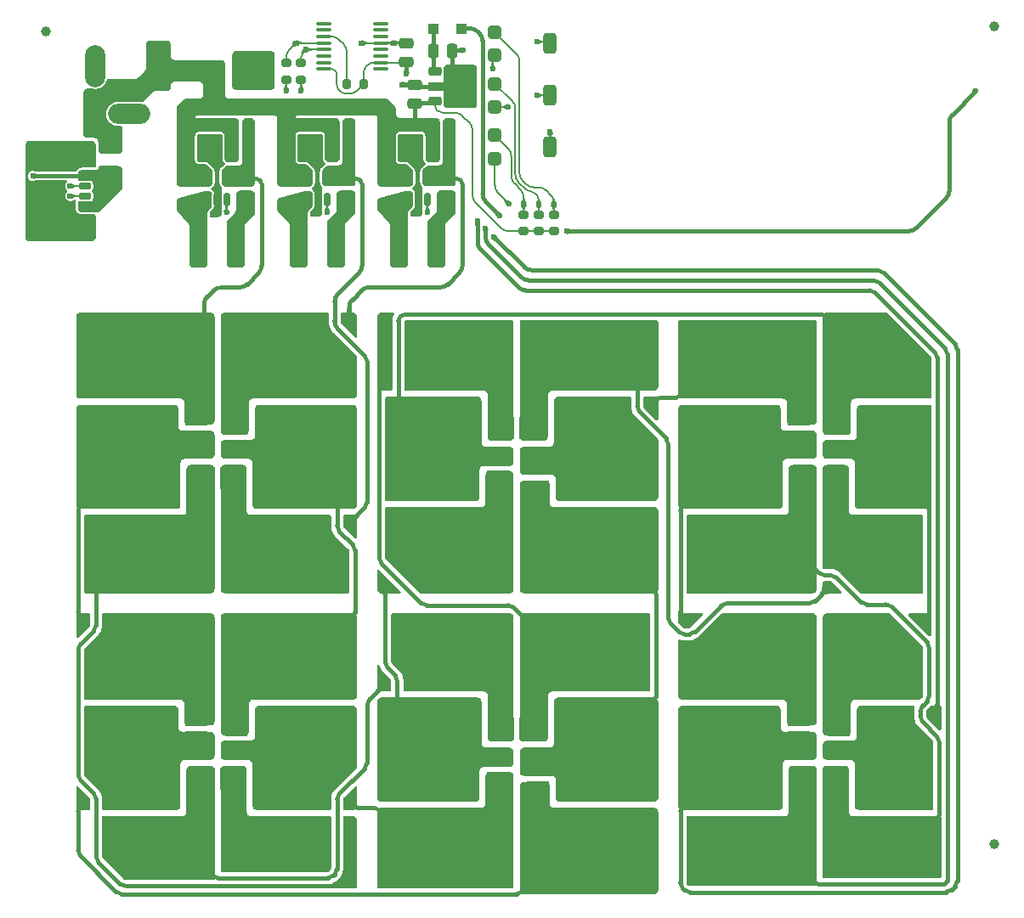
<source format=gtl>
G04 #@! TF.GenerationSoftware,KiCad,Pcbnew,9.0.1-rc2*
G04 #@! TF.CreationDate,2025-10-07T22:29:05-07:00*
G04 #@! TF.ProjectId,backlight,6261636b-6c69-4676-9874-2e6b69636164,rev?*
G04 #@! TF.SameCoordinates,Original*
G04 #@! TF.FileFunction,Copper,L1,Top*
G04 #@! TF.FilePolarity,Positive*
%FSLAX46Y46*%
G04 Gerber Fmt 4.6, Leading zero omitted, Abs format (unit mm)*
G04 Created by KiCad (PCBNEW 9.0.1-rc2) date 2025-10-07 22:29:05*
%MOMM*%
%LPD*%
G01*
G04 APERTURE LIST*
G04 Aperture macros list*
%AMRoundRect*
0 Rectangle with rounded corners*
0 $1 Rounding radius*
0 $2 $3 $4 $5 $6 $7 $8 $9 X,Y pos of 4 corners*
0 Add a 4 corners polygon primitive as box body*
4,1,4,$2,$3,$4,$5,$6,$7,$8,$9,$2,$3,0*
0 Add four circle primitives for the rounded corners*
1,1,$1+$1,$2,$3*
1,1,$1+$1,$4,$5*
1,1,$1+$1,$6,$7*
1,1,$1+$1,$8,$9*
0 Add four rect primitives between the rounded corners*
20,1,$1+$1,$2,$3,$4,$5,0*
20,1,$1+$1,$4,$5,$6,$7,0*
20,1,$1+$1,$6,$7,$8,$9,0*
20,1,$1+$1,$8,$9,$2,$3,0*%
%AMFreePoly0*
4,1,9,3.862500,-0.866500,0.737500,-0.866500,0.737500,-0.450000,-0.737500,-0.450000,-0.737500,0.450000,0.737500,0.450000,0.737500,0.866500,3.862500,0.866500,3.862500,-0.866500,3.862500,-0.866500,$1*%
G04 Aperture macros list end*
G04 #@! TA.AperFunction,SMDPad,CuDef*
%ADD10RoundRect,0.250000X0.300000X0.300000X-0.300000X0.300000X-0.300000X-0.300000X0.300000X-0.300000X0*%
G04 #@! TD*
G04 #@! TA.AperFunction,SMDPad,CuDef*
%ADD11RoundRect,0.250000X-1.500000X-0.550000X1.500000X-0.550000X1.500000X0.550000X-1.500000X0.550000X0*%
G04 #@! TD*
G04 #@! TA.AperFunction,SMDPad,CuDef*
%ADD12RoundRect,0.225000X-0.425000X-0.225000X0.425000X-0.225000X0.425000X0.225000X-0.425000X0.225000X0*%
G04 #@! TD*
G04 #@! TA.AperFunction,SMDPad,CuDef*
%ADD13FreePoly0,0.000000*%
G04 #@! TD*
G04 #@! TA.AperFunction,SMDPad,CuDef*
%ADD14RoundRect,0.250000X-0.300000X0.300000X-0.300000X-0.300000X0.300000X-0.300000X0.300000X0.300000X0*%
G04 #@! TD*
G04 #@! TA.AperFunction,SMDPad,CuDef*
%ADD15RoundRect,0.250000X-0.250000X-0.475000X0.250000X-0.475000X0.250000X0.475000X-0.250000X0.475000X0*%
G04 #@! TD*
G04 #@! TA.AperFunction,SMDPad,CuDef*
%ADD16RoundRect,0.250000X0.475000X-0.250000X0.475000X0.250000X-0.475000X0.250000X-0.475000X-0.250000X0*%
G04 #@! TD*
G04 #@! TA.AperFunction,SMDPad,CuDef*
%ADD17RoundRect,0.200000X-0.200000X-0.275000X0.200000X-0.275000X0.200000X0.275000X-0.200000X0.275000X0*%
G04 #@! TD*
G04 #@! TA.AperFunction,SMDPad,CuDef*
%ADD18RoundRect,0.150000X0.150000X-0.512500X0.150000X0.512500X-0.150000X0.512500X-0.150000X-0.512500X0*%
G04 #@! TD*
G04 #@! TA.AperFunction,SMDPad,CuDef*
%ADD19RoundRect,0.200000X0.275000X-0.200000X0.275000X0.200000X-0.275000X0.200000X-0.275000X-0.200000X0*%
G04 #@! TD*
G04 #@! TA.AperFunction,SMDPad,CuDef*
%ADD20RoundRect,0.250000X-0.325000X-0.650000X0.325000X-0.650000X0.325000X0.650000X-0.325000X0.650000X0*%
G04 #@! TD*
G04 #@! TA.AperFunction,SMDPad,CuDef*
%ADD21R,1.550000X2.200000*%
G04 #@! TD*
G04 #@! TA.AperFunction,SMDPad,CuDef*
%ADD22R,2.500000X2.200000*%
G04 #@! TD*
G04 #@! TA.AperFunction,SMDPad,CuDef*
%ADD23RoundRect,0.250000X-0.475000X0.250000X-0.475000X-0.250000X0.475000X-0.250000X0.475000X0.250000X0*%
G04 #@! TD*
G04 #@! TA.AperFunction,SMDPad,CuDef*
%ADD24C,1.000000*%
G04 #@! TD*
G04 #@! TA.AperFunction,SMDPad,CuDef*
%ADD25R,2.200000X1.550000*%
G04 #@! TD*
G04 #@! TA.AperFunction,SMDPad,CuDef*
%ADD26R,2.200000X2.500000*%
G04 #@! TD*
G04 #@! TA.AperFunction,SMDPad,CuDef*
%ADD27RoundRect,0.100000X0.637500X0.100000X-0.637500X0.100000X-0.637500X-0.100000X0.637500X-0.100000X0*%
G04 #@! TD*
G04 #@! TA.AperFunction,SMDPad,CuDef*
%ADD28RoundRect,0.200000X0.200000X0.275000X-0.200000X0.275000X-0.200000X-0.275000X0.200000X-0.275000X0*%
G04 #@! TD*
G04 #@! TA.AperFunction,SMDPad,CuDef*
%ADD29RoundRect,0.249999X0.450001X1.850001X-0.450001X1.850001X-0.450001X-1.850001X0.450001X-1.850001X0*%
G04 #@! TD*
G04 #@! TA.AperFunction,SMDPad,CuDef*
%ADD30RoundRect,0.250000X0.400000X-0.400000X0.400000X0.400000X-0.400000X0.400000X-0.400000X-0.400000X0*%
G04 #@! TD*
G04 #@! TA.AperFunction,SMDPad,CuDef*
%ADD31RoundRect,0.250000X0.400000X-0.750000X0.400000X0.750000X-0.400000X0.750000X-0.400000X-0.750000X0*%
G04 #@! TD*
G04 #@! TA.AperFunction,ComponentPad*
%ADD32O,4.200000X2.000000*%
G04 #@! TD*
G04 #@! TA.AperFunction,ComponentPad*
%ADD33O,2.000000X4.200000*%
G04 #@! TD*
G04 #@! TA.AperFunction,ComponentPad*
%ADD34R,2.000000X4.600000*%
G04 #@! TD*
G04 #@! TA.AperFunction,SMDPad,CuDef*
%ADD35RoundRect,0.200000X-0.275000X0.200000X-0.275000X-0.200000X0.275000X-0.200000X0.275000X0.200000X0*%
G04 #@! TD*
G04 #@! TA.AperFunction,ComponentPad*
%ADD36O,1.700000X1.000000*%
G04 #@! TD*
G04 #@! TA.AperFunction,SMDPad,CuDef*
%ADD37RoundRect,0.200000X-0.400000X0.200000X-0.400000X-0.200000X0.400000X-0.200000X0.400000X0.200000X0*%
G04 #@! TD*
G04 #@! TA.AperFunction,SMDPad,CuDef*
%ADD38RoundRect,0.190000X-0.410000X0.190000X-0.410000X-0.190000X0.410000X-0.190000X0.410000X0.190000X0*%
G04 #@! TD*
G04 #@! TA.AperFunction,SMDPad,CuDef*
%ADD39RoundRect,0.175000X0.425000X-0.175000X0.425000X0.175000X-0.425000X0.175000X-0.425000X-0.175000X0*%
G04 #@! TD*
G04 #@! TA.AperFunction,SMDPad,CuDef*
%ADD40RoundRect,0.200000X0.400000X-0.200000X0.400000X0.200000X-0.400000X0.200000X-0.400000X-0.200000X0*%
G04 #@! TD*
G04 #@! TA.AperFunction,SMDPad,CuDef*
%ADD41RoundRect,0.190000X0.410000X-0.190000X0.410000X0.190000X-0.410000X0.190000X-0.410000X-0.190000X0*%
G04 #@! TD*
G04 #@! TA.AperFunction,SMDPad,CuDef*
%ADD42RoundRect,0.175000X-0.425000X0.175000X-0.425000X-0.175000X0.425000X-0.175000X0.425000X0.175000X0*%
G04 #@! TD*
G04 #@! TA.AperFunction,ViaPad*
%ADD43C,0.600000*%
G04 #@! TD*
G04 #@! TA.AperFunction,ViaPad*
%ADD44C,1.200000*%
G04 #@! TD*
G04 #@! TA.AperFunction,ViaPad*
%ADD45C,0.800000*%
G04 #@! TD*
G04 #@! TA.AperFunction,Conductor*
%ADD46C,0.200000*%
G04 #@! TD*
G04 #@! TA.AperFunction,Conductor*
%ADD47C,0.400000*%
G04 #@! TD*
G04 APERTURE END LIST*
D10*
X123600000Y-59700000D03*
X126400000Y-59700000D03*
D11*
X105700000Y-63900000D03*
X100300000Y-63900000D03*
D12*
X123750000Y-66962500D03*
D13*
X123837501Y-65462500D03*
D12*
X123750000Y-63962500D03*
D14*
X91400000Y-74199998D03*
X91400000Y-71400000D03*
D15*
X125499999Y-61900000D03*
X123600001Y-61900000D03*
D16*
X121750000Y-65300001D03*
X121750000Y-67199999D03*
D17*
X115243750Y-72350002D03*
X113593750Y-72350002D03*
D18*
X121093750Y-74487500D03*
X122993750Y-74487500D03*
X122993750Y-76762500D03*
X122043750Y-76762500D03*
X121093750Y-76762500D03*
D19*
X134100000Y-78245577D03*
X134100000Y-79895577D03*
D20*
X121693750Y-71587500D03*
X118743750Y-71587500D03*
D21*
X130875002Y-129500000D03*
D22*
X133450002Y-129500000D03*
D17*
X125243750Y-70850000D03*
X123593750Y-70850000D03*
X115243749Y-70850002D03*
X113593749Y-70850002D03*
D23*
X120887499Y-63038298D03*
X120887499Y-61138300D03*
D14*
X98743750Y-77300000D03*
X98743750Y-74500000D03*
D24*
X179500000Y-141000000D03*
D23*
X124893750Y-76537500D03*
X124893750Y-74637500D03*
X104893750Y-76537500D03*
X104893750Y-74637500D03*
D21*
X163125000Y-134500000D03*
D22*
X160550000Y-134500000D03*
D17*
X105243750Y-70850000D03*
X103593750Y-70850000D03*
D20*
X101693750Y-71587500D03*
X98743750Y-71587500D03*
D25*
X100000000Y-98475000D03*
D26*
X100000000Y-101050000D03*
D14*
X118743750Y-77300000D03*
X118743750Y-74500000D03*
X108743750Y-77300000D03*
X108743750Y-74500000D03*
D21*
X163125000Y-104500000D03*
D22*
X160550000Y-104500000D03*
D17*
X105243750Y-69350000D03*
X103593750Y-69350000D03*
D27*
X112649999Y-63738300D03*
X112649999Y-63088300D03*
X112649999Y-62438300D03*
X112649999Y-61788300D03*
X112649999Y-61138300D03*
X112649999Y-60488300D03*
X112649999Y-59838300D03*
X112649999Y-59188300D03*
X118374999Y-59188300D03*
X118374999Y-59838300D03*
X118374999Y-60488300D03*
X118374999Y-61138300D03*
X118374999Y-61788300D03*
X118374999Y-62438300D03*
X118374999Y-63088300D03*
X118374999Y-63738300D03*
D21*
X130875001Y-99499999D03*
D22*
X133450001Y-99499999D03*
D17*
X115243750Y-69350000D03*
X113593750Y-69350000D03*
D19*
X135600000Y-78245577D03*
X135600000Y-79895577D03*
D25*
X133999999Y-105524999D03*
D26*
X133999999Y-102949999D03*
D25*
X164000000Y-101525000D03*
D26*
X164000000Y-98950000D03*
D25*
X160000000Y-98475000D03*
D26*
X160000000Y-101050000D03*
D25*
X160000000Y-128475000D03*
D26*
X160000000Y-131050000D03*
D25*
X104000000Y-131525000D03*
D26*
X104000000Y-128950000D03*
D25*
X104000000Y-101525000D03*
D26*
X104000000Y-98950000D03*
D23*
X114893750Y-76537500D03*
X114893750Y-74637500D03*
D17*
X105243750Y-72350000D03*
X103593750Y-72350000D03*
D21*
X103125000Y-104500000D03*
D22*
X100550000Y-104500000D03*
D28*
X114987500Y-65263298D03*
X116637500Y-65263298D03*
D21*
X103125000Y-134500000D03*
D22*
X100550000Y-134500000D03*
D29*
X100193750Y-81237500D03*
X103893750Y-81237500D03*
D18*
X101093750Y-74487500D03*
X102993750Y-74487500D03*
X102993750Y-76762500D03*
X102043750Y-76762500D03*
X101093750Y-76762500D03*
D20*
X111693750Y-71587500D03*
X108743750Y-71587500D03*
D29*
X120193750Y-81237500D03*
X123893750Y-81237500D03*
D25*
X130000002Y-132475000D03*
D26*
X130000002Y-135050000D03*
D30*
X129737500Y-70354923D03*
D31*
X135237500Y-71504923D03*
D30*
X129737500Y-72654923D03*
X129737500Y-67504923D03*
D31*
X135237500Y-66354923D03*
D30*
X129737500Y-65204923D03*
D25*
X164000000Y-131525000D03*
D26*
X164000000Y-128950000D03*
D32*
X93300000Y-68225001D03*
D33*
X89900000Y-63425001D03*
D34*
X96200000Y-63425001D03*
D24*
X85000000Y-60000000D03*
X179500000Y-59500000D03*
D18*
X111093750Y-74487500D03*
X112993750Y-74487500D03*
X112993750Y-76762500D03*
X112043750Y-76762500D03*
X111093750Y-76762500D03*
D35*
X110425000Y-64813300D03*
X110425000Y-63163300D03*
D17*
X125243750Y-72339998D03*
X123593750Y-72339998D03*
X125243750Y-69350000D03*
X123593750Y-69350000D03*
D19*
X132600000Y-78245577D03*
X132600000Y-79895577D03*
D30*
X129737500Y-62354923D03*
D31*
X135237500Y-61204923D03*
D30*
X129737500Y-60054923D03*
D25*
X100000000Y-128475000D03*
D26*
X100000000Y-131050000D03*
D36*
X84600000Y-80220000D03*
X88400000Y-80220000D03*
X84600000Y-71580000D03*
X88400000Y-71580000D03*
D37*
X88900000Y-73150000D03*
D38*
X88900000Y-74380000D03*
D39*
X88899999Y-76400000D03*
D40*
X88900000Y-78650000D03*
D41*
X88900000Y-77420000D03*
D42*
X88899999Y-75400000D03*
D25*
X134000000Y-135525000D03*
D26*
X134000000Y-132950000D03*
D35*
X108950000Y-64813300D03*
X108950000Y-63163300D03*
D25*
X130000001Y-102474999D03*
D26*
X130000001Y-105049999D03*
D29*
X110193750Y-81237500D03*
X113893750Y-81237500D03*
D43*
X131150000Y-77200000D03*
X131050000Y-67500000D03*
X129500000Y-63725000D03*
X136875000Y-79900000D03*
X130225000Y-78375000D03*
X135600000Y-77200000D03*
X134100000Y-77200000D03*
X132600000Y-77200000D03*
X177600000Y-65900000D03*
X128800000Y-79649000D03*
X128000000Y-78850000D03*
X129600000Y-80450000D03*
X133900000Y-61000000D03*
X133900000Y-66354923D03*
X135225000Y-70000000D03*
X127400000Y-63800000D03*
X127400000Y-67200000D03*
X126450000Y-63800000D03*
X126450000Y-67200000D03*
X120450000Y-65300000D03*
X126550000Y-61875000D03*
X125500000Y-63775000D03*
X125500000Y-67175000D03*
X83700000Y-74400000D03*
X120900000Y-64225800D03*
X119640000Y-61138300D03*
X100418750Y-70587500D03*
X110425000Y-72575000D03*
X112050000Y-73325000D03*
X110425000Y-71575000D03*
X104900000Y-62500000D03*
X112050000Y-78012500D03*
X116437500Y-61138299D03*
X112050000Y-75612500D03*
X122043750Y-78000000D03*
X110425000Y-70575000D03*
X104100000Y-62500000D03*
X104100001Y-65300000D03*
X102043750Y-73337500D03*
X122043750Y-75600000D03*
X102043750Y-75625000D03*
X100418750Y-72587500D03*
X102043750Y-78025000D03*
X87675000Y-73150000D03*
X104900000Y-65300000D03*
X86700000Y-78625000D03*
X108925000Y-65900000D03*
X122043750Y-73312500D03*
X110425000Y-65900000D03*
X86700000Y-73150000D03*
X120418750Y-70562500D03*
X100418750Y-71587500D03*
X87675000Y-78625000D03*
X120418750Y-71562500D03*
X120418750Y-72562500D03*
D44*
X101000000Y-96000000D03*
X93000000Y-96000000D03*
X97000000Y-92000000D03*
X99000000Y-90000000D03*
X101000000Y-92000000D03*
X101000000Y-94000000D03*
X97000000Y-96000000D03*
X99000000Y-96000000D03*
X93000000Y-92000000D03*
X95000000Y-94000000D03*
X99000000Y-94000000D03*
D45*
X105200000Y-78200000D03*
D44*
X157000000Y-130500000D03*
X157000000Y-136500000D03*
X157000000Y-132500000D03*
X155000000Y-136500000D03*
X155000000Y-128500000D03*
X157000000Y-134500000D03*
X153000000Y-130500000D03*
X155000000Y-132500000D03*
X153000000Y-134500000D03*
X157000000Y-128500000D03*
X111000000Y-109000000D03*
X109000000Y-111000000D03*
X107000000Y-113000000D03*
X103000000Y-113000000D03*
X105000000Y-111000000D03*
X103000000Y-109000000D03*
X105000000Y-109000000D03*
X103000000Y-111000000D03*
X115200000Y-109000000D03*
X103000000Y-107500000D03*
X107000000Y-109000000D03*
X161000000Y-141000000D03*
X161000000Y-143000000D03*
X161000000Y-139000000D03*
X153000000Y-139000000D03*
X157000000Y-139000000D03*
D45*
X115200000Y-78200000D03*
D44*
X159000000Y-141000000D03*
X157000000Y-143000000D03*
X159000000Y-139000000D03*
X161000000Y-137000000D03*
X155000000Y-141000000D03*
X105000000Y-94000000D03*
X103000000Y-96000000D03*
X105000000Y-90000000D03*
X103000000Y-92000000D03*
X105000000Y-96000000D03*
X109000000Y-94000000D03*
X103000000Y-94000000D03*
X111000000Y-92000000D03*
X107000000Y-92000000D03*
X111000000Y-96000000D03*
X115200000Y-88800000D03*
X107000000Y-96000000D03*
X93000000Y-104500000D03*
X88800000Y-118800000D03*
X101000000Y-122000000D03*
X99000000Y-124000000D03*
X97000000Y-106500000D03*
X99000000Y-120000000D03*
X97000000Y-126000000D03*
X93000000Y-100500000D03*
X99000000Y-126000000D03*
X97000000Y-122000000D03*
X97000000Y-100500000D03*
X97000000Y-104500000D03*
X101000000Y-124000000D03*
X95000000Y-124000000D03*
X95000000Y-106500000D03*
X93000000Y-126000000D03*
X93000000Y-122000000D03*
X97000000Y-102500000D03*
X95000000Y-98500000D03*
X101000000Y-126000000D03*
X95000000Y-102500000D03*
X97000000Y-98500000D03*
X133000001Y-140000001D03*
X137000001Y-142000001D03*
X97000000Y-134500000D03*
X135000001Y-140000001D03*
X95000000Y-136500000D03*
X133000001Y-142000001D03*
X97000000Y-136500000D03*
X93000000Y-134500000D03*
X88800000Y-136800000D03*
X95000000Y-132500000D03*
X95000000Y-128500000D03*
X133000001Y-138000001D03*
X97000000Y-128500000D03*
X141000001Y-142000001D03*
X93000000Y-130500000D03*
X97000000Y-132500000D03*
X97000000Y-130500000D03*
X139000001Y-140000001D03*
X135000001Y-144000001D03*
X141000001Y-138000000D03*
X137000001Y-138000001D03*
X135000002Y-138000000D03*
X135000001Y-107999999D03*
X139000001Y-131500001D03*
X133000000Y-112000000D03*
X137000000Y-108000000D03*
X141000000Y-112000000D03*
X137000002Y-135500001D03*
X135000000Y-110000000D03*
X137000001Y-133500001D03*
X139000000Y-110000000D03*
X141000001Y-133500001D03*
X133000000Y-108000000D03*
X133000000Y-110000000D03*
X137000002Y-131500001D03*
X137000001Y-129500001D03*
X137000000Y-112000000D03*
X139000001Y-127500001D03*
X139000001Y-135500001D03*
X137000001Y-127500002D03*
X135000000Y-114000000D03*
X141000000Y-107999999D03*
X141000001Y-129500002D03*
X161000000Y-94000000D03*
X137000001Y-101500000D03*
X161000000Y-92000000D03*
X137000000Y-103500000D03*
X141000000Y-103500000D03*
X139000000Y-105500000D03*
X157000000Y-96000000D03*
X139000000Y-101500000D03*
X137000000Y-99500000D03*
X159000000Y-96000000D03*
X137000000Y-97500001D03*
X153000000Y-96000000D03*
X159000000Y-90000000D03*
X153000000Y-92000000D03*
X141000000Y-99500001D03*
X159000000Y-94000000D03*
X145200000Y-97200000D03*
X139000000Y-97500000D03*
X157000000Y-92000000D03*
X161000000Y-96000000D03*
X137000001Y-105500000D03*
X155000000Y-94000000D03*
X157000000Y-106500000D03*
X153000000Y-104500000D03*
X155000000Y-102500000D03*
X161000000Y-124000000D03*
X153000000Y-126000000D03*
X153000000Y-100500000D03*
X157000000Y-102500000D03*
X155000000Y-106500000D03*
X159000000Y-120000000D03*
X157000000Y-104500000D03*
X153000000Y-122000000D03*
X155000000Y-124000000D03*
X155000000Y-98500000D03*
X157000000Y-126000000D03*
X161000000Y-126000000D03*
X159000000Y-124000000D03*
X157000000Y-122000000D03*
X159000000Y-126000000D03*
X157000000Y-98500000D03*
X148800000Y-118800000D03*
X157000000Y-100500000D03*
X161000000Y-122000000D03*
X101000000Y-109000000D03*
X105000000Y-141000000D03*
X101000000Y-111000000D03*
X107000000Y-139000000D03*
X99000000Y-111000000D03*
X101000000Y-107500000D03*
X103000000Y-141000000D03*
X107000000Y-143000000D03*
X99000000Y-109000000D03*
X111000000Y-139000000D03*
X105000000Y-139000000D03*
X115200000Y-144600000D03*
X93000000Y-109000000D03*
X103000000Y-139000000D03*
X97000000Y-113000000D03*
X95000000Y-111000000D03*
X103000000Y-137500000D03*
X101000000Y-113000000D03*
X109000000Y-141000000D03*
X103000000Y-143000000D03*
X97000000Y-109000000D03*
X129000000Y-125000000D03*
X101000000Y-137500000D03*
X131000000Y-127000000D03*
X118800000Y-125000000D03*
X101000000Y-143000000D03*
X97000000Y-143000000D03*
X99000000Y-141000000D03*
X99000000Y-139000000D03*
X97000000Y-139000000D03*
X131000002Y-125000000D03*
X131000000Y-123000000D03*
X101000000Y-139000000D03*
X101000000Y-141000000D03*
X131000001Y-121000001D03*
X93000000Y-139000000D03*
X129000001Y-123000000D03*
X127000001Y-121000001D03*
X95000000Y-141000000D03*
X123000001Y-125000000D03*
X125000001Y-123000000D03*
X127000001Y-125000000D03*
X131000001Y-94999999D03*
X130999999Y-92999999D03*
X125000000Y-92999999D03*
X118800000Y-95000000D03*
X133000000Y-125000000D03*
X131000000Y-91000000D03*
X127000000Y-94999999D03*
X133000002Y-123000000D03*
X135000001Y-123000000D03*
X133000001Y-121000000D03*
X129000000Y-92999999D03*
X135000002Y-125000000D03*
X123000000Y-94999999D03*
X137000001Y-121000000D03*
X141000001Y-125000000D03*
X127000000Y-91000000D03*
X133000002Y-127000000D03*
X137000001Y-125000000D03*
X128999999Y-94999999D03*
X139000001Y-123000000D03*
X130999999Y-96999999D03*
X135000001Y-94999999D03*
X163000000Y-111000000D03*
X163000000Y-107500000D03*
X163000000Y-115400000D03*
X133000001Y-92999999D03*
X133000001Y-96999999D03*
X163000000Y-113000000D03*
X133000000Y-90999999D03*
X167000000Y-109000000D03*
X165000000Y-111000000D03*
X163000000Y-109000000D03*
X169000000Y-111000000D03*
X137000000Y-94999999D03*
X165000000Y-109000000D03*
X132999999Y-94999999D03*
X135000000Y-92999999D03*
X139000000Y-92999999D03*
X167000000Y-113000000D03*
X171000000Y-109000000D03*
X141000000Y-94999999D03*
X137000000Y-90999999D03*
X157000000Y-113000000D03*
X171000000Y-139000000D03*
X155000000Y-111000000D03*
X167000000Y-139000000D03*
X159000000Y-109000000D03*
X161000000Y-109000000D03*
X163000000Y-143000000D03*
X161000000Y-107500000D03*
X165000000Y-141000000D03*
X157000000Y-109000000D03*
X161000000Y-113000000D03*
X169000000Y-141000000D03*
X163000000Y-139000000D03*
X165000000Y-139000000D03*
X163000000Y-137000000D03*
X161000000Y-111000000D03*
X153000000Y-109000000D03*
X163000000Y-141000000D03*
X159000000Y-111000000D03*
X167000000Y-143000000D03*
X107000000Y-102500000D03*
X111000000Y-100500000D03*
X107000000Y-100500000D03*
X109000000Y-98500000D03*
X107000000Y-106500000D03*
X103000000Y-122000000D03*
X111000000Y-126000000D03*
X105000000Y-124000000D03*
X109000000Y-124000000D03*
X103000000Y-126000000D03*
X109000000Y-102500000D03*
X107000000Y-104500000D03*
X109000000Y-106500000D03*
X103000000Y-124000000D03*
X107000000Y-122000000D03*
X111000000Y-122000000D03*
X105000000Y-126000000D03*
X107000000Y-126000000D03*
X105000000Y-120000000D03*
X107000000Y-98500000D03*
X111000000Y-104500000D03*
D43*
X102993750Y-78037500D03*
X112993750Y-78000000D03*
X122993750Y-77987500D03*
D44*
X165000000Y-126000000D03*
X167000000Y-122000000D03*
X167000000Y-126000000D03*
X163000000Y-126000000D03*
X163000000Y-124000000D03*
X169000000Y-98500000D03*
X167000000Y-100500000D03*
X163000000Y-122000000D03*
X172400000Y-106800000D03*
X172400000Y-118800000D03*
X171000000Y-126000000D03*
X167000000Y-104500000D03*
X167000000Y-106500000D03*
X167000000Y-102500000D03*
X165000000Y-120000000D03*
X171000000Y-122000000D03*
X171000000Y-100500000D03*
X169000000Y-106500000D03*
X165000000Y-124000000D03*
X167000000Y-98500000D03*
X169000000Y-102500000D03*
X171000000Y-104500000D03*
X169000000Y-124000000D03*
X126999999Y-101500000D03*
X127000000Y-99500001D03*
X171000000Y-92000000D03*
X163000000Y-94000000D03*
X163000000Y-96000000D03*
X163000000Y-92000000D03*
X127000000Y-97500001D03*
X127000000Y-103500000D03*
X165000000Y-94000000D03*
X123000000Y-103500000D03*
X125000000Y-101500000D03*
X171000000Y-96000000D03*
X125000000Y-105500000D03*
X169000000Y-94000000D03*
X165000000Y-96000000D03*
X125000000Y-97500000D03*
X123000000Y-99500000D03*
X167000000Y-92000000D03*
X167000000Y-96000000D03*
X165000000Y-90000000D03*
X126999999Y-105500000D03*
X127000001Y-129500002D03*
X125000001Y-135500001D03*
X127000000Y-108000000D03*
X129000000Y-110000000D03*
X127000001Y-133500001D03*
X129000000Y-114000000D03*
X125000001Y-127500001D03*
X123000001Y-133500001D03*
X131000000Y-108000000D03*
X123000000Y-112000000D03*
X131000000Y-110000000D03*
X125000001Y-131500001D03*
X128999999Y-107999999D03*
X123000001Y-129500001D03*
X125000000Y-110000000D03*
X131000000Y-112000000D03*
X127000000Y-135500001D03*
X123000000Y-108000000D03*
X127000000Y-131500001D03*
X127000000Y-112000000D03*
X127000001Y-127500002D03*
X118800000Y-115200000D03*
X107000000Y-130500000D03*
X127000001Y-138000001D03*
X129000000Y-138000000D03*
X107000000Y-128500000D03*
X131000001Y-138000001D03*
X129000001Y-144000001D03*
X123000001Y-142000001D03*
X127000001Y-142000001D03*
X115200000Y-136800000D03*
X123000001Y-138000001D03*
X131000001Y-142000001D03*
X109000000Y-132500000D03*
X111000000Y-134500000D03*
X129000001Y-140000001D03*
X111000000Y-130500000D03*
X125000001Y-140000001D03*
X109000000Y-136500000D03*
X107000000Y-136500000D03*
X107000000Y-132500000D03*
X131000001Y-140000001D03*
X107000000Y-134500000D03*
X109000000Y-128500000D03*
X167000000Y-136500000D03*
X169000000Y-136500000D03*
X171000000Y-130500000D03*
X169000000Y-128500000D03*
X169000000Y-132500000D03*
D45*
X125200000Y-78200000D03*
D44*
X167000000Y-134500000D03*
X167000000Y-132500000D03*
X173400000Y-128000000D03*
X167000000Y-130500000D03*
X167000000Y-128500000D03*
X171000000Y-134500000D03*
D43*
X110875000Y-61788300D03*
X87400000Y-75400000D03*
X87400000Y-76400000D03*
X109900001Y-61138300D03*
D46*
X123975000Y-67875000D02*
X123931503Y-67831503D01*
X135135038Y-61102461D02*
G75*
G03*
X134887674Y-61000011I-247338J-247339D01*
G01*
X135237500Y-66352461D02*
X135237500Y-66352461D01*
X135237500Y-66352461D02*
G75*
G03*
X135235801Y-66351783I-1000J-39D01*
G01*
X135235038Y-66352461D02*
G75*
G02*
X135229095Y-66354914I-5938J5961D01*
G01*
X135225000Y-71483584D02*
G75*
G03*
X135231250Y-71498673I21300J-16D01*
G01*
D47*
X128000000Y-80999208D02*
G75*
G03*
X128318764Y-81768752I1088300J8D01*
G01*
X132031241Y-85481241D02*
G75*
G03*
X132800791Y-85800008I769559J769541D01*
G01*
D46*
X135297000Y-76297000D02*
G75*
G02*
X135599997Y-77028507I-731500J-731500D01*
G01*
X132848341Y-75214141D02*
G75*
G03*
X133617891Y-75532908I769559J769541D01*
G01*
X134851658Y-75851658D02*
G75*
G03*
X134082108Y-75532892I-769558J-769542D01*
G01*
X131850796Y-62168219D02*
G75*
G02*
X132169562Y-62937769I-769596J-769581D01*
G01*
X132169555Y-74084563D02*
G75*
G03*
X132488287Y-74854139I1088345J-37D01*
G01*
X133722308Y-76122308D02*
G75*
G03*
X133267450Y-75933945I-454808J-454892D01*
G01*
X131768555Y-74250663D02*
G75*
G03*
X132087287Y-75020239I1088345J-37D01*
G01*
X131449796Y-66917219D02*
G75*
G02*
X131768562Y-67686769I-769596J-769581D01*
G01*
X132812591Y-75745491D02*
G75*
G03*
X133267450Y-75933926I454909J454891D01*
G01*
X133852512Y-76252512D02*
G75*
G02*
X134099993Y-76850000I-597512J-597488D01*
G01*
X131367555Y-74416763D02*
G75*
G03*
X131686287Y-75186339I1088345J-37D01*
G01*
X131048796Y-71666219D02*
G75*
G02*
X131367562Y-72435769I-769596J-769581D01*
G01*
X132281241Y-75781241D02*
G75*
G02*
X132600008Y-76550791I-769541J-769559D01*
G01*
D47*
X123600001Y-63706435D02*
G75*
G03*
X123675011Y-63887489I256099J35D01*
G01*
X88890000Y-74390000D02*
G75*
G02*
X88865857Y-74399983I-24100J24100D01*
G01*
X120887499Y-64204459D02*
G75*
G03*
X120893737Y-64219561I21301J-41D01*
G01*
D46*
X119312256Y-63088300D02*
X118375000Y-63088300D01*
X117996668Y-63088300D02*
X117816076Y-63088300D01*
D47*
X175318757Y-68281241D02*
G75*
G03*
X174999991Y-69050791I769543J-769559D01*
G01*
X171718757Y-79581241D02*
G75*
G02*
X170949208Y-79900007I-769557J769541D01*
G01*
X126542676Y-59675000D02*
G75*
G03*
X126512506Y-59687507I24J-42700D01*
G01*
X177600000Y-65950000D02*
G75*
G02*
X177564642Y-66035353I-120700J0D01*
G01*
X128500000Y-76199208D02*
G75*
G03*
X128818764Y-76968752I1088300J8D01*
G01*
X175000000Y-75849208D02*
G75*
G02*
X174681236Y-76618753I-1088300J8D01*
G01*
X126512499Y-59687500D02*
G75*
G02*
X126482321Y-59700009I-30199J30200D01*
G01*
X128181241Y-60181241D02*
G75*
G02*
X128500008Y-60950791I-769541J-769559D01*
G01*
X127993758Y-59993758D02*
G75*
G03*
X127224208Y-59674992I-769558J-769542D01*
G01*
X132331241Y-84481241D02*
G75*
G03*
X133100791Y-84800008I769559J769541D01*
G01*
X128800000Y-80499208D02*
G75*
G03*
X129118764Y-81268752I1088300J8D01*
G01*
X132631241Y-83481241D02*
G75*
G03*
X133400791Y-83800008I769559J769541D01*
G01*
X125500000Y-61900001D02*
X125499999Y-61899998D01*
X125500000Y-61900001D02*
X125500000Y-61900001D01*
X125499999Y-61899998D02*
X125500000Y-61900001D01*
X125525000Y-65200000D02*
G75*
G02*
X125525000Y-65250000I-25000J-25000D01*
G01*
X125500000Y-61900001D02*
X125499999Y-61899999D01*
X125500000Y-61900001D02*
X125500000Y-61900001D01*
X125499999Y-61899999D02*
X125500000Y-61900001D01*
X123846339Y-65462500D02*
G75*
G02*
X123831239Y-65456262I-39J21300D01*
G01*
X123846339Y-65462500D02*
X123846339Y-65462500D01*
X123831251Y-65456250D02*
G75*
G03*
X123846339Y-65462483I15049J15050D01*
G01*
X125542676Y-61875000D02*
G75*
G03*
X125512506Y-61887507I24J-42700D01*
G01*
X125443750Y-65518750D02*
G75*
G03*
X125307950Y-65462521I-135750J-135750D01*
G01*
D46*
X129737500Y-75336708D02*
G75*
G03*
X130056264Y-76106252I1088300J8D01*
G01*
D47*
X121824999Y-65375000D02*
G75*
G03*
X122006064Y-65450015I181101J181100D01*
G01*
D46*
X129618750Y-62473673D02*
G75*
G03*
X129499961Y-62760360I286650J-286727D01*
G01*
D47*
X121643934Y-65300000D02*
G75*
G02*
X121824990Y-65375009I-34J-256100D01*
G01*
D46*
X131047538Y-67502461D02*
G75*
G02*
X131041595Y-67504914I-5938J5961D01*
G01*
D47*
X125431250Y-65343750D02*
G75*
G02*
X125144562Y-65462455I-286650J286750D01*
G01*
X123831251Y-65456250D02*
G75*
G03*
X123816162Y-65450015I-15051J-15050D01*
G01*
X123681250Y-67031250D02*
G75*
G02*
X123749934Y-67059727I28450J-28450D01*
G01*
X123681250Y-67031250D02*
X123681250Y-67031250D01*
D46*
X123750000Y-67059727D02*
G75*
G03*
X123681204Y-67031204I-40300J27D01*
G01*
X123750000Y-67393317D02*
G75*
G03*
X123931509Y-67831497I619700J17D01*
G01*
D47*
X123681250Y-67031250D02*
G75*
G02*
X123515272Y-67099989I-165950J165950D01*
G01*
D46*
X127500000Y-76324208D02*
G75*
G03*
X127818764Y-77093752I1088300J8D01*
G01*
D47*
X121920708Y-67100000D02*
G75*
G03*
X121799997Y-67149997I-8J-170700D01*
G01*
D46*
X123975000Y-67875000D02*
G75*
G03*
X124518198Y-68100001I543200J543200D01*
G01*
X126518758Y-68418758D02*
G75*
G03*
X125749208Y-68099992I-769558J-769542D01*
G01*
X127181241Y-69081241D02*
G75*
G02*
X127500008Y-69850791I-769541J-769559D01*
G01*
D47*
X121799999Y-67149999D02*
G75*
G03*
X121750003Y-67270708I120701J-120701D01*
G01*
D46*
X130301818Y-79576818D02*
G75*
G03*
X131071368Y-79895608I769582J769518D01*
G01*
D47*
X177600000Y-65950000D02*
X177600000Y-65900000D01*
X175318757Y-68281241D02*
X177564644Y-66035355D01*
X171718757Y-79581241D02*
X174681241Y-76618758D01*
X170949208Y-79900000D02*
X136875000Y-79900000D01*
X175000000Y-69050791D02*
X175000000Y-75849208D01*
D46*
X129737500Y-75336708D02*
X129737500Y-72654923D01*
X131150000Y-77200000D02*
X130056258Y-76106258D01*
D47*
X128181241Y-60181241D02*
X127993758Y-59993758D01*
X126542676Y-59675000D02*
X127224208Y-59675000D01*
X128500000Y-76199208D02*
X128500000Y-60950791D01*
X126482321Y-59700000D02*
X126399999Y-59700000D01*
X128818758Y-76968758D02*
X130225000Y-78375000D01*
D46*
X132600000Y-79895577D02*
X131071368Y-79895577D01*
X127500000Y-76324208D02*
X127500000Y-69850791D01*
X127818758Y-77093758D02*
X130301818Y-79576818D01*
X124518198Y-68100000D02*
X125749208Y-68100000D01*
X126518758Y-68418758D02*
X127181241Y-69081241D01*
X123750000Y-67059727D02*
X123750000Y-67393317D01*
X129618750Y-62473673D02*
X129737500Y-62354923D01*
X129500000Y-63725000D02*
X129500000Y-62760360D01*
X131050000Y-67500000D02*
X131047538Y-67502461D01*
X131041595Y-67504923D02*
X129737500Y-67504923D01*
X135231250Y-71498673D02*
X135237500Y-71504923D01*
X135225000Y-71483584D02*
X135225000Y-70000000D01*
X133900000Y-66354923D02*
X135229095Y-66354923D01*
X135235759Y-66351740D02*
X135235038Y-66352461D01*
X133900000Y-61000000D02*
X134887674Y-61000000D01*
X135135038Y-61102461D02*
X135237500Y-61204923D01*
D47*
X88890000Y-74390000D02*
X88900000Y-74380000D01*
X88865857Y-74400000D02*
X83700000Y-74400000D01*
D46*
X131048796Y-71666219D02*
X129737500Y-70354923D01*
X131686313Y-75186313D02*
X132281241Y-75781241D01*
X131367555Y-74416763D02*
X131367555Y-72435769D01*
X132600000Y-77200000D02*
X132600000Y-76550791D01*
X135237500Y-66352461D02*
X135237500Y-65450000D01*
D47*
X123600001Y-61900000D02*
X123600001Y-59700000D01*
X125500000Y-61900001D02*
X125500000Y-63625000D01*
X126550000Y-61875000D02*
X125542676Y-61875000D01*
X125499999Y-61899998D02*
X125512499Y-61887500D01*
X123600001Y-61900000D02*
X123600001Y-63706435D01*
X123675000Y-63887500D02*
X123750000Y-63962500D01*
D46*
X110425000Y-65900000D02*
X110425000Y-64813300D01*
X108925000Y-65900000D02*
X108925000Y-64855977D01*
X108937500Y-64825800D02*
X108950000Y-64813300D01*
X108925000Y-64855977D02*
G75*
G02*
X108937507Y-64825807I42700J-23D01*
G01*
D47*
X173600000Y-127800000D02*
X173400000Y-128000000D01*
X173800000Y-92538092D02*
X173800000Y-127317157D01*
X167639067Y-86039067D02*
X173560932Y-91960932D01*
X132800791Y-85800000D02*
X167061907Y-85800000D01*
X128318758Y-81768758D02*
X132031241Y-85481241D01*
X128000000Y-80999208D02*
X128000000Y-78850000D01*
X173600000Y-127800000D02*
G75*
G03*
X173799953Y-127317157I-482900J482800D01*
G01*
X173800000Y-92538092D02*
G75*
G03*
X173560923Y-91960941I-816200J-8D01*
G01*
X167639067Y-86039067D02*
G75*
G03*
X167061907Y-85799987I-577167J-577133D01*
G01*
X161360932Y-144760932D02*
X161000000Y-144400000D01*
X174458578Y-145000000D02*
X161938092Y-145000000D01*
X174800000Y-144658578D02*
X174800000Y-92138092D01*
X168039067Y-85039067D02*
X174560932Y-91560932D01*
X128800000Y-79649000D02*
X128800000Y-80499208D01*
X174458578Y-145000000D02*
G75*
G03*
X174700006Y-144900006I22J341400D01*
G01*
X161360932Y-144760932D02*
G75*
G03*
X161938092Y-145000013I577168J577132D01*
G01*
X167461907Y-84800000D02*
X133100791Y-84800000D01*
X174800000Y-144658578D02*
G75*
G02*
X174700006Y-144900006I-341400J-22D01*
G01*
X132331241Y-84481241D02*
X129118758Y-81268758D01*
X174800000Y-92138092D02*
G75*
G03*
X174560923Y-91560941I-816200J-8D01*
G01*
X167461907Y-84800000D02*
G75*
G02*
X168039058Y-85039076I-7J-816200D01*
G01*
X148439067Y-137160932D02*
X148800000Y-136800000D01*
X148200000Y-144861907D02*
X148200000Y-137738092D01*
X148439067Y-145439067D02*
X148560932Y-145560932D01*
X149138092Y-145800000D02*
X174661907Y-145800000D01*
X175560932Y-145239067D02*
X175239067Y-145560931D01*
X175800000Y-91738092D02*
X175800000Y-144661907D01*
X168439067Y-84039067D02*
X175560932Y-91160932D01*
X149138092Y-145800000D02*
G75*
G02*
X148560941Y-145560923I8J816200D01*
G01*
X167861907Y-83800000D02*
X133400791Y-83800000D01*
X148200000Y-144861907D02*
G75*
G03*
X148439076Y-145439058I816200J7D01*
G01*
X175560932Y-145239067D02*
G75*
G03*
X175800013Y-144661907I-577132J577167D01*
G01*
X175800000Y-91738092D02*
G75*
G03*
X175560923Y-91160941I-816200J-8D01*
G01*
X175239067Y-145560931D02*
G75*
G02*
X174661907Y-145800012I-577167J577131D01*
G01*
X132631241Y-83481241D02*
X129600000Y-80450000D01*
X167861907Y-83800000D02*
G75*
G02*
X168439058Y-84039076I-7J-816200D01*
G01*
X148439067Y-137160932D02*
G75*
G03*
X148199986Y-137738092I577133J-577168D01*
G01*
D46*
X134100000Y-77200000D02*
X134100000Y-78245577D01*
X132600000Y-77200000D02*
X132600000Y-78245577D01*
X135600000Y-77200000D02*
X135600000Y-78245577D01*
D47*
X120450000Y-65300000D02*
X121643934Y-65300000D01*
X122006064Y-65450000D02*
X123816162Y-65450000D01*
X123515272Y-67100000D02*
X121920708Y-67100000D01*
X121750000Y-67270708D02*
X121750000Y-68950000D01*
X125525000Y-65200000D02*
X125500000Y-65175000D01*
X125525000Y-65250000D02*
X125431250Y-65343750D01*
X123846339Y-65462500D02*
X125144562Y-65462500D01*
X125443750Y-65518750D02*
X125500000Y-65575000D01*
X123846339Y-65462500D02*
X125307950Y-65462500D01*
X123681250Y-67031250D02*
X123600001Y-67112499D01*
D46*
X120900000Y-64225800D02*
X120893749Y-64219549D01*
D47*
X120887499Y-64204459D02*
X120887499Y-63038298D01*
D46*
X120881251Y-63044547D02*
X120893748Y-63032049D01*
X113462867Y-63738300D02*
X112650000Y-63738300D01*
X115261706Y-66188300D02*
X114913908Y-66188300D01*
X119312256Y-63088300D02*
X120802141Y-63088300D01*
X117725780Y-63088300D02*
X117816076Y-63088300D01*
X113975000Y-65249391D02*
X113975000Y-64250432D01*
X116637500Y-65263298D02*
X116031256Y-65869541D01*
X116637500Y-65263298D02*
X116637500Y-64176580D01*
X120881251Y-63044547D02*
X120862499Y-63063299D01*
X134100000Y-79895577D02*
X135600000Y-79895577D01*
X118375000Y-63088300D02*
X117996668Y-63088300D01*
X132600000Y-79895577D02*
X134100000Y-79895577D01*
X115261706Y-66188300D02*
G75*
G03*
X116031252Y-65869537I-6J1088300D01*
G01*
X113462867Y-63738300D02*
G75*
G02*
X113825009Y-63888291I33J-512100D01*
G01*
X114250000Y-65913300D02*
G75*
G03*
X114913908Y-66188296I663900J663900D01*
G01*
X120802141Y-63088300D02*
G75*
G03*
X120862487Y-63063287I-41J85400D01*
G01*
X113975000Y-64250432D02*
G75*
G03*
X113825009Y-63888291I-512100J32D01*
G01*
X120893748Y-63032049D02*
G75*
G02*
X120908834Y-63025814I15052J-15051D01*
G01*
X113975000Y-65249391D02*
G75*
G03*
X114249997Y-65913303I938900J-9D01*
G01*
X117725780Y-63088300D02*
G75*
G03*
X116956256Y-63407056I20J-1088300D01*
G01*
X116637500Y-64176580D02*
G75*
G02*
X116956256Y-63407056I1088300J-20D01*
G01*
X120887499Y-63047135D02*
G75*
G02*
X120893737Y-63032038I21301J35D01*
G01*
D47*
X120881251Y-63044547D02*
G75*
G02*
X120887407Y-63047134I2549J-2553D01*
G01*
D46*
X119640000Y-61138300D02*
X118375000Y-61138300D01*
X116437500Y-61138299D02*
X118375000Y-61138299D01*
X119640000Y-61138300D02*
X120887500Y-61138300D01*
D47*
X106500000Y-75256326D02*
X106500000Y-83299208D01*
X102450791Y-85500000D02*
X104299208Y-85500000D01*
X105068758Y-85181241D02*
X106181241Y-84068757D01*
X105881173Y-74637500D02*
X104893750Y-74637500D01*
X101681241Y-85818758D02*
X101068757Y-86431241D01*
X100750000Y-87200791D02*
X100750000Y-88250000D01*
X106181241Y-84068757D02*
G75*
G03*
X106500007Y-83299208I-769541J769557D01*
G01*
X106318750Y-74818750D02*
G75*
G02*
X106499989Y-75256326I-437550J-437550D01*
G01*
X100750000Y-87200791D02*
G75*
G02*
X101068764Y-86431248I1088300J-9D01*
G01*
X105068758Y-85181241D02*
G75*
G02*
X104299208Y-85500007I-769558J769541D01*
G01*
X106318750Y-74818750D02*
G75*
G03*
X105881173Y-74637511I-437550J-437550D01*
G01*
X102450791Y-85500000D02*
G75*
G03*
X101681247Y-85818764I9J-1088300D01*
G01*
X114068758Y-89618758D02*
X116760932Y-92310932D01*
X115881173Y-74637500D02*
X114893750Y-74637500D01*
X116500000Y-83299208D02*
X116500000Y-75256326D01*
X113750000Y-88849208D02*
X113750000Y-86950791D01*
X114068757Y-86181241D02*
X116181241Y-84068758D01*
X115200000Y-109000000D02*
X116760932Y-107439067D01*
X117000000Y-92888092D02*
X117000000Y-106861907D01*
X115881173Y-74637500D02*
G75*
G02*
X116318758Y-74818742I27J-618800D01*
G01*
X113750000Y-88849208D02*
G75*
G03*
X114068764Y-89618752I1088300J8D01*
G01*
X117000000Y-92888092D02*
G75*
G03*
X116760923Y-92310941I-816200J-8D01*
G01*
X116318750Y-74818750D02*
G75*
G02*
X116499989Y-75256326I-437550J-437550D01*
G01*
X113750000Y-86950791D02*
G75*
G02*
X114068764Y-86181248I1088300J-9D01*
G01*
X116500000Y-83299208D02*
G75*
G02*
X116181236Y-84068753I-1088300J8D01*
G01*
X116760932Y-107439067D02*
G75*
G03*
X117000013Y-106861907I-577132J577167D01*
G01*
X115200000Y-88800000D02*
X115200000Y-87500791D01*
X125068758Y-85181241D02*
X126181241Y-84068757D01*
X116431241Y-85818757D02*
X115518758Y-86731241D01*
X117200791Y-85500000D02*
X124299208Y-85500000D01*
X125881173Y-74637500D02*
X124893750Y-74637500D01*
X126500000Y-83299208D02*
X126500000Y-75256326D01*
X115518758Y-86731241D02*
G75*
G03*
X115199991Y-87500791I769542J-769559D01*
G01*
X125068758Y-85181241D02*
G75*
G02*
X124299208Y-85500007I-769558J769541D01*
G01*
X125881173Y-74637500D02*
G75*
G02*
X126318758Y-74818742I27J-618800D01*
G01*
X126318750Y-74818750D02*
G75*
G02*
X126499989Y-75256326I-437550J-437550D01*
G01*
X126500000Y-83299208D02*
G75*
G02*
X126181236Y-84068752I-1088300J8D01*
G01*
X116431241Y-85818757D02*
G75*
G02*
X117200791Y-85499991I769559J-769543D01*
G01*
X88800000Y-118800000D02*
X88439067Y-118439067D01*
X88200000Y-107838092D02*
X88200000Y-117861907D01*
X88439067Y-107260932D02*
X91700000Y-104000000D01*
X88439067Y-107260932D02*
G75*
G03*
X88199986Y-107838092I577133J-577168D01*
G01*
X88200000Y-117861907D02*
G75*
G03*
X88439076Y-118439058I816200J7D01*
G01*
X88200000Y-137738092D02*
X88200000Y-141661907D01*
X88439067Y-137160932D02*
X88800000Y-136800000D01*
X92538092Y-146000000D02*
X131861907Y-146000000D01*
X132439067Y-145760932D02*
X133000000Y-145200000D01*
X88439067Y-142239067D02*
X91960932Y-145760932D01*
X88439067Y-137160932D02*
G75*
G03*
X88199986Y-137738092I577133J-577168D01*
G01*
X131861907Y-146000000D02*
G75*
G03*
X132439058Y-145760923I-7J816200D01*
G01*
X92538092Y-146000000D02*
G75*
G02*
X91960941Y-145760923I8J816200D01*
G01*
X88200000Y-141661907D02*
G75*
G03*
X88439076Y-142239058I816200J7D01*
G01*
X145560932Y-115560932D02*
X145200000Y-115200000D01*
X145800000Y-116138092D02*
X145800000Y-126261907D01*
X145560932Y-126839067D02*
X145200000Y-127200000D01*
X145560932Y-115560932D02*
G75*
G02*
X145800013Y-116138092I-577132J-577168D01*
G01*
X145560932Y-126839067D02*
G75*
G03*
X145800013Y-126261907I-577132J577167D01*
G01*
X146238092Y-96500000D02*
X147761907Y-96500000D01*
X145660932Y-96739067D02*
X145200000Y-97200000D01*
X148339067Y-96260932D02*
X148600000Y-96000000D01*
X147761907Y-96500000D02*
G75*
G03*
X148339058Y-96260923I-7J816200D01*
G01*
X146238092Y-96500000D02*
G75*
G03*
X145660942Y-96739077I8J-816200D01*
G01*
X148800000Y-118800000D02*
X148439067Y-118439067D01*
X148439067Y-107160932D02*
X148800000Y-106800000D01*
X148200000Y-107738092D02*
X148200000Y-117861907D01*
X148439067Y-107160932D02*
G75*
G03*
X148199986Y-107738092I577133J-577168D01*
G01*
X148200000Y-117861907D02*
G75*
G03*
X148439076Y-118439058I816200J7D01*
G01*
X88439067Y-134631960D02*
X89760932Y-135953825D01*
X90000000Y-119161907D02*
X90000000Y-115100000D01*
X88200000Y-134054800D02*
X88200000Y-121638092D01*
X89760932Y-119739067D02*
X88439067Y-121060932D01*
X92938092Y-145200000D02*
X114261907Y-145200000D01*
X90000000Y-136530985D02*
X90000000Y-142261907D01*
X114839067Y-144960932D02*
X115200000Y-144600000D01*
X92360932Y-144960932D02*
X90239067Y-142839067D01*
X89760932Y-119739067D02*
G75*
G03*
X90000013Y-119161907I-577132J577167D01*
G01*
X88200000Y-134054800D02*
G75*
G03*
X88439073Y-134631954I816200J0D01*
G01*
X114261907Y-145200000D02*
G75*
G03*
X114839058Y-144960923I-7J816200D01*
G01*
X90000000Y-136530985D02*
G75*
G03*
X89760919Y-135953838I-816200J-15D01*
G01*
X92938092Y-145200000D02*
G75*
G02*
X92360941Y-144960923I8J816200D01*
G01*
X90239067Y-142839067D02*
G75*
G02*
X89999987Y-142261907I577133J577167D01*
G01*
X88439067Y-121060932D02*
G75*
G03*
X88199986Y-121638092I577133J-577168D01*
G01*
X102138092Y-144400000D02*
X113061907Y-144400000D01*
X101560932Y-144160932D02*
X101212132Y-143812132D01*
X117000000Y-132861907D02*
X117000000Y-127138092D01*
X114239067Y-135960932D02*
X116760932Y-133439067D01*
X118800000Y-125000000D02*
X117239067Y-126560932D01*
X114000000Y-136538092D02*
X114000000Y-143461907D01*
X101000000Y-143000000D02*
X101000000Y-143300000D01*
X113639067Y-144160932D02*
X113760931Y-144039067D01*
X117000000Y-132861907D02*
G75*
G02*
X116760923Y-133439058I-816200J7D01*
G01*
X114239067Y-135960932D02*
G75*
G03*
X113999986Y-136538092I577133J-577168D01*
G01*
X101000000Y-143300000D02*
G75*
G03*
X101212125Y-143812139I724300J0D01*
G01*
X101560932Y-144160932D02*
G75*
G03*
X102138092Y-144400013I577168J577132D01*
G01*
X113760931Y-144039067D02*
G75*
G03*
X114000012Y-143461907I-577131J577167D01*
G01*
X113639067Y-144160932D02*
G75*
G02*
X113061907Y-144400013I-577167J577132D01*
G01*
X117239067Y-126560932D02*
G75*
G03*
X116999986Y-127138092I577133J-577168D01*
G01*
X118200000Y-95938092D02*
X118200000Y-112461907D01*
X122938092Y-117200000D02*
X131061907Y-117200000D01*
X118800000Y-95000000D02*
X118439067Y-95360932D01*
X131639067Y-117439067D02*
X133000000Y-118800000D01*
X122360932Y-116960932D02*
X118439067Y-113039067D01*
X118439067Y-113039067D02*
G75*
G02*
X118199987Y-112461907I577133J577167D01*
G01*
X122360932Y-116960932D02*
G75*
G03*
X122938092Y-117200013I577168J577132D01*
G01*
X118200000Y-95938092D02*
G75*
G02*
X118439077Y-95360942I816200J-8D01*
G01*
X131639067Y-117439067D02*
G75*
G03*
X131061907Y-117199987I-577167J-577133D01*
G01*
X147000000Y-118461907D02*
X147000000Y-101138092D01*
X163000000Y-115400000D02*
X161639067Y-116760932D01*
X149639067Y-119860932D02*
X152260932Y-117239067D01*
X143900000Y-97361907D02*
X143900000Y-95000000D01*
X147239067Y-119039067D02*
X148060932Y-119860932D01*
X152838092Y-117000000D02*
X161061907Y-117000000D01*
X148638092Y-120100000D02*
X149061907Y-120100000D01*
X146760932Y-100560932D02*
X144139067Y-97939067D01*
X141000000Y-94999999D02*
X141000000Y-95414214D01*
X148638092Y-120100000D02*
G75*
G02*
X148060941Y-119860923I8J816200D01*
G01*
X143900000Y-97361907D02*
G75*
G03*
X144139076Y-97939058I816200J7D01*
G01*
X161061907Y-117000000D02*
G75*
G03*
X161639058Y-116760923I-7J816200D01*
G01*
X147000000Y-101138092D02*
G75*
G03*
X146760923Y-100560941I-816200J-8D01*
G01*
X152838092Y-117000000D02*
G75*
G03*
X152260942Y-117239077I8J-816200D01*
G01*
X149639067Y-119860932D02*
G75*
G02*
X149061907Y-120100013I-577167J577132D01*
G01*
X147239067Y-119039067D02*
G75*
G02*
X146999987Y-118461907I577133J577167D01*
G01*
X172100000Y-127780985D02*
X172100000Y-128261907D01*
X163746174Y-114439067D02*
X166168039Y-116860932D01*
X172760932Y-120860932D02*
X169239067Y-117339067D01*
X174000000Y-130838092D02*
X174000000Y-138087867D01*
X173850000Y-138450000D02*
X173700000Y-138600000D01*
X161000000Y-113000000D02*
X161960932Y-113960932D01*
X172339067Y-128839067D02*
X173760932Y-130260932D01*
X163169014Y-114200000D02*
X162538092Y-114200000D01*
X173000000Y-121438092D02*
X173000000Y-126204800D01*
X168661907Y-117100000D02*
X166745199Y-117100000D01*
X172760932Y-126781960D02*
X172339067Y-127203824D01*
X172339067Y-127203824D02*
G75*
G03*
X172099980Y-127780985I577133J-577176D01*
G01*
X174000000Y-130838092D02*
G75*
G03*
X173760923Y-130260941I-816200J-8D01*
G01*
X166745199Y-117100000D02*
G75*
G02*
X166168045Y-116860926I1J816200D01*
G01*
X173850000Y-138450000D02*
G75*
G03*
X173999987Y-138087867I-362100J362100D01*
G01*
X172760932Y-126781960D02*
G75*
G03*
X173000008Y-126204800I-577132J577160D01*
G01*
X163169014Y-114200000D02*
G75*
G02*
X163746161Y-114439080I-14J-816200D01*
G01*
X168661907Y-117100000D02*
G75*
G02*
X169239058Y-117339076I-7J-816200D01*
G01*
X161960932Y-113960932D02*
G75*
G03*
X162538092Y-114200013I577168J577132D01*
G01*
X172339067Y-128839067D02*
G75*
G02*
X172099987Y-128261907I577133J577167D01*
G01*
X172760932Y-120860932D02*
G75*
G02*
X173000013Y-121438092I-577132J-577168D01*
G01*
X115560932Y-118439067D02*
X115200000Y-118800000D01*
X115560932Y-111160932D02*
X114239067Y-109839067D01*
X115800000Y-117861907D02*
X115800000Y-111738092D01*
X114000000Y-109261907D02*
X114000000Y-106800000D01*
X115800000Y-111738092D02*
G75*
G03*
X115560923Y-111160941I-816200J-8D01*
G01*
X114000000Y-109261907D02*
G75*
G03*
X114239076Y-109839058I816200J7D01*
G01*
X115800000Y-117861907D02*
G75*
G02*
X115560923Y-118439058I-816200J7D01*
G01*
D46*
X114987500Y-62051591D02*
X114987500Y-65263298D01*
X113424208Y-60488300D02*
X112650000Y-60488300D01*
X114668741Y-61282041D02*
X114193758Y-60807058D01*
X113424208Y-60488300D02*
G75*
G02*
X114193752Y-60807064I-8J-1088300D01*
G01*
X114668741Y-61282041D02*
G75*
G02*
X114987508Y-62051591I-769541J-769559D01*
G01*
X102993750Y-78037500D02*
X102993750Y-76762500D01*
X112993750Y-78000000D02*
X112993750Y-76762500D01*
X122993750Y-77987500D02*
X122993750Y-76762500D01*
D47*
X172400000Y-106800000D02*
X172760932Y-107160932D01*
X173000000Y-117861907D02*
X173000000Y-107738092D01*
X172760932Y-118439067D02*
X172400000Y-118800000D01*
X173000000Y-117861907D02*
G75*
G02*
X172760923Y-118439058I-816200J7D01*
G01*
X172760932Y-107160932D02*
G75*
G02*
X173000013Y-107738092I-577132J-577168D01*
G01*
X162800000Y-88400000D02*
X163000000Y-88600000D01*
X120100000Y-88882842D02*
X120100000Y-97200000D01*
X162317157Y-88200000D02*
X120782842Y-88200000D01*
X120782842Y-88200000D02*
G75*
G03*
X120299987Y-88399987I-42J-682800D01*
G01*
X120100000Y-88882842D02*
G75*
G02*
X120299987Y-88399987I682800J42D01*
G01*
X162317157Y-88200000D02*
G75*
G02*
X162800013Y-88399987I43J-682800D01*
G01*
X120000000Y-124738092D02*
X120000000Y-127200000D01*
X118800000Y-122861907D02*
X118800000Y-115200000D01*
X119760932Y-124160932D02*
X119039067Y-123439067D01*
X119760932Y-124160932D02*
G75*
G02*
X120000013Y-124738092I-577132J-577168D01*
G01*
X118800000Y-122861907D02*
G75*
G03*
X119039076Y-123439058I816200J7D01*
G01*
X115560932Y-137160932D02*
X115200000Y-136800000D01*
X116138092Y-137400000D02*
X117661907Y-137400000D01*
X118239067Y-137639067D02*
X118800000Y-138200000D01*
X115560932Y-137160932D02*
G75*
G03*
X116138092Y-137400013I577168J577132D01*
G01*
X117661907Y-137400000D02*
G75*
G02*
X118239058Y-137639076I-7J-816200D01*
G01*
D46*
X110875000Y-61788300D02*
X112650000Y-61788300D01*
X110650000Y-62013300D02*
X110875000Y-61788300D01*
X110425000Y-62556498D02*
X110425000Y-63163300D01*
X87400000Y-75400000D02*
X88649999Y-75400000D01*
X110650000Y-62013300D02*
G75*
G03*
X110424999Y-62556498I543200J-543200D01*
G01*
X109900001Y-61138300D02*
X112650000Y-61138300D01*
X108950000Y-62539092D02*
X108950000Y-63088299D01*
X87400000Y-76400000D02*
X87405000Y-76395000D01*
X109900001Y-61138300D02*
X109268758Y-61769542D01*
X87400000Y-76400000D02*
X88649999Y-76400000D01*
X108950000Y-62539092D02*
G75*
G02*
X109268764Y-61769548I1088300J-8D01*
G01*
X132087313Y-75020213D02*
X132812591Y-75745491D01*
X131449796Y-66917219D02*
X129737500Y-65204923D01*
X131768555Y-74250663D02*
X131768555Y-67686769D01*
X133722308Y-76122308D02*
X133852512Y-76252512D01*
X134100000Y-76850000D02*
X134100000Y-77200000D01*
X132848341Y-75214141D02*
X132488313Y-74854113D01*
X131850796Y-62168219D02*
X129737500Y-60054923D01*
X133617891Y-75532900D02*
X134082108Y-75532900D01*
X135297000Y-76297000D02*
X134851658Y-75851658D01*
X132169555Y-62937769D02*
X132169555Y-74084563D01*
X135600000Y-77028507D02*
X135600000Y-77200000D01*
G04 #@! TA.AperFunction,Conductor*
G36*
X97059641Y-60879935D02*
G01*
X97154207Y-60894912D01*
X97191102Y-60906899D01*
X97267617Y-60945885D01*
X97269524Y-60947271D01*
X97270748Y-60947538D01*
X97299002Y-60968689D01*
X97359718Y-61029405D01*
X97382522Y-61060791D01*
X97421507Y-61137303D01*
X97433495Y-61174200D01*
X97448473Y-61268765D01*
X97450000Y-61288163D01*
X97450000Y-62428413D01*
X97469575Y-62552012D01*
X97469577Y-62552015D01*
X97526393Y-62663522D01*
X97526395Y-62663524D01*
X97526397Y-62663527D01*
X97614880Y-62752010D01*
X97614882Y-62752011D01*
X97614886Y-62752015D01*
X97726393Y-62808831D01*
X97726394Y-62808831D01*
X97726396Y-62808832D01*
X97726395Y-62808832D01*
X97849995Y-62828408D01*
X97850000Y-62828408D01*
X102455633Y-62828408D01*
X102475030Y-62829935D01*
X102569596Y-62844912D01*
X102606491Y-62856899D01*
X102683006Y-62895885D01*
X102714391Y-62918689D01*
X102775107Y-62979405D01*
X102797911Y-63010791D01*
X102836896Y-63087303D01*
X102848884Y-63124200D01*
X102863862Y-63218765D01*
X102865389Y-63238163D01*
X102865389Y-66300005D01*
X102884964Y-66423604D01*
X102884966Y-66423607D01*
X102941782Y-66535114D01*
X102941784Y-66535116D01*
X102941786Y-66535119D01*
X103030269Y-66623602D01*
X103030271Y-66623603D01*
X103030275Y-66623607D01*
X103141782Y-66680423D01*
X103141783Y-66680423D01*
X103141785Y-66680424D01*
X103141784Y-66680424D01*
X103265384Y-66700000D01*
X103265389Y-66700000D01*
X118922213Y-66700000D01*
X118946390Y-66702380D01*
X119063230Y-66725607D01*
X119107909Y-66744101D01*
X119206986Y-66810256D01*
X119225770Y-66825659D01*
X119724072Y-67323522D01*
X119739508Y-67342317D01*
X119805799Y-67441457D01*
X119824335Y-67486177D01*
X119846153Y-67595801D01*
X119847615Y-67603144D01*
X119850000Y-67627349D01*
X119850000Y-68200005D01*
X119869575Y-68323604D01*
X119869577Y-68323607D01*
X119926393Y-68435114D01*
X119926395Y-68435116D01*
X119926397Y-68435119D01*
X120014880Y-68523602D01*
X120014882Y-68523603D01*
X120014886Y-68523607D01*
X120126393Y-68580423D01*
X120126394Y-68580423D01*
X120126396Y-68580424D01*
X120126395Y-68580424D01*
X120249995Y-68600000D01*
X120250000Y-68600000D01*
X123840244Y-68600000D01*
X123859641Y-68601527D01*
X123954207Y-68616504D01*
X123991102Y-68628491D01*
X124067617Y-68667477D01*
X124099002Y-68690281D01*
X124159718Y-68750997D01*
X124182522Y-68782383D01*
X124221507Y-68858895D01*
X124233495Y-68895792D01*
X124248473Y-68990357D01*
X124250000Y-69009755D01*
X124250000Y-72640244D01*
X124248473Y-72659641D01*
X124248473Y-72659642D01*
X124233495Y-72754207D01*
X124221507Y-72791104D01*
X124182522Y-72867616D01*
X124159718Y-72899002D01*
X124099002Y-72959718D01*
X124067616Y-72982522D01*
X123991104Y-73021507D01*
X123954207Y-73033495D01*
X123874425Y-73046131D01*
X123859640Y-73048473D01*
X123840244Y-73050000D01*
X123209756Y-73050000D01*
X123190359Y-73048473D01*
X123171258Y-73045447D01*
X123095792Y-73033495D01*
X123058895Y-73021507D01*
X122982383Y-72982522D01*
X122950997Y-72959718D01*
X122890281Y-72899002D01*
X122867477Y-72867616D01*
X122833027Y-72800005D01*
X122828491Y-72791102D01*
X122816504Y-72754206D01*
X122801527Y-72659641D01*
X122800000Y-72640244D01*
X122800000Y-70399994D01*
X122780424Y-70276395D01*
X122780423Y-70276393D01*
X122723607Y-70164886D01*
X122723603Y-70164882D01*
X122723602Y-70164880D01*
X122635119Y-70076397D01*
X122635116Y-70076395D01*
X122635114Y-70076393D01*
X122523607Y-70019577D01*
X122523606Y-70019576D01*
X122523603Y-70019575D01*
X122523604Y-70019575D01*
X122400005Y-70000000D01*
X122400000Y-70000000D01*
X120250000Y-70000000D01*
X120249995Y-70000000D01*
X120126395Y-70019575D01*
X120052055Y-70057454D01*
X120014886Y-70076393D01*
X120014885Y-70076394D01*
X120014880Y-70076397D01*
X119926397Y-70164880D01*
X119926394Y-70164885D01*
X119926393Y-70164886D01*
X119908501Y-70200000D01*
X119869575Y-70276395D01*
X119850000Y-70399994D01*
X119850000Y-72800005D01*
X119869575Y-72923604D01*
X119869577Y-72923607D01*
X119926393Y-73035114D01*
X119926395Y-73035116D01*
X119926397Y-73035119D01*
X120014880Y-73123602D01*
X120014882Y-73123603D01*
X120014886Y-73123607D01*
X120126393Y-73180423D01*
X120126394Y-73180423D01*
X120126396Y-73180424D01*
X120126395Y-73180424D01*
X120249995Y-73200000D01*
X120250000Y-73200000D01*
X120772104Y-73200000D01*
X120796286Y-73202381D01*
X120913201Y-73225636D01*
X120957893Y-73244149D01*
X121057003Y-73310372D01*
X121075793Y-73325793D01*
X121474206Y-73724206D01*
X121489627Y-73742996D01*
X121555849Y-73842104D01*
X121559039Y-73849807D01*
X121562622Y-73853520D01*
X121574364Y-73886804D01*
X121597617Y-74003704D01*
X121600000Y-74027895D01*
X121600000Y-75040244D01*
X121598473Y-75059642D01*
X121583495Y-75154207D01*
X121571507Y-75191104D01*
X121532522Y-75267616D01*
X121531135Y-75269524D01*
X121530869Y-75270748D01*
X121509718Y-75299002D01*
X121449002Y-75359718D01*
X121417616Y-75382522D01*
X121341104Y-75421507D01*
X121304207Y-75433495D01*
X121224425Y-75446131D01*
X121209640Y-75448473D01*
X121190244Y-75450000D01*
X118409756Y-75450000D01*
X118390359Y-75448473D01*
X118371258Y-75445447D01*
X118295792Y-75433495D01*
X118258895Y-75421507D01*
X118182383Y-75382522D01*
X118150997Y-75359718D01*
X118090281Y-75299002D01*
X118067477Y-75267616D01*
X118028492Y-75191104D01*
X118016504Y-75154206D01*
X118001527Y-75059641D01*
X118000000Y-75040244D01*
X118000000Y-68550002D01*
X118000000Y-68550000D01*
X117979904Y-68475000D01*
X117979903Y-68474999D01*
X117979903Y-68474998D01*
X117925001Y-68420096D01*
X117887500Y-68410048D01*
X117850000Y-68400000D01*
X117849999Y-68400000D01*
X109949998Y-68400000D01*
X109901483Y-68420096D01*
X109879289Y-68429289D01*
X109850000Y-68500000D01*
X109879289Y-68570711D01*
X109950000Y-68600000D01*
X113840244Y-68600000D01*
X113859641Y-68601527D01*
X113954207Y-68616504D01*
X113991102Y-68628491D01*
X114067617Y-68667477D01*
X114099002Y-68690281D01*
X114159718Y-68750997D01*
X114182522Y-68782383D01*
X114221507Y-68858895D01*
X114233495Y-68895792D01*
X114248473Y-68990357D01*
X114250000Y-69009755D01*
X114250000Y-72640244D01*
X114248473Y-72659641D01*
X114248473Y-72659642D01*
X114233495Y-72754207D01*
X114221507Y-72791104D01*
X114182522Y-72867616D01*
X114159718Y-72899002D01*
X114099002Y-72959718D01*
X114067616Y-72982522D01*
X113991104Y-73021507D01*
X113954207Y-73033495D01*
X113874425Y-73046131D01*
X113859640Y-73048473D01*
X113840244Y-73050000D01*
X113209756Y-73050000D01*
X113190359Y-73048473D01*
X113171258Y-73045447D01*
X113095792Y-73033495D01*
X113058895Y-73021507D01*
X112982383Y-72982522D01*
X112950997Y-72959718D01*
X112890281Y-72899002D01*
X112867477Y-72867616D01*
X112833027Y-72800005D01*
X112828491Y-72791102D01*
X112816504Y-72754206D01*
X112801527Y-72659641D01*
X112800000Y-72640244D01*
X112800000Y-70399994D01*
X112780424Y-70276395D01*
X112780423Y-70276393D01*
X112723607Y-70164886D01*
X112723603Y-70164882D01*
X112723602Y-70164880D01*
X112635119Y-70076397D01*
X112635116Y-70076395D01*
X112635114Y-70076393D01*
X112523607Y-70019577D01*
X112523606Y-70019576D01*
X112523603Y-70019575D01*
X112523604Y-70019575D01*
X112400005Y-70000000D01*
X112400000Y-70000000D01*
X110250000Y-70000000D01*
X110249995Y-70000000D01*
X110126395Y-70019575D01*
X110052055Y-70057454D01*
X110014886Y-70076393D01*
X110014885Y-70076394D01*
X110014880Y-70076397D01*
X109926397Y-70164880D01*
X109926394Y-70164885D01*
X109926393Y-70164886D01*
X109908501Y-70200000D01*
X109869575Y-70276395D01*
X109850000Y-70399994D01*
X109850000Y-72800005D01*
X109869575Y-72923604D01*
X109869577Y-72923607D01*
X109926393Y-73035114D01*
X109926395Y-73035116D01*
X109926397Y-73035119D01*
X110014880Y-73123602D01*
X110014882Y-73123603D01*
X110014886Y-73123607D01*
X110126393Y-73180423D01*
X110126394Y-73180423D01*
X110126396Y-73180424D01*
X110126395Y-73180424D01*
X110249995Y-73200000D01*
X110250000Y-73200000D01*
X110772104Y-73200000D01*
X110796286Y-73202381D01*
X110913201Y-73225636D01*
X110957893Y-73244149D01*
X111057003Y-73310372D01*
X111075793Y-73325793D01*
X111474206Y-73724206D01*
X111489627Y-73742996D01*
X111555849Y-73842104D01*
X111559039Y-73849807D01*
X111562622Y-73853520D01*
X111574364Y-73886804D01*
X111597617Y-74003704D01*
X111600000Y-74027895D01*
X111600000Y-75040244D01*
X111598473Y-75059642D01*
X111583495Y-75154207D01*
X111571507Y-75191104D01*
X111532522Y-75267616D01*
X111531135Y-75269524D01*
X111530869Y-75270748D01*
X111509718Y-75299002D01*
X111449002Y-75359718D01*
X111417616Y-75382522D01*
X111341104Y-75421507D01*
X111304207Y-75433495D01*
X111224425Y-75446131D01*
X111209640Y-75448473D01*
X111190244Y-75450000D01*
X108409756Y-75450000D01*
X108390359Y-75448473D01*
X108371258Y-75445447D01*
X108295792Y-75433495D01*
X108258895Y-75421507D01*
X108182383Y-75382522D01*
X108150997Y-75359718D01*
X108090281Y-75299002D01*
X108067477Y-75267616D01*
X108028492Y-75191104D01*
X108016504Y-75154206D01*
X108001527Y-75059641D01*
X108000000Y-75040244D01*
X108000000Y-68550002D01*
X108000000Y-68550000D01*
X107979904Y-68475000D01*
X107979903Y-68474999D01*
X107979903Y-68474998D01*
X107925001Y-68420096D01*
X107887500Y-68410048D01*
X107850000Y-68400000D01*
X107849999Y-68400000D01*
X99949998Y-68400000D01*
X99901483Y-68420096D01*
X99879289Y-68429289D01*
X99850000Y-68500000D01*
X99879289Y-68570711D01*
X99950000Y-68600000D01*
X103840244Y-68600000D01*
X103859641Y-68601527D01*
X103954207Y-68616504D01*
X103991102Y-68628491D01*
X104067617Y-68667477D01*
X104099002Y-68690281D01*
X104159718Y-68750997D01*
X104182522Y-68782383D01*
X104221507Y-68858895D01*
X104233495Y-68895792D01*
X104248473Y-68990357D01*
X104250000Y-69009755D01*
X104250000Y-72640244D01*
X104248473Y-72659641D01*
X104248473Y-72659642D01*
X104233495Y-72754207D01*
X104221507Y-72791104D01*
X104182522Y-72867616D01*
X104159718Y-72899002D01*
X104099002Y-72959718D01*
X104067616Y-72982522D01*
X103991104Y-73021507D01*
X103954207Y-73033495D01*
X103874425Y-73046131D01*
X103859640Y-73048473D01*
X103840244Y-73050000D01*
X103209756Y-73050000D01*
X103190359Y-73048473D01*
X103171258Y-73045447D01*
X103095792Y-73033495D01*
X103058895Y-73021507D01*
X102982383Y-72982522D01*
X102950997Y-72959718D01*
X102890281Y-72899002D01*
X102867477Y-72867616D01*
X102833027Y-72800005D01*
X102828491Y-72791102D01*
X102816504Y-72754206D01*
X102801527Y-72659641D01*
X102800000Y-72640244D01*
X102800000Y-70399994D01*
X102780424Y-70276395D01*
X102780423Y-70276393D01*
X102723607Y-70164886D01*
X102723603Y-70164882D01*
X102723602Y-70164880D01*
X102635119Y-70076397D01*
X102635116Y-70076395D01*
X102635114Y-70076393D01*
X102523607Y-70019577D01*
X102523606Y-70019576D01*
X102523603Y-70019575D01*
X102523604Y-70019575D01*
X102400005Y-70000000D01*
X102400000Y-70000000D01*
X100250000Y-70000000D01*
X100249995Y-70000000D01*
X100126395Y-70019575D01*
X100052055Y-70057454D01*
X100014886Y-70076393D01*
X100014885Y-70076394D01*
X100014880Y-70076397D01*
X99926397Y-70164880D01*
X99926394Y-70164885D01*
X99926393Y-70164886D01*
X99908501Y-70200000D01*
X99869575Y-70276395D01*
X99850000Y-70399994D01*
X99850000Y-72800005D01*
X99869575Y-72923604D01*
X99869577Y-72923607D01*
X99926393Y-73035114D01*
X99926395Y-73035116D01*
X99926397Y-73035119D01*
X100014880Y-73123602D01*
X100014882Y-73123603D01*
X100014886Y-73123607D01*
X100126393Y-73180423D01*
X100126394Y-73180423D01*
X100126396Y-73180424D01*
X100126395Y-73180424D01*
X100249995Y-73200000D01*
X100250000Y-73200000D01*
X100772104Y-73200000D01*
X100796286Y-73202381D01*
X100913201Y-73225636D01*
X100957893Y-73244149D01*
X101057003Y-73310372D01*
X101075793Y-73325793D01*
X101474206Y-73724206D01*
X101489627Y-73742996D01*
X101555849Y-73842104D01*
X101559039Y-73849807D01*
X101562622Y-73853520D01*
X101574364Y-73886804D01*
X101597617Y-74003704D01*
X101600000Y-74027895D01*
X101600000Y-75040244D01*
X101598473Y-75059642D01*
X101583495Y-75154207D01*
X101571507Y-75191104D01*
X101532522Y-75267616D01*
X101531135Y-75269524D01*
X101530869Y-75270748D01*
X101509718Y-75299002D01*
X101449002Y-75359718D01*
X101417616Y-75382522D01*
X101341104Y-75421507D01*
X101304207Y-75433495D01*
X101224425Y-75446131D01*
X101209640Y-75448473D01*
X101190244Y-75450000D01*
X98409756Y-75450000D01*
X98390359Y-75448473D01*
X98371258Y-75445447D01*
X98295792Y-75433495D01*
X98258895Y-75421507D01*
X98182383Y-75382522D01*
X98150997Y-75359718D01*
X98090281Y-75299002D01*
X98067477Y-75267616D01*
X98028492Y-75191104D01*
X98016504Y-75154206D01*
X98001527Y-75059641D01*
X98000000Y-75040244D01*
X98000000Y-67627895D01*
X98002381Y-67603714D01*
X98025637Y-67486796D01*
X98044148Y-67442108D01*
X98110377Y-67342989D01*
X98125788Y-67324211D01*
X98624211Y-66825788D01*
X98642989Y-66810377D01*
X98742108Y-66744148D01*
X98749807Y-66740959D01*
X98753521Y-66737376D01*
X98786793Y-66725637D01*
X98903713Y-66702381D01*
X98927896Y-66700000D01*
X100250005Y-66700000D01*
X100373604Y-66680424D01*
X100373605Y-66680423D01*
X100373607Y-66680423D01*
X100485114Y-66623607D01*
X100573607Y-66535114D01*
X100630423Y-66423607D01*
X100630423Y-66423605D01*
X100630424Y-66423604D01*
X100650000Y-66300005D01*
X100650000Y-65399994D01*
X100630424Y-65276395D01*
X100630273Y-65276099D01*
X100573607Y-65164886D01*
X100573603Y-65164882D01*
X100573602Y-65164880D01*
X100485119Y-65076397D01*
X100485116Y-65076395D01*
X100485114Y-65076393D01*
X100373607Y-65019577D01*
X100373606Y-65019576D01*
X100373603Y-65019575D01*
X100373604Y-65019575D01*
X100250005Y-65000000D01*
X100250000Y-65000000D01*
X97850532Y-65000000D01*
X97850526Y-65000000D01*
X97727001Y-65019551D01*
X97615546Y-65076299D01*
X97615540Y-65076304D01*
X97527063Y-65164696D01*
X97527062Y-65164696D01*
X97470205Y-65276099D01*
X97470204Y-65276102D01*
X97450533Y-65399606D01*
X97450532Y-65399615D01*
X97450396Y-65540636D01*
X97448852Y-65560021D01*
X97433801Y-65654515D01*
X97421792Y-65691379D01*
X97382778Y-65767821D01*
X97359970Y-65799175D01*
X97299262Y-65859825D01*
X97267885Y-65882603D01*
X97191409Y-65921541D01*
X97154533Y-65933515D01*
X97060022Y-65948475D01*
X97040636Y-65950000D01*
X95865680Y-65950000D01*
X95712614Y-65980446D01*
X95712610Y-65980448D01*
X95582847Y-66067153D01*
X95582839Y-66067159D01*
X94652260Y-66997738D01*
X94590937Y-67031223D01*
X94545182Y-67032530D01*
X94494487Y-67024501D01*
X94494481Y-67024501D01*
X92105519Y-67024501D01*
X92105514Y-67024501D01*
X91918881Y-67054060D01*
X91739163Y-67112455D01*
X91570800Y-67198241D01*
X91512990Y-67240243D01*
X91417927Y-67309311D01*
X91417925Y-67309313D01*
X91417924Y-67309313D01*
X91284312Y-67442925D01*
X91284312Y-67442926D01*
X91284310Y-67442928D01*
X91275828Y-67454603D01*
X91173240Y-67595801D01*
X91087454Y-67764164D01*
X91029059Y-67943882D01*
X90999500Y-68130514D01*
X90999500Y-68319487D01*
X91029059Y-68506119D01*
X91087454Y-68685837D01*
X91162388Y-68832901D01*
X91173240Y-68854200D01*
X91284310Y-69007074D01*
X91417927Y-69140691D01*
X91570801Y-69251761D01*
X91650347Y-69292291D01*
X91739163Y-69337546D01*
X91739165Y-69337546D01*
X91739168Y-69337548D01*
X91835497Y-69368847D01*
X91918881Y-69395941D01*
X92105514Y-69425501D01*
X92476000Y-69425501D01*
X92543039Y-69445186D01*
X92588794Y-69497990D01*
X92600000Y-69549501D01*
X92600000Y-71790244D01*
X92598473Y-71809641D01*
X92598473Y-71809642D01*
X92583495Y-71904207D01*
X92571507Y-71941104D01*
X92532522Y-72017616D01*
X92509718Y-72049002D01*
X92449002Y-72109718D01*
X92417616Y-72132522D01*
X92341104Y-72171507D01*
X92304207Y-72183495D01*
X92224425Y-72196131D01*
X92209640Y-72198473D01*
X92190244Y-72200000D01*
X90609756Y-72200000D01*
X90590359Y-72198473D01*
X90571258Y-72195447D01*
X90495792Y-72183495D01*
X90458895Y-72171507D01*
X90382383Y-72132522D01*
X90350997Y-72109718D01*
X90290281Y-72049002D01*
X90267477Y-72017616D01*
X90228492Y-71941104D01*
X90216504Y-71904206D01*
X90201527Y-71809641D01*
X90200000Y-71790244D01*
X90200000Y-70999994D01*
X90180424Y-70876395D01*
X90180423Y-70876393D01*
X90123607Y-70764886D01*
X90123603Y-70764882D01*
X90123602Y-70764880D01*
X90035119Y-70676397D01*
X90035116Y-70676395D01*
X90035114Y-70676393D01*
X89923607Y-70619577D01*
X89923606Y-70619576D01*
X89923603Y-70619575D01*
X89923604Y-70619575D01*
X89800005Y-70600000D01*
X89800000Y-70600000D01*
X89109756Y-70600000D01*
X89090359Y-70598473D01*
X89071258Y-70595447D01*
X88995792Y-70583495D01*
X88958895Y-70571507D01*
X88882383Y-70532522D01*
X88850997Y-70509718D01*
X88790281Y-70449002D01*
X88767477Y-70417616D01*
X88728492Y-70341104D01*
X88716504Y-70304206D01*
X88712099Y-70276395D01*
X88701527Y-70209641D01*
X88700000Y-70190244D01*
X88700000Y-66109755D01*
X88701527Y-66090358D01*
X88716504Y-65995793D01*
X88728490Y-65958898D01*
X88767479Y-65882379D01*
X88790278Y-65851000D01*
X88851000Y-65790278D01*
X88882379Y-65767479D01*
X88958898Y-65728490D01*
X88995784Y-65716505D01*
X89090370Y-65701525D01*
X89109756Y-65700000D01*
X89634753Y-65700000D01*
X89654151Y-65701527D01*
X89805514Y-65725501D01*
X89805519Y-65725501D01*
X89994486Y-65725501D01*
X90181118Y-65695941D01*
X90228557Y-65680527D01*
X90360832Y-65637548D01*
X90529199Y-65551761D01*
X90682073Y-65440691D01*
X90815690Y-65307074D01*
X90926760Y-65154200D01*
X91012547Y-64985833D01*
X91070940Y-64806119D01*
X91071179Y-64804605D01*
X91071429Y-64804078D01*
X91072074Y-64801393D01*
X91072638Y-64801528D01*
X91101106Y-64741471D01*
X91160416Y-64704537D01*
X91193653Y-64700000D01*
X93934316Y-64700000D01*
X93934317Y-64699999D01*
X93985797Y-64689759D01*
X94087385Y-64669553D01*
X94087386Y-64669552D01*
X94087388Y-64669552D01*
X94217157Y-64582843D01*
X94832843Y-63967157D01*
X94919552Y-63837388D01*
X94950000Y-63684315D01*
X94950000Y-61288163D01*
X94951527Y-61268766D01*
X94966504Y-61174201D01*
X94966505Y-61174196D01*
X94978490Y-61137306D01*
X95017479Y-61060787D01*
X95040278Y-61029408D01*
X95101000Y-60968686D01*
X95132379Y-60945887D01*
X95208898Y-60906898D01*
X95245784Y-60894913D01*
X95340370Y-60879933D01*
X95359756Y-60878408D01*
X97040244Y-60878408D01*
X97059641Y-60879935D01*
G37*
G04 #@! TD.AperFunction*
G04 #@! TA.AperFunction,Conductor*
G36*
X127559641Y-63301527D02*
G01*
X127654207Y-63316504D01*
X127691102Y-63328491D01*
X127767617Y-63367477D01*
X127769524Y-63368863D01*
X127770748Y-63369130D01*
X127799002Y-63390281D01*
X127859718Y-63450997D01*
X127882522Y-63482383D01*
X127921507Y-63558895D01*
X127933495Y-63595792D01*
X127948473Y-63690357D01*
X127950000Y-63709755D01*
X127950000Y-67240243D01*
X127948473Y-67259641D01*
X127933495Y-67354206D01*
X127921507Y-67391103D01*
X127882522Y-67467615D01*
X127859718Y-67499001D01*
X127799002Y-67559717D01*
X127767616Y-67582521D01*
X127691104Y-67621506D01*
X127654207Y-67633494D01*
X127574425Y-67646130D01*
X127559640Y-67648472D01*
X127540244Y-67649999D01*
X125009755Y-67649999D01*
X124990358Y-67648472D01*
X124895793Y-67633495D01*
X124858895Y-67621507D01*
X124782383Y-67582522D01*
X124750997Y-67559718D01*
X124690281Y-67499002D01*
X124667477Y-67467616D01*
X124667476Y-67467615D01*
X124628491Y-67391102D01*
X124616504Y-67354206D01*
X124601527Y-67259641D01*
X124600000Y-67240244D01*
X124600000Y-67232211D01*
X124600383Y-67222477D01*
X124600500Y-67220991D01*
X124600500Y-66704006D01*
X124600383Y-66702520D01*
X124600000Y-66692788D01*
X124600000Y-64232191D01*
X124600383Y-64222470D01*
X124600500Y-64220985D01*
X124600500Y-63706605D01*
X124602025Y-63687220D01*
X124616507Y-63595782D01*
X124628491Y-63558898D01*
X124667480Y-63482379D01*
X124690279Y-63451000D01*
X124751001Y-63390278D01*
X124782380Y-63367479D01*
X124858899Y-63328490D01*
X124895785Y-63316505D01*
X124990371Y-63301525D01*
X125009757Y-63300000D01*
X127540244Y-63300000D01*
X127559641Y-63301527D01*
G37*
G04 #@! TD.AperFunction*
G04 #@! TA.AperFunction,Conductor*
G36*
X92209641Y-73401527D02*
G01*
X92304207Y-73416504D01*
X92341102Y-73428491D01*
X92417617Y-73467477D01*
X92419524Y-73468863D01*
X92420748Y-73469130D01*
X92449002Y-73490281D01*
X92509718Y-73550997D01*
X92532522Y-73582383D01*
X92571507Y-73658895D01*
X92583495Y-73695792D01*
X92598473Y-73790357D01*
X92600000Y-73809755D01*
X92600000Y-75517795D01*
X92597664Y-75541751D01*
X92574858Y-75657575D01*
X92556694Y-75701911D01*
X92491681Y-75800441D01*
X92476537Y-75819150D01*
X90425808Y-77901836D01*
X90413581Y-77912714D01*
X90349899Y-77962245D01*
X90321702Y-77978727D01*
X90254923Y-78006716D01*
X90223401Y-78015264D01*
X90143422Y-78025942D01*
X90127091Y-78027033D01*
X90079787Y-78027063D01*
X90037856Y-78027090D01*
X89619912Y-78027358D01*
X89518262Y-78027423D01*
X88577842Y-78028026D01*
X88558436Y-78026511D01*
X88463815Y-78011581D01*
X88461560Y-78010849D01*
X88460309Y-78010976D01*
X88426898Y-77999606D01*
X88350338Y-77960640D01*
X88318932Y-77937840D01*
X88258172Y-77877119D01*
X88235351Y-77845725D01*
X88196337Y-77769191D01*
X88184339Y-77732281D01*
X88169349Y-77637675D01*
X88167821Y-77618270D01*
X88167821Y-77041443D01*
X88187506Y-76974404D01*
X88240310Y-76928649D01*
X88309468Y-76918705D01*
X88346280Y-76930043D01*
X88366374Y-76939866D01*
X88439363Y-76950500D01*
X88439369Y-76950500D01*
X89360629Y-76950500D01*
X89360635Y-76950500D01*
X89433624Y-76939866D01*
X89491117Y-76911759D01*
X89546209Y-76884827D01*
X89634826Y-76796210D01*
X89678284Y-76707314D01*
X89689865Y-76683625D01*
X89700499Y-76610636D01*
X89700499Y-76189364D01*
X89689865Y-76116375D01*
X89660835Y-76056993D01*
X89634826Y-76003789D01*
X89618718Y-75987681D01*
X89585233Y-75926358D01*
X89590217Y-75856666D01*
X89618718Y-75812319D01*
X89634824Y-75796212D01*
X89634826Y-75796210D01*
X89678284Y-75707314D01*
X89689865Y-75683625D01*
X89700499Y-75610636D01*
X89700499Y-75189364D01*
X89689865Y-75116375D01*
X89660835Y-75056993D01*
X89634826Y-75003789D01*
X89546209Y-74915172D01*
X89433627Y-74860135D01*
X89433625Y-74860134D01*
X89433624Y-74860134D01*
X89360635Y-74849500D01*
X88439363Y-74849500D01*
X88384621Y-74857475D01*
X88366372Y-74860134D01*
X88346281Y-74869957D01*
X88277408Y-74881716D01*
X88213111Y-74854372D01*
X88173804Y-74796608D01*
X88167821Y-74758556D01*
X88167821Y-74182758D01*
X88169348Y-74163361D01*
X88184325Y-74068796D01*
X88196311Y-74031901D01*
X88235300Y-73955382D01*
X88258099Y-73924003D01*
X88318821Y-73863281D01*
X88350200Y-73840482D01*
X88426719Y-73801493D01*
X88463605Y-73789508D01*
X88558191Y-73774528D01*
X88577577Y-73773003D01*
X90013497Y-73773003D01*
X90013499Y-73773003D01*
X90106749Y-73748017D01*
X90175014Y-73679752D01*
X90200000Y-73586502D01*
X90216386Y-73525344D01*
X90224403Y-73511459D01*
X90227329Y-73498010D01*
X90248477Y-73469759D01*
X90269758Y-73448478D01*
X90325341Y-73416387D01*
X90370738Y-73404223D01*
X90402827Y-73400000D01*
X92190244Y-73400000D01*
X92209641Y-73401527D01*
G37*
G04 #@! TD.AperFunction*
G04 #@! TA.AperFunction,Conductor*
G36*
X161409641Y-118001527D02*
G01*
X161425071Y-118003970D01*
X161504207Y-118016504D01*
X161541102Y-118028491D01*
X161617617Y-118067477D01*
X161619524Y-118068863D01*
X161620748Y-118069130D01*
X161649002Y-118090281D01*
X161709718Y-118150997D01*
X161732522Y-118182383D01*
X161771507Y-118258895D01*
X161783495Y-118295792D01*
X161798473Y-118390357D01*
X161800000Y-118409755D01*
X161800000Y-128790244D01*
X161798473Y-128809641D01*
X161798473Y-128809642D01*
X161783495Y-128904207D01*
X161771507Y-128941104D01*
X161732522Y-129017616D01*
X161709718Y-129049002D01*
X161649002Y-129109718D01*
X161617616Y-129132522D01*
X161541104Y-129171507D01*
X161504207Y-129183495D01*
X161424425Y-129196131D01*
X161409640Y-129198473D01*
X161390244Y-129200000D01*
X159209756Y-129200000D01*
X159190359Y-129198473D01*
X159171258Y-129195447D01*
X159095792Y-129183495D01*
X159058895Y-129171507D01*
X158982383Y-129132522D01*
X158950997Y-129109718D01*
X158890281Y-129049002D01*
X158867477Y-129017616D01*
X158828492Y-128941104D01*
X158816504Y-128904206D01*
X158801527Y-128809641D01*
X158800000Y-128790244D01*
X158800000Y-126999994D01*
X158780424Y-126876395D01*
X158780423Y-126876393D01*
X158723607Y-126764886D01*
X158723603Y-126764882D01*
X158723602Y-126764880D01*
X158635119Y-126676397D01*
X158635116Y-126676395D01*
X158635114Y-126676393D01*
X158523607Y-126619577D01*
X158523606Y-126619576D01*
X158523603Y-126619575D01*
X158523604Y-126619575D01*
X158400005Y-126600000D01*
X158400000Y-126600000D01*
X148409756Y-126600000D01*
X148390359Y-126598473D01*
X148371258Y-126595447D01*
X148295792Y-126583495D01*
X148258895Y-126571507D01*
X148182383Y-126532522D01*
X148150997Y-126509718D01*
X148090281Y-126449002D01*
X148067477Y-126417616D01*
X148028492Y-126341104D01*
X148016504Y-126304206D01*
X148001527Y-126209641D01*
X148000000Y-126190244D01*
X148000000Y-120738496D01*
X148019685Y-120671457D01*
X148072489Y-120625702D01*
X148141647Y-120615758D01*
X148171460Y-120623938D01*
X148181714Y-120628186D01*
X148323156Y-120666088D01*
X148361093Y-120676254D01*
X148361094Y-120676254D01*
X148361101Y-120676256D01*
X148545228Y-120700499D01*
X148551423Y-120700499D01*
X148551439Y-120700500D01*
X148559035Y-120700500D01*
X148638086Y-120700500D01*
X148711000Y-120700500D01*
X148988998Y-120700500D01*
X149010537Y-120700500D01*
X149010581Y-120700512D01*
X149061912Y-120700511D01*
X149061912Y-120700512D01*
X149154771Y-120700511D01*
X149338899Y-120676268D01*
X149398695Y-120660244D01*
X149518282Y-120628200D01*
X149518283Y-120628199D01*
X149518288Y-120628198D01*
X149689867Y-120557124D01*
X149850701Y-120464261D01*
X149998038Y-120351199D01*
X150047282Y-120301951D01*
X152312914Y-118036319D01*
X152374237Y-118002834D01*
X152400595Y-118000000D01*
X161390244Y-118000000D01*
X161409641Y-118001527D01*
G37*
G04 #@! TD.AperFunction*
G04 #@! TA.AperFunction,Conductor*
G36*
X150418441Y-118019685D02*
G01*
X150464196Y-118072489D01*
X150474140Y-118141647D01*
X150445115Y-118205203D01*
X150439090Y-118211673D01*
X150133029Y-118517734D01*
X149269632Y-119381130D01*
X149269594Y-119381165D01*
X149220184Y-119430577D01*
X149207994Y-119441269D01*
X149182713Y-119460670D01*
X149154677Y-119476857D01*
X149132815Y-119485913D01*
X149101549Y-119494291D01*
X149070050Y-119498439D01*
X149053865Y-119499500D01*
X148646227Y-119499500D01*
X148630040Y-119498439D01*
X148598452Y-119494279D01*
X148567187Y-119485901D01*
X148545324Y-119476845D01*
X148517296Y-119460661D01*
X148491936Y-119441202D01*
X148479747Y-119430511D01*
X148469700Y-119420464D01*
X148469699Y-119420462D01*
X148429693Y-119380454D01*
X148429661Y-119380425D01*
X148036319Y-118987083D01*
X148002834Y-118925760D01*
X148000000Y-118899402D01*
X148000000Y-118409755D01*
X148001527Y-118390358D01*
X148016504Y-118295793D01*
X148016505Y-118295788D01*
X148028490Y-118258898D01*
X148067479Y-118182379D01*
X148090278Y-118151000D01*
X148151000Y-118090278D01*
X148182379Y-118067479D01*
X148258898Y-118028490D01*
X148295784Y-118016505D01*
X148390370Y-118001525D01*
X148409756Y-118000000D01*
X150351402Y-118000000D01*
X150418441Y-118019685D01*
G37*
G04 #@! TD.AperFunction*
G04 #@! TA.AperFunction,Conductor*
G36*
X115609641Y-127201527D02*
G01*
X115704207Y-127216504D01*
X115741102Y-127228491D01*
X115817617Y-127267477D01*
X115819524Y-127268863D01*
X115820748Y-127269130D01*
X115849002Y-127290281D01*
X115909718Y-127350997D01*
X115932522Y-127382383D01*
X115971507Y-127458895D01*
X115983495Y-127495792D01*
X115998473Y-127590357D01*
X116000000Y-127609755D01*
X116000000Y-133299400D01*
X115980315Y-133366439D01*
X115963681Y-133387081D01*
X113753329Y-135597434D01*
X113753214Y-135597564D01*
X113748818Y-135601960D01*
X113748805Y-135601975D01*
X113635751Y-135749302D01*
X113542887Y-135910137D01*
X113542885Y-135910142D01*
X113471813Y-136081715D01*
X113471811Y-136081719D01*
X113423744Y-136261097D01*
X113399500Y-136445227D01*
X113399500Y-137476000D01*
X113379815Y-137543039D01*
X113327011Y-137588794D01*
X113275500Y-137600000D01*
X106009756Y-137600000D01*
X105990359Y-137598473D01*
X105971258Y-137595447D01*
X105895792Y-137583495D01*
X105858895Y-137571507D01*
X105782383Y-137532522D01*
X105750997Y-137509718D01*
X105690281Y-137449002D01*
X105667477Y-137417616D01*
X105628492Y-137341104D01*
X105616504Y-137304206D01*
X105601527Y-137209641D01*
X105600000Y-137190244D01*
X105600000Y-132999994D01*
X105580424Y-132876395D01*
X105580423Y-132876393D01*
X105523607Y-132764886D01*
X105523603Y-132764882D01*
X105523602Y-132764880D01*
X105435119Y-132676397D01*
X105435116Y-132676395D01*
X105435114Y-132676393D01*
X105323607Y-132619577D01*
X105323606Y-132619576D01*
X105323603Y-132619575D01*
X105323604Y-132619575D01*
X105200005Y-132600000D01*
X105200000Y-132600000D01*
X102809756Y-132600000D01*
X102790359Y-132598473D01*
X102771258Y-132595447D01*
X102695792Y-132583495D01*
X102658895Y-132571507D01*
X102582383Y-132532522D01*
X102550997Y-132509718D01*
X102490281Y-132449002D01*
X102467477Y-132417616D01*
X102428492Y-132341104D01*
X102416504Y-132304206D01*
X102401527Y-132209641D01*
X102400000Y-132190244D01*
X102400000Y-131109755D01*
X102401527Y-131090358D01*
X102416504Y-130995793D01*
X102428490Y-130958898D01*
X102467479Y-130882379D01*
X102490278Y-130851000D01*
X102551000Y-130790278D01*
X102582379Y-130767479D01*
X102658898Y-130728490D01*
X102695784Y-130716505D01*
X102790370Y-130701525D01*
X102809756Y-130700000D01*
X105400005Y-130700000D01*
X105523604Y-130680424D01*
X105523605Y-130680423D01*
X105523607Y-130680423D01*
X105635114Y-130623607D01*
X105723607Y-130535114D01*
X105780423Y-130423607D01*
X105780423Y-130423605D01*
X105780424Y-130423604D01*
X105800000Y-130300005D01*
X105800000Y-127609755D01*
X105801527Y-127590358D01*
X105816504Y-127495793D01*
X105816505Y-127495788D01*
X105828490Y-127458898D01*
X105867479Y-127382379D01*
X105890278Y-127351000D01*
X105951000Y-127290278D01*
X105982379Y-127267479D01*
X106058898Y-127228490D01*
X106095784Y-127216505D01*
X106190370Y-127201525D01*
X106209756Y-127200000D01*
X115590244Y-127200000D01*
X115609641Y-127201527D01*
G37*
G04 #@! TD.AperFunction*
G04 #@! TA.AperFunction,Conductor*
G36*
X115919334Y-135232413D02*
G01*
X115975267Y-135274285D01*
X115999684Y-135339749D01*
X116000000Y-135348595D01*
X116000000Y-137190244D01*
X115998473Y-137209641D01*
X115998473Y-137209642D01*
X115983495Y-137304207D01*
X115971507Y-137341104D01*
X115932522Y-137417616D01*
X115909718Y-137449002D01*
X115849002Y-137509718D01*
X115817616Y-137532522D01*
X115741104Y-137571507D01*
X115704207Y-137583495D01*
X115624425Y-137596131D01*
X115609640Y-137598473D01*
X115590244Y-137600000D01*
X114724500Y-137600000D01*
X114657461Y-137580315D01*
X114611706Y-137527511D01*
X114600500Y-137476000D01*
X114600500Y-136546226D01*
X114601561Y-136530042D01*
X114605582Y-136499500D01*
X114605720Y-136498453D01*
X114614095Y-136467194D01*
X114623157Y-136445318D01*
X114639334Y-136417301D01*
X114658809Y-136391922D01*
X114669483Y-136379750D01*
X114715231Y-136334006D01*
X114715232Y-136334003D01*
X114722287Y-136326949D01*
X114722304Y-136326928D01*
X115788320Y-135260912D01*
X115849642Y-135227429D01*
X115919334Y-135232413D01*
G37*
G04 #@! TD.AperFunction*
G04 #@! TA.AperFunction,Conductor*
G36*
X101409641Y-118001527D02*
G01*
X101504207Y-118016504D01*
X101541102Y-118028491D01*
X101617617Y-118067477D01*
X101619524Y-118068863D01*
X101620748Y-118069130D01*
X101649002Y-118090281D01*
X101709718Y-118150997D01*
X101732522Y-118182383D01*
X101771507Y-118258895D01*
X101783495Y-118295792D01*
X101798473Y-118390357D01*
X101800000Y-118409755D01*
X101800000Y-128790244D01*
X101798473Y-128809641D01*
X101798473Y-128809642D01*
X101783495Y-128904207D01*
X101771507Y-128941104D01*
X101732522Y-129017616D01*
X101709718Y-129049002D01*
X101649002Y-129109718D01*
X101617616Y-129132522D01*
X101541104Y-129171507D01*
X101504207Y-129183495D01*
X101424425Y-129196131D01*
X101409640Y-129198473D01*
X101390244Y-129200000D01*
X99209756Y-129200000D01*
X99190359Y-129198473D01*
X99171258Y-129195447D01*
X99095792Y-129183495D01*
X99058895Y-129171507D01*
X98982383Y-129132522D01*
X98950997Y-129109718D01*
X98890281Y-129049002D01*
X98867477Y-129017616D01*
X98828492Y-128941104D01*
X98816504Y-128904206D01*
X98801527Y-128809641D01*
X98800000Y-128790244D01*
X98800000Y-126999994D01*
X98780424Y-126876395D01*
X98780423Y-126876393D01*
X98723607Y-126764886D01*
X98723603Y-126764882D01*
X98723602Y-126764880D01*
X98635119Y-126676397D01*
X98635116Y-126676395D01*
X98635114Y-126676393D01*
X98523607Y-126619577D01*
X98523606Y-126619576D01*
X98523603Y-126619575D01*
X98523604Y-126619575D01*
X98400005Y-126600000D01*
X98400000Y-126600000D01*
X88924500Y-126600000D01*
X88857461Y-126580315D01*
X88811706Y-126527511D01*
X88800500Y-126476000D01*
X88800500Y-121646226D01*
X88801561Y-121630042D01*
X88802959Y-121619422D01*
X88805720Y-121598453D01*
X88814095Y-121567194D01*
X88823157Y-121545318D01*
X88839334Y-121517301D01*
X88858809Y-121491922D01*
X88869483Y-121479750D01*
X88915231Y-121434006D01*
X88915232Y-121434003D01*
X88922287Y-121426949D01*
X88922304Y-121426928D01*
X90241451Y-120107783D01*
X90241452Y-120107780D01*
X90247747Y-120101486D01*
X90247838Y-120101381D01*
X90251186Y-120098034D01*
X90251186Y-120098033D01*
X90251190Y-120098030D01*
X90364251Y-119950695D01*
X90457113Y-119789862D01*
X90528187Y-119618284D01*
X90576256Y-119438897D01*
X90600499Y-119254770D01*
X90600499Y-119250966D01*
X90600500Y-119250953D01*
X90600500Y-118124000D01*
X90620185Y-118056961D01*
X90672989Y-118011206D01*
X90724500Y-118000000D01*
X101390244Y-118000000D01*
X101409641Y-118001527D01*
G37*
G04 #@! TD.AperFunction*
G04 #@! TA.AperFunction,Conductor*
G36*
X89342539Y-118019685D02*
G01*
X89388294Y-118072489D01*
X89399500Y-118124000D01*
X89399500Y-119153773D01*
X89398439Y-119169961D01*
X89394280Y-119201546D01*
X89385901Y-119232814D01*
X89376846Y-119254673D01*
X89360660Y-119282705D01*
X89341209Y-119308053D01*
X89330514Y-119320248D01*
X89281165Y-119369594D01*
X89281130Y-119369632D01*
X88211681Y-120439082D01*
X88150358Y-120472567D01*
X88080666Y-120467583D01*
X88024733Y-120425711D01*
X88000316Y-120360247D01*
X88000000Y-120351401D01*
X88000000Y-118409755D01*
X88001527Y-118390358D01*
X88016504Y-118295793D01*
X88016505Y-118295788D01*
X88028490Y-118258898D01*
X88067479Y-118182379D01*
X88090278Y-118151000D01*
X88151000Y-118090278D01*
X88182379Y-118067479D01*
X88258898Y-118028490D01*
X88295784Y-118016505D01*
X88390370Y-118001525D01*
X88409756Y-118000000D01*
X89275500Y-118000000D01*
X89342539Y-118019685D01*
G37*
G04 #@! TD.AperFunction*
G04 #@! TA.AperFunction,Conductor*
G36*
X168766442Y-88019685D02*
G01*
X168787084Y-88036319D01*
X173080425Y-92329661D01*
X173080454Y-92329693D01*
X173119335Y-92368572D01*
X173119349Y-92368585D01*
X173130578Y-92379814D01*
X173141271Y-92392006D01*
X173160671Y-92417287D01*
X173176856Y-92445319D01*
X173185913Y-92467182D01*
X173194293Y-92498452D01*
X173198439Y-92529940D01*
X173199500Y-92546127D01*
X173199500Y-96476000D01*
X173179815Y-96543039D01*
X173127011Y-96588794D01*
X173075500Y-96600000D01*
X165599995Y-96600000D01*
X165476395Y-96619575D01*
X165402055Y-96657454D01*
X165364886Y-96676393D01*
X165364885Y-96676394D01*
X165364880Y-96676397D01*
X165276397Y-96764880D01*
X165276394Y-96764885D01*
X165219575Y-96876395D01*
X165200000Y-96999994D01*
X165200000Y-99790244D01*
X165198473Y-99809641D01*
X165198473Y-99809642D01*
X165183495Y-99904207D01*
X165171507Y-99941104D01*
X165132522Y-100017616D01*
X165109718Y-100049002D01*
X165049002Y-100109718D01*
X165017616Y-100132522D01*
X164941104Y-100171507D01*
X164904207Y-100183495D01*
X164824425Y-100196131D01*
X164809640Y-100198473D01*
X164790244Y-100200000D01*
X162809756Y-100200000D01*
X162790359Y-100198473D01*
X162771258Y-100195447D01*
X162695792Y-100183495D01*
X162658895Y-100171507D01*
X162582383Y-100132522D01*
X162550997Y-100109718D01*
X162490281Y-100049002D01*
X162467477Y-100017616D01*
X162428492Y-99941104D01*
X162416504Y-99904206D01*
X162401527Y-99809641D01*
X162400000Y-99790244D01*
X162400000Y-88409755D01*
X162401527Y-88390358D01*
X162416504Y-88295793D01*
X162416505Y-88295788D01*
X162428490Y-88258898D01*
X162467479Y-88182379D01*
X162490278Y-88151000D01*
X162551000Y-88090278D01*
X162582379Y-88067479D01*
X162658898Y-88028490D01*
X162695784Y-88016505D01*
X162790370Y-88001525D01*
X162809756Y-88000000D01*
X168699403Y-88000000D01*
X168766442Y-88019685D01*
G37*
G04 #@! TD.AperFunction*
G04 #@! TA.AperFunction,Conductor*
G36*
X115609641Y-118001527D02*
G01*
X115704207Y-118016504D01*
X115741102Y-118028491D01*
X115817617Y-118067477D01*
X115819524Y-118068863D01*
X115820748Y-118069130D01*
X115849002Y-118090281D01*
X115909718Y-118150997D01*
X115932522Y-118182383D01*
X115971507Y-118258895D01*
X115983495Y-118295792D01*
X115998473Y-118390357D01*
X116000000Y-118409755D01*
X116000000Y-126190244D01*
X115998473Y-126209642D01*
X115983495Y-126304207D01*
X115971507Y-126341104D01*
X115932522Y-126417616D01*
X115909718Y-126449002D01*
X115849002Y-126509718D01*
X115817616Y-126532522D01*
X115741104Y-126571507D01*
X115704207Y-126583495D01*
X115624425Y-126596131D01*
X115609640Y-126598473D01*
X115590244Y-126600000D01*
X105599995Y-126600000D01*
X105476395Y-126619575D01*
X105402055Y-126657454D01*
X105364886Y-126676393D01*
X105364885Y-126676394D01*
X105364880Y-126676397D01*
X105276397Y-126764880D01*
X105276394Y-126764885D01*
X105219575Y-126876395D01*
X105200000Y-126999994D01*
X105200000Y-129790244D01*
X105198473Y-129809641D01*
X105198473Y-129809642D01*
X105183495Y-129904207D01*
X105171507Y-129941104D01*
X105132522Y-130017616D01*
X105109718Y-130049002D01*
X105049002Y-130109718D01*
X105017616Y-130132522D01*
X104941104Y-130171507D01*
X104904207Y-130183495D01*
X104824425Y-130196131D01*
X104809640Y-130198473D01*
X104790244Y-130200000D01*
X102809756Y-130200000D01*
X102790359Y-130198473D01*
X102771258Y-130195447D01*
X102695792Y-130183495D01*
X102658895Y-130171507D01*
X102582383Y-130132522D01*
X102550997Y-130109718D01*
X102490281Y-130049002D01*
X102467477Y-130017616D01*
X102428492Y-129941104D01*
X102416504Y-129904206D01*
X102401527Y-129809641D01*
X102400000Y-129790244D01*
X102400000Y-118409755D01*
X102401527Y-118390358D01*
X102416504Y-118295793D01*
X102416505Y-118295788D01*
X102428490Y-118258898D01*
X102467479Y-118182379D01*
X102490278Y-118151000D01*
X102551000Y-118090278D01*
X102582379Y-118067479D01*
X102658898Y-118028490D01*
X102695784Y-118016505D01*
X102790370Y-118001525D01*
X102809756Y-118000000D01*
X115590244Y-118000000D01*
X115609641Y-118001527D01*
G37*
G04 #@! TD.AperFunction*
G04 #@! TA.AperFunction,Conductor*
G36*
X169066442Y-118019685D02*
G01*
X169087084Y-118036319D01*
X172279781Y-121229016D01*
X172279798Y-121229035D01*
X172284766Y-121234002D01*
X172284768Y-121234006D01*
X172330578Y-121279813D01*
X172341272Y-121292007D01*
X172360671Y-121317287D01*
X172376856Y-121345319D01*
X172385913Y-121367182D01*
X172394293Y-121398452D01*
X172398439Y-121429940D01*
X172399500Y-121446127D01*
X172399500Y-126196674D01*
X172398439Y-126212859D01*
X172394281Y-126244442D01*
X172385902Y-126275713D01*
X172376847Y-126297572D01*
X172360661Y-126325605D01*
X172341232Y-126350924D01*
X172330538Y-126363117D01*
X172281698Y-126411955D01*
X172281642Y-126412014D01*
X172129973Y-126563682D01*
X172068652Y-126597166D01*
X172042294Y-126600000D01*
X165599995Y-126600000D01*
X165476395Y-126619575D01*
X165402055Y-126657454D01*
X165364886Y-126676393D01*
X165364885Y-126676394D01*
X165364880Y-126676397D01*
X165276397Y-126764880D01*
X165276394Y-126764885D01*
X165219575Y-126876395D01*
X165200000Y-126999994D01*
X165200000Y-129790244D01*
X165198473Y-129809641D01*
X165198473Y-129809642D01*
X165183495Y-129904207D01*
X165171507Y-129941104D01*
X165132522Y-130017616D01*
X165109718Y-130049002D01*
X165049002Y-130109718D01*
X165017616Y-130132522D01*
X164941104Y-130171507D01*
X164904207Y-130183495D01*
X164824425Y-130196131D01*
X164809640Y-130198473D01*
X164790244Y-130200000D01*
X162809756Y-130200000D01*
X162790359Y-130198473D01*
X162771258Y-130195447D01*
X162695792Y-130183495D01*
X162658895Y-130171507D01*
X162582383Y-130132522D01*
X162550997Y-130109718D01*
X162490281Y-130049002D01*
X162467477Y-130017616D01*
X162428492Y-129941104D01*
X162416504Y-129904206D01*
X162401527Y-129809641D01*
X162400000Y-129790244D01*
X162400000Y-118409755D01*
X162401527Y-118390358D01*
X162416504Y-118295793D01*
X162428490Y-118258898D01*
X162467479Y-118182379D01*
X162490278Y-118151000D01*
X162551000Y-118090278D01*
X162582379Y-118067479D01*
X162658898Y-118028490D01*
X162695784Y-118016505D01*
X162790370Y-118001525D01*
X162809756Y-118000000D01*
X168999403Y-118000000D01*
X169066442Y-118019685D01*
G37*
G04 #@! TD.AperFunction*
G04 #@! TA.AperFunction,Conductor*
G36*
X173142539Y-118019685D02*
G01*
X173188294Y-118072489D01*
X173199500Y-118124000D01*
X173199500Y-120150903D01*
X173179815Y-120217942D01*
X173127011Y-120263697D01*
X173057853Y-120273641D01*
X172994297Y-120244616D01*
X172987819Y-120238584D01*
X170960916Y-118211681D01*
X170927431Y-118150358D01*
X170932415Y-118080666D01*
X170974287Y-118024733D01*
X171039751Y-118000316D01*
X171048597Y-118000000D01*
X173075500Y-118000000D01*
X173142539Y-118019685D01*
G37*
G04 #@! TD.AperFunction*
G04 #@! TA.AperFunction,Conductor*
G36*
X131209641Y-118001527D02*
G01*
X131304207Y-118016504D01*
X131306447Y-118017232D01*
X131307696Y-118017107D01*
X131341103Y-118028492D01*
X131401393Y-118059211D01*
X131432780Y-118082015D01*
X131517983Y-118167218D01*
X131540787Y-118198604D01*
X131571507Y-118258895D01*
X131583495Y-118295792D01*
X131598473Y-118390357D01*
X131600000Y-118409755D01*
X131600000Y-130390245D01*
X131598473Y-130409642D01*
X131583496Y-130504207D01*
X131571508Y-130541105D01*
X131532523Y-130617617D01*
X131509719Y-130649003D01*
X131449003Y-130709719D01*
X131417617Y-130732523D01*
X131341105Y-130771508D01*
X131304208Y-130783496D01*
X131224426Y-130796132D01*
X131209641Y-130798474D01*
X131190245Y-130800001D01*
X129409757Y-130800001D01*
X129390360Y-130798474D01*
X129371259Y-130795448D01*
X129295793Y-130783496D01*
X129258896Y-130771508D01*
X129182384Y-130732523D01*
X129150998Y-130709719D01*
X129090282Y-130649003D01*
X129067478Y-130617617D01*
X129028493Y-130541105D01*
X129016505Y-130504207D01*
X129001528Y-130409642D01*
X129000001Y-130390245D01*
X129000001Y-126199994D01*
X128980425Y-126076395D01*
X128980424Y-126076393D01*
X128923608Y-125964886D01*
X128923604Y-125964882D01*
X128923603Y-125964880D01*
X128835120Y-125876397D01*
X128835117Y-125876395D01*
X128835115Y-125876393D01*
X128723608Y-125819577D01*
X128723607Y-125819576D01*
X128723604Y-125819575D01*
X128723605Y-125819575D01*
X128600006Y-125800000D01*
X128600001Y-125800000D01*
X120724500Y-125800000D01*
X120657461Y-125780315D01*
X120611706Y-125727511D01*
X120600500Y-125676000D01*
X120600500Y-124789462D01*
X120600513Y-124789414D01*
X120600512Y-124708165D01*
X120600512Y-124645227D01*
X120576269Y-124461099D01*
X120528198Y-124281710D01*
X120457124Y-124110131D01*
X120364261Y-123949297D01*
X120251199Y-123801960D01*
X120185536Y-123736301D01*
X120185536Y-123736300D01*
X120185533Y-123736298D01*
X119520616Y-123071381D01*
X119515233Y-123065998D01*
X119515231Y-123065994D01*
X119469415Y-123020180D01*
X119458723Y-123007987D01*
X119439328Y-122982712D01*
X119423142Y-122954680D01*
X119414085Y-122932816D01*
X119405706Y-122901543D01*
X119401561Y-122870055D01*
X119400500Y-122853872D01*
X119400500Y-118124000D01*
X119420185Y-118056961D01*
X119472989Y-118011206D01*
X119524500Y-118000000D01*
X131190244Y-118000000D01*
X131209641Y-118001527D01*
G37*
G04 #@! TD.AperFunction*
G04 #@! TA.AperFunction,Conductor*
G36*
X118205203Y-123152079D02*
G01*
X118242977Y-123210857D01*
X118243774Y-123213697D01*
X118271798Y-123318283D01*
X118271800Y-123318286D01*
X118336266Y-123473914D01*
X118342875Y-123489867D01*
X118428279Y-123637782D01*
X118435734Y-123650694D01*
X118435742Y-123650707D01*
X118548791Y-123798029D01*
X118548800Y-123798039D01*
X118614449Y-123863685D01*
X118614462Y-123863697D01*
X119284763Y-124533998D01*
X119284768Y-124534006D01*
X119313648Y-124562884D01*
X119330578Y-124579813D01*
X119341272Y-124592007D01*
X119360671Y-124617287D01*
X119376856Y-124645319D01*
X119385913Y-124667182D01*
X119394293Y-124698452D01*
X119398439Y-124729940D01*
X119399500Y-124746127D01*
X119399500Y-125676000D01*
X119379815Y-125743039D01*
X119327011Y-125788794D01*
X119275500Y-125800000D01*
X118409756Y-125800000D01*
X118390359Y-125798473D01*
X118371258Y-125795447D01*
X118295792Y-125783495D01*
X118258895Y-125771507D01*
X118182383Y-125732522D01*
X118150997Y-125709718D01*
X118090281Y-125649002D01*
X118067477Y-125617616D01*
X118028492Y-125541104D01*
X118016504Y-125504206D01*
X118001527Y-125409641D01*
X118000000Y-125390244D01*
X118000000Y-123245792D01*
X118019685Y-123178753D01*
X118072489Y-123132998D01*
X118141647Y-123123054D01*
X118205203Y-123152079D01*
G37*
G04 #@! TD.AperFunction*
G04 #@! TA.AperFunction,Conductor*
G36*
X101409641Y-88001527D02*
G01*
X101504207Y-88016504D01*
X101541102Y-88028491D01*
X101617617Y-88067477D01*
X101619524Y-88068863D01*
X101620748Y-88069130D01*
X101649002Y-88090281D01*
X101709718Y-88150997D01*
X101732522Y-88182383D01*
X101771507Y-88258895D01*
X101783495Y-88295792D01*
X101798473Y-88390357D01*
X101800000Y-88409755D01*
X101800000Y-98790244D01*
X101798473Y-98809641D01*
X101798473Y-98809642D01*
X101783495Y-98904207D01*
X101771507Y-98941104D01*
X101732522Y-99017616D01*
X101709718Y-99049002D01*
X101649002Y-99109718D01*
X101617616Y-99132522D01*
X101541104Y-99171507D01*
X101504207Y-99183495D01*
X101424425Y-99196131D01*
X101409640Y-99198473D01*
X101390244Y-99200000D01*
X99209756Y-99200000D01*
X99190359Y-99198473D01*
X99171258Y-99195447D01*
X99095792Y-99183495D01*
X99058895Y-99171507D01*
X98982383Y-99132522D01*
X98950997Y-99109718D01*
X98890281Y-99049002D01*
X98867477Y-99017616D01*
X98828492Y-98941104D01*
X98816504Y-98904206D01*
X98801527Y-98809641D01*
X98800000Y-98790244D01*
X98800000Y-96999994D01*
X98780424Y-96876395D01*
X98780423Y-96876393D01*
X98723607Y-96764886D01*
X98723603Y-96764882D01*
X98723602Y-96764880D01*
X98635119Y-96676397D01*
X98635116Y-96676395D01*
X98635114Y-96676393D01*
X98523607Y-96619577D01*
X98523606Y-96619576D01*
X98523603Y-96619575D01*
X98523604Y-96619575D01*
X98400005Y-96600000D01*
X98400000Y-96600000D01*
X88409756Y-96600000D01*
X88390359Y-96598473D01*
X88371258Y-96595447D01*
X88295792Y-96583495D01*
X88258895Y-96571507D01*
X88182383Y-96532522D01*
X88150997Y-96509718D01*
X88090281Y-96449002D01*
X88067477Y-96417616D01*
X88028492Y-96341104D01*
X88016504Y-96304206D01*
X88001527Y-96209641D01*
X88000000Y-96190244D01*
X88000000Y-88409755D01*
X88001527Y-88390358D01*
X88016504Y-88295793D01*
X88016505Y-88295788D01*
X88028490Y-88258898D01*
X88067479Y-88182379D01*
X88090278Y-88151000D01*
X88151000Y-88090278D01*
X88182379Y-88067479D01*
X88258898Y-88028490D01*
X88295784Y-88016505D01*
X88390370Y-88001525D01*
X88409756Y-88000000D01*
X101390244Y-88000000D01*
X101409641Y-88001527D01*
G37*
G04 #@! TD.AperFunction*
G04 #@! TA.AperFunction,Conductor*
G36*
X115609641Y-138201527D02*
G01*
X115704207Y-138216504D01*
X115741102Y-138228491D01*
X115817617Y-138267477D01*
X115819524Y-138268863D01*
X115820748Y-138269130D01*
X115849002Y-138290281D01*
X115909718Y-138350997D01*
X115932522Y-138382383D01*
X115971507Y-138458895D01*
X115983495Y-138495792D01*
X115998473Y-138590357D01*
X116000000Y-138609755D01*
X116000000Y-145275500D01*
X115980315Y-145342539D01*
X115927511Y-145388294D01*
X115876000Y-145399500D01*
X102524000Y-145399500D01*
X102515314Y-145396949D01*
X102506353Y-145398238D01*
X102482312Y-145387259D01*
X102456961Y-145379815D01*
X102451033Y-145372974D01*
X102442797Y-145369213D01*
X102428507Y-145346978D01*
X102411206Y-145327011D01*
X102408918Y-145316496D01*
X102405023Y-145310435D01*
X102400000Y-145275500D01*
X102400000Y-145124500D01*
X102419685Y-145057461D01*
X102472489Y-145011706D01*
X102524000Y-145000500D01*
X112988998Y-145000500D01*
X113010537Y-145000500D01*
X113010581Y-145000512D01*
X113061912Y-145000511D01*
X113061912Y-145000512D01*
X113154771Y-145000511D01*
X113338899Y-144976268D01*
X113398695Y-144960244D01*
X113518282Y-144928200D01*
X113518283Y-144928199D01*
X113518288Y-144928198D01*
X113689867Y-144857124D01*
X113850701Y-144764261D01*
X113998038Y-144651199D01*
X114034640Y-144614594D01*
X114241452Y-144407781D01*
X114247656Y-144401577D01*
X114247736Y-144401483D01*
X114251190Y-144398031D01*
X114364251Y-144250695D01*
X114457112Y-144089863D01*
X114528186Y-143918285D01*
X114528186Y-143918282D01*
X114528188Y-143918280D01*
X114573986Y-143747368D01*
X114576256Y-143738897D01*
X114600499Y-143554770D01*
X114600499Y-143550966D01*
X114600500Y-143550953D01*
X114600500Y-138324000D01*
X114620185Y-138256961D01*
X114672989Y-138211206D01*
X114724500Y-138200000D01*
X115590244Y-138200000D01*
X115609641Y-138201527D01*
G37*
G04 #@! TD.AperFunction*
G04 #@! TA.AperFunction,Conductor*
G36*
X104609641Y-133201527D02*
G01*
X104704207Y-133216504D01*
X104741102Y-133228491D01*
X104817617Y-133267477D01*
X104819524Y-133268863D01*
X104820748Y-133269130D01*
X104849002Y-133290281D01*
X104909718Y-133350997D01*
X104932522Y-133382383D01*
X104971507Y-133458895D01*
X104983495Y-133495792D01*
X104998473Y-133590357D01*
X105000000Y-133609755D01*
X105000000Y-137800005D01*
X105019575Y-137923604D01*
X105019577Y-137923607D01*
X105076393Y-138035114D01*
X105076395Y-138035116D01*
X105076397Y-138035119D01*
X105164880Y-138123602D01*
X105164882Y-138123603D01*
X105164886Y-138123607D01*
X105276393Y-138180423D01*
X105276394Y-138180423D01*
X105276396Y-138180424D01*
X105276395Y-138180424D01*
X105399995Y-138200000D01*
X105400000Y-138200000D01*
X113275500Y-138200000D01*
X113342539Y-138219685D01*
X113388294Y-138272489D01*
X113399500Y-138324000D01*
X113399500Y-143453773D01*
X113398439Y-143469961D01*
X113394280Y-143501546D01*
X113385901Y-143532814D01*
X113376846Y-143554673D01*
X113360660Y-143582705D01*
X113341209Y-143608053D01*
X113330601Y-143620161D01*
X113329988Y-143620775D01*
X113284767Y-143665993D01*
X113284763Y-143665997D01*
X113281145Y-143669616D01*
X113268437Y-143682324D01*
X113268399Y-143682360D01*
X113224068Y-143726693D01*
X113220181Y-143730580D01*
X113207991Y-143741272D01*
X113182712Y-143760671D01*
X113154677Y-143776857D01*
X113132815Y-143785913D01*
X113101549Y-143794291D01*
X113070050Y-143798439D01*
X113053865Y-143799500D01*
X102524000Y-143799500D01*
X102456961Y-143779815D01*
X102411206Y-143727011D01*
X102400000Y-143675500D01*
X102400000Y-133609755D01*
X102401527Y-133590358D01*
X102416504Y-133495793D01*
X102416505Y-133495788D01*
X102428490Y-133458898D01*
X102467479Y-133382379D01*
X102490278Y-133351000D01*
X102551000Y-133290278D01*
X102582379Y-133267479D01*
X102658898Y-133228490D01*
X102695784Y-133216505D01*
X102790370Y-133201525D01*
X102809756Y-133200000D01*
X104590244Y-133200000D01*
X104609641Y-133201527D01*
G37*
G04 #@! TD.AperFunction*
G04 #@! TA.AperFunction,Conductor*
G36*
X145142539Y-118019685D02*
G01*
X145188294Y-118072489D01*
X145199500Y-118124000D01*
X145199500Y-125676000D01*
X145179815Y-125743039D01*
X145127011Y-125788794D01*
X145075500Y-125800000D01*
X135399996Y-125800000D01*
X135276396Y-125819575D01*
X135202056Y-125857454D01*
X135164887Y-125876393D01*
X135164886Y-125876394D01*
X135164881Y-125876397D01*
X135076398Y-125964880D01*
X135076395Y-125964885D01*
X135019576Y-126076395D01*
X135000001Y-126199994D01*
X135000001Y-130390245D01*
X134998474Y-130409642D01*
X134998474Y-130409643D01*
X134983496Y-130504208D01*
X134971508Y-130541105D01*
X134932523Y-130617617D01*
X134909719Y-130649003D01*
X134849003Y-130709719D01*
X134817617Y-130732523D01*
X134741105Y-130771508D01*
X134704208Y-130783496D01*
X134624426Y-130796132D01*
X134609641Y-130798474D01*
X134590245Y-130800001D01*
X132609757Y-130800001D01*
X132590360Y-130798474D01*
X132571259Y-130795448D01*
X132495793Y-130783496D01*
X132458896Y-130771508D01*
X132382384Y-130732523D01*
X132350998Y-130709719D01*
X132290282Y-130649003D01*
X132267478Y-130617617D01*
X132228493Y-130541105D01*
X132216505Y-130504207D01*
X132201528Y-130409642D01*
X132200001Y-130390245D01*
X132200001Y-128200001D01*
X132200002Y-124400000D01*
X132200000Y-118409755D01*
X132201527Y-118390358D01*
X132216504Y-118295793D01*
X132228490Y-118258898D01*
X132267479Y-118182379D01*
X132290278Y-118151000D01*
X132351000Y-118090278D01*
X132382379Y-118067479D01*
X132458898Y-118028490D01*
X132495784Y-118016505D01*
X132590370Y-118001525D01*
X132609756Y-118000000D01*
X145075500Y-118000000D01*
X145142539Y-118019685D01*
G37*
G04 #@! TD.AperFunction*
G04 #@! TA.AperFunction,Conductor*
G36*
X128009641Y-96401526D02*
G01*
X128104207Y-96416503D01*
X128141102Y-96428490D01*
X128217617Y-96467476D01*
X128219524Y-96468862D01*
X128220748Y-96469129D01*
X128249002Y-96490280D01*
X128309718Y-96550996D01*
X128332522Y-96582382D01*
X128371507Y-96658894D01*
X128383495Y-96695791D01*
X128398473Y-96790356D01*
X128400000Y-96809754D01*
X128400000Y-101000005D01*
X128419575Y-101123604D01*
X128419577Y-101123607D01*
X128476393Y-101235114D01*
X128476395Y-101235116D01*
X128476397Y-101235119D01*
X128564880Y-101323602D01*
X128564882Y-101323603D01*
X128564886Y-101323607D01*
X128676393Y-101380423D01*
X128676394Y-101380423D01*
X128676396Y-101380424D01*
X128676395Y-101380424D01*
X128799994Y-101399999D01*
X128800000Y-101400000D01*
X131190244Y-101399999D01*
X131209641Y-101401526D01*
X131304207Y-101416503D01*
X131341102Y-101428490D01*
X131417617Y-101467476D01*
X131449002Y-101490280D01*
X131509718Y-101550996D01*
X131532522Y-101582382D01*
X131571507Y-101658894D01*
X131583495Y-101695791D01*
X131598473Y-101790356D01*
X131600000Y-101809754D01*
X131600000Y-102890243D01*
X131598473Y-102909641D01*
X131583495Y-103004206D01*
X131571507Y-103041103D01*
X131532522Y-103117615D01*
X131509718Y-103149001D01*
X131449002Y-103209717D01*
X131417616Y-103232521D01*
X131341104Y-103271506D01*
X131304207Y-103283494D01*
X131224425Y-103296130D01*
X131209640Y-103298472D01*
X131190244Y-103299999D01*
X128599995Y-103299999D01*
X128476395Y-103319574D01*
X128402055Y-103357453D01*
X128364886Y-103376392D01*
X128364885Y-103376393D01*
X128364880Y-103376396D01*
X128276397Y-103464879D01*
X128276394Y-103464884D01*
X128219575Y-103576394D01*
X128200000Y-103699993D01*
X128200000Y-106390243D01*
X128198473Y-106409640D01*
X128183496Y-106504205D01*
X128171508Y-106541103D01*
X128132523Y-106617615D01*
X128109719Y-106649001D01*
X128049003Y-106709717D01*
X128017617Y-106732521D01*
X127941105Y-106771506D01*
X127904208Y-106783494D01*
X127824426Y-106796130D01*
X127809641Y-106798472D01*
X127790245Y-106799999D01*
X118924500Y-106799999D01*
X118857461Y-106780314D01*
X118811706Y-106727510D01*
X118800500Y-106675999D01*
X118800500Y-96523999D01*
X118820185Y-96456960D01*
X118872989Y-96411205D01*
X118924500Y-96399999D01*
X127990244Y-96399999D01*
X128009641Y-96401526D01*
G37*
G04 #@! TD.AperFunction*
G04 #@! TA.AperFunction,Conductor*
G36*
X161743039Y-88820185D02*
G01*
X161788794Y-88872989D01*
X161800000Y-88924500D01*
X161800000Y-98790244D01*
X161798473Y-98809642D01*
X161783495Y-98904207D01*
X161782766Y-98906450D01*
X161782891Y-98907697D01*
X161771507Y-98941104D01*
X161732522Y-99017616D01*
X161709718Y-99049002D01*
X161649002Y-99109718D01*
X161617616Y-99132522D01*
X161541104Y-99171507D01*
X161504207Y-99183495D01*
X161424425Y-99196131D01*
X161409640Y-99198473D01*
X161390244Y-99200000D01*
X159209756Y-99200000D01*
X159190359Y-99198473D01*
X159171258Y-99195447D01*
X159095792Y-99183495D01*
X159058895Y-99171507D01*
X158982383Y-99132522D01*
X158950997Y-99109718D01*
X158890281Y-99049002D01*
X158867477Y-99017616D01*
X158828492Y-98941104D01*
X158816504Y-98904206D01*
X158801527Y-98809641D01*
X158800000Y-98790244D01*
X158800000Y-96999994D01*
X158780424Y-96876395D01*
X158780423Y-96876393D01*
X158723607Y-96764886D01*
X158723603Y-96764882D01*
X158723602Y-96764880D01*
X158635119Y-96676397D01*
X158635116Y-96676395D01*
X158635114Y-96676393D01*
X158523607Y-96619577D01*
X158523606Y-96619576D01*
X158523603Y-96619575D01*
X158523604Y-96619575D01*
X158400005Y-96600000D01*
X158400000Y-96600000D01*
X148409756Y-96600000D01*
X148390359Y-96598473D01*
X148371258Y-96595447D01*
X148295792Y-96583495D01*
X148258895Y-96571507D01*
X148182383Y-96532522D01*
X148150997Y-96509718D01*
X148090281Y-96449002D01*
X148067477Y-96417616D01*
X148028492Y-96341104D01*
X148016504Y-96304206D01*
X148001527Y-96209641D01*
X148000000Y-96190244D01*
X148000000Y-88924500D01*
X148019685Y-88857461D01*
X148072489Y-88811706D01*
X148124000Y-88800500D01*
X161676000Y-88800500D01*
X161743039Y-88820185D01*
G37*
G04 #@! TD.AperFunction*
G04 #@! TA.AperFunction,Conductor*
G36*
X88205203Y-135247777D02*
G01*
X88211681Y-135253809D01*
X89279784Y-136321912D01*
X89279809Y-136321940D01*
X89330582Y-136372712D01*
X89341273Y-136384901D01*
X89350767Y-136397272D01*
X89360674Y-136410182D01*
X89376862Y-136438218D01*
X89385918Y-136460080D01*
X89394296Y-136491345D01*
X89398030Y-136519699D01*
X89398439Y-136522800D01*
X89399500Y-136538989D01*
X89399500Y-137476000D01*
X89379815Y-137543039D01*
X89327011Y-137588794D01*
X89275500Y-137600000D01*
X88409756Y-137600000D01*
X88390359Y-137598473D01*
X88371258Y-137595447D01*
X88295792Y-137583495D01*
X88258895Y-137571507D01*
X88182383Y-137532522D01*
X88150997Y-137509718D01*
X88090281Y-137449002D01*
X88067477Y-137417616D01*
X88028492Y-137341104D01*
X88016504Y-137304206D01*
X88001527Y-137209641D01*
X88000000Y-137190244D01*
X88000000Y-135341490D01*
X88019685Y-135274451D01*
X88072489Y-135228696D01*
X88141647Y-135218752D01*
X88205203Y-135247777D01*
G37*
G04 #@! TD.AperFunction*
G04 #@! TA.AperFunction,Conductor*
G36*
X97809641Y-127201527D02*
G01*
X97904207Y-127216504D01*
X97906449Y-127217233D01*
X97907697Y-127217108D01*
X97941102Y-127228491D01*
X98017617Y-127267477D01*
X98049002Y-127290281D01*
X98109718Y-127350997D01*
X98132522Y-127382383D01*
X98171507Y-127458895D01*
X98183495Y-127495792D01*
X98198473Y-127590357D01*
X98200000Y-127609755D01*
X98200000Y-129400005D01*
X98219575Y-129523604D01*
X98219577Y-129523607D01*
X98276393Y-129635114D01*
X98276395Y-129635116D01*
X98276397Y-129635119D01*
X98364880Y-129723602D01*
X98364882Y-129723603D01*
X98364886Y-129723607D01*
X98476393Y-129780423D01*
X98476394Y-129780423D01*
X98476396Y-129780424D01*
X98476395Y-129780424D01*
X98599995Y-129800000D01*
X98600000Y-129800000D01*
X101390244Y-129800000D01*
X101409641Y-129801527D01*
X101504207Y-129816504D01*
X101541102Y-129828491D01*
X101617617Y-129867477D01*
X101649002Y-129890281D01*
X101709718Y-129950997D01*
X101732522Y-129982383D01*
X101771507Y-130058895D01*
X101783495Y-130095792D01*
X101798473Y-130190357D01*
X101800000Y-130209755D01*
X101800000Y-132190244D01*
X101798473Y-132209642D01*
X101783495Y-132304207D01*
X101771507Y-132341104D01*
X101732522Y-132417616D01*
X101709718Y-132449002D01*
X101649002Y-132509718D01*
X101617616Y-132532522D01*
X101541104Y-132571507D01*
X101504207Y-132583495D01*
X101424425Y-132596131D01*
X101409640Y-132598473D01*
X101390244Y-132600000D01*
X98799995Y-132600000D01*
X98676395Y-132619575D01*
X98602055Y-132657454D01*
X98564886Y-132676393D01*
X98564885Y-132676394D01*
X98564880Y-132676397D01*
X98476397Y-132764880D01*
X98476394Y-132764885D01*
X98419575Y-132876395D01*
X98400000Y-132999994D01*
X98400000Y-137190244D01*
X98398473Y-137209641D01*
X98398473Y-137209642D01*
X98383495Y-137304207D01*
X98371507Y-137341104D01*
X98332522Y-137417616D01*
X98309718Y-137449002D01*
X98249002Y-137509718D01*
X98217616Y-137532522D01*
X98141104Y-137571507D01*
X98104207Y-137583495D01*
X98024425Y-137596131D01*
X98009640Y-137598473D01*
X97990244Y-137600000D01*
X90724500Y-137600000D01*
X90657461Y-137580315D01*
X90611706Y-137527511D01*
X90600500Y-137476000D01*
X90600500Y-136603892D01*
X90600501Y-136603888D01*
X90600500Y-136582350D01*
X90600518Y-136582288D01*
X90600517Y-136530974D01*
X90600518Y-136530974D01*
X90600516Y-136438115D01*
X90576271Y-136253987D01*
X90528200Y-136074598D01*
X90457124Y-135903020D01*
X90364260Y-135742186D01*
X90364257Y-135742182D01*
X90364253Y-135742176D01*
X90251200Y-135594854D01*
X90251197Y-135594850D01*
X90185534Y-135529192D01*
X90185533Y-135529191D01*
X90185533Y-135529190D01*
X90185530Y-135529188D01*
X88920615Y-134264273D01*
X88915235Y-134258893D01*
X88915233Y-134258889D01*
X88869420Y-134213077D01*
X88858730Y-134200887D01*
X88839332Y-134175608D01*
X88823145Y-134147572D01*
X88814090Y-134125711D01*
X88805712Y-134094445D01*
X88801561Y-134062917D01*
X88800500Y-134046731D01*
X88800500Y-127324000D01*
X88820185Y-127256961D01*
X88872989Y-127211206D01*
X88924500Y-127200000D01*
X97790244Y-127200000D01*
X97809641Y-127201527D01*
G37*
G04 #@! TD.AperFunction*
G04 #@! TA.AperFunction,Conductor*
G36*
X161409641Y-133201527D02*
G01*
X161504207Y-133216504D01*
X161541102Y-133228491D01*
X161617617Y-133267477D01*
X161619524Y-133268863D01*
X161620748Y-133269130D01*
X161649002Y-133290281D01*
X161709718Y-133350997D01*
X161732522Y-133382383D01*
X161771507Y-133458895D01*
X161783495Y-133495792D01*
X161798473Y-133590357D01*
X161800000Y-133609755D01*
X161800000Y-145075500D01*
X161780315Y-145142539D01*
X161727511Y-145188294D01*
X161676000Y-145199500D01*
X149146227Y-145199500D01*
X149130040Y-145198439D01*
X149098452Y-145194279D01*
X149067187Y-145185901D01*
X149045324Y-145176845D01*
X149017296Y-145160661D01*
X148991935Y-145141201D01*
X148979746Y-145130511D01*
X148934006Y-145084768D01*
X148934002Y-145084766D01*
X148929035Y-145079798D01*
X148929016Y-145079781D01*
X148920617Y-145071382D01*
X148920602Y-145071365D01*
X148869417Y-145020182D01*
X148858723Y-145007987D01*
X148839328Y-144982712D01*
X148823142Y-144954680D01*
X148814085Y-144932816D01*
X148805706Y-144901543D01*
X148801561Y-144870055D01*
X148800500Y-144853872D01*
X148800500Y-138324000D01*
X148820185Y-138256961D01*
X148872989Y-138211206D01*
X148924500Y-138200000D01*
X158600005Y-138200000D01*
X158723604Y-138180424D01*
X158723605Y-138180423D01*
X158723607Y-138180423D01*
X158835114Y-138123607D01*
X158923607Y-138035114D01*
X158980423Y-137923607D01*
X158980423Y-137923605D01*
X158980424Y-137923604D01*
X159000000Y-137800005D01*
X159000000Y-133609755D01*
X159001527Y-133590358D01*
X159016504Y-133495793D01*
X159016505Y-133495788D01*
X159028490Y-133458898D01*
X159067479Y-133382379D01*
X159090278Y-133351000D01*
X159151000Y-133290278D01*
X159182379Y-133267479D01*
X159258898Y-133228490D01*
X159295784Y-133216505D01*
X159390370Y-133201525D01*
X159409756Y-133200000D01*
X161390244Y-133200000D01*
X161409641Y-133201527D01*
G37*
G04 #@! TD.AperFunction*
G04 #@! TA.AperFunction,Conductor*
G36*
X97809641Y-97201527D02*
G01*
X97904207Y-97216504D01*
X97941102Y-97228491D01*
X98017617Y-97267477D01*
X98019524Y-97268863D01*
X98020748Y-97269130D01*
X98049002Y-97290281D01*
X98109718Y-97350997D01*
X98132522Y-97382383D01*
X98171507Y-97458895D01*
X98183495Y-97495792D01*
X98198473Y-97590357D01*
X98200000Y-97609755D01*
X98200000Y-99400005D01*
X98219575Y-99523604D01*
X98219577Y-99523607D01*
X98276393Y-99635114D01*
X98276395Y-99635116D01*
X98276397Y-99635119D01*
X98364880Y-99723602D01*
X98364882Y-99723603D01*
X98364886Y-99723607D01*
X98476393Y-99780423D01*
X98476394Y-99780423D01*
X98476396Y-99780424D01*
X98476395Y-99780424D01*
X98599995Y-99800000D01*
X98600000Y-99800000D01*
X101390244Y-99800000D01*
X101409641Y-99801527D01*
X101504207Y-99816504D01*
X101541102Y-99828491D01*
X101617617Y-99867477D01*
X101649002Y-99890281D01*
X101709718Y-99950997D01*
X101732522Y-99982383D01*
X101771507Y-100058895D01*
X101783495Y-100095792D01*
X101798473Y-100190357D01*
X101800000Y-100209755D01*
X101800000Y-102190244D01*
X101798473Y-102209642D01*
X101783495Y-102304207D01*
X101771507Y-102341104D01*
X101732522Y-102417616D01*
X101709718Y-102449002D01*
X101649002Y-102509718D01*
X101617616Y-102532522D01*
X101541104Y-102571507D01*
X101504207Y-102583495D01*
X101424425Y-102596131D01*
X101409640Y-102598473D01*
X101390244Y-102600000D01*
X98799995Y-102600000D01*
X98676395Y-102619575D01*
X98602055Y-102657454D01*
X98564886Y-102676393D01*
X98564885Y-102676394D01*
X98564880Y-102676397D01*
X98476397Y-102764880D01*
X98476394Y-102764885D01*
X98419575Y-102876395D01*
X98400000Y-102999994D01*
X98400000Y-107190244D01*
X98398473Y-107209641D01*
X98398473Y-107209642D01*
X98383495Y-107304207D01*
X98371507Y-107341104D01*
X98332522Y-107417616D01*
X98309718Y-107449002D01*
X98249002Y-107509718D01*
X98217616Y-107532522D01*
X98141104Y-107571507D01*
X98104207Y-107583495D01*
X98024425Y-107596131D01*
X98009640Y-107598473D01*
X97990244Y-107600000D01*
X88409756Y-107600000D01*
X88390359Y-107598473D01*
X88371258Y-107595447D01*
X88295792Y-107583495D01*
X88258895Y-107571507D01*
X88182383Y-107532522D01*
X88150997Y-107509718D01*
X88090281Y-107449002D01*
X88067477Y-107417616D01*
X88028492Y-107341104D01*
X88016504Y-107304206D01*
X88001527Y-107209641D01*
X88000000Y-107190244D01*
X88000000Y-97609755D01*
X88001527Y-97590358D01*
X88016504Y-97495793D01*
X88016505Y-97495788D01*
X88028490Y-97458898D01*
X88067479Y-97382379D01*
X88090278Y-97351000D01*
X88151000Y-97290278D01*
X88182379Y-97267479D01*
X88258898Y-97228490D01*
X88295784Y-97216505D01*
X88390370Y-97201525D01*
X88409756Y-97200000D01*
X97790244Y-97200000D01*
X97809641Y-97201527D01*
G37*
G04 #@! TD.AperFunction*
G04 #@! TA.AperFunction,Conductor*
G36*
X145943040Y-88820185D02*
G01*
X145988795Y-88872989D01*
X146000001Y-88924500D01*
X146000001Y-95390243D01*
X145998474Y-95409641D01*
X145983496Y-95504206D01*
X145982767Y-95506449D01*
X145982892Y-95507696D01*
X145971508Y-95541103D01*
X145932523Y-95617615D01*
X145909719Y-95649001D01*
X145849003Y-95709717D01*
X145817617Y-95732521D01*
X145741105Y-95771506D01*
X145704208Y-95783494D01*
X145624426Y-95796130D01*
X145609641Y-95798472D01*
X145590245Y-95799999D01*
X135399995Y-95799999D01*
X135276395Y-95819574D01*
X135202055Y-95857453D01*
X135164886Y-95876392D01*
X135164885Y-95876393D01*
X135164880Y-95876396D01*
X135076397Y-95964879D01*
X135076394Y-95964884D01*
X135019575Y-96076394D01*
X135000000Y-96199993D01*
X135000000Y-100390244D01*
X134998473Y-100409641D01*
X134998473Y-100409642D01*
X134983495Y-100504207D01*
X134971507Y-100541104D01*
X134932522Y-100617616D01*
X134909718Y-100649002D01*
X134849002Y-100709718D01*
X134817616Y-100732522D01*
X134741104Y-100771507D01*
X134704207Y-100783495D01*
X134624425Y-100796131D01*
X134609640Y-100798473D01*
X134590244Y-100800000D01*
X132609756Y-100800000D01*
X132590359Y-100798473D01*
X132571258Y-100795447D01*
X132495792Y-100783495D01*
X132458895Y-100771507D01*
X132382383Y-100732522D01*
X132350997Y-100709718D01*
X132290281Y-100649002D01*
X132267477Y-100617616D01*
X132228492Y-100541104D01*
X132216504Y-100504206D01*
X132201527Y-100409641D01*
X132200000Y-100390244D01*
X132200000Y-98200000D01*
X132200001Y-94399999D01*
X132199999Y-88924500D01*
X132219684Y-88857461D01*
X132272487Y-88811706D01*
X132323999Y-88800500D01*
X145876001Y-88800500D01*
X145943040Y-88820185D01*
G37*
G04 #@! TD.AperFunction*
G04 #@! TA.AperFunction,Conductor*
G36*
X101409641Y-103201527D02*
G01*
X101504207Y-103216504D01*
X101541102Y-103228491D01*
X101617617Y-103267477D01*
X101619524Y-103268863D01*
X101620748Y-103269130D01*
X101649002Y-103290281D01*
X101709718Y-103350997D01*
X101732522Y-103382383D01*
X101771507Y-103458895D01*
X101783495Y-103495792D01*
X101798473Y-103590357D01*
X101800000Y-103609755D01*
X101800000Y-115590244D01*
X101798473Y-115609642D01*
X101783495Y-115704207D01*
X101771507Y-115741104D01*
X101732522Y-115817616D01*
X101709718Y-115849002D01*
X101649002Y-115909718D01*
X101617616Y-115932522D01*
X101541104Y-115971507D01*
X101504207Y-115983495D01*
X101424425Y-115996131D01*
X101409640Y-115998473D01*
X101390244Y-116000000D01*
X88924500Y-116000000D01*
X88857461Y-115980315D01*
X88811706Y-115927511D01*
X88800500Y-115876000D01*
X88800500Y-108324000D01*
X88820185Y-108256961D01*
X88872989Y-108211206D01*
X88924500Y-108200000D01*
X98600005Y-108200000D01*
X98723604Y-108180424D01*
X98723605Y-108180423D01*
X98723607Y-108180423D01*
X98835114Y-108123607D01*
X98923607Y-108035114D01*
X98980423Y-107923607D01*
X98980423Y-107923605D01*
X98980424Y-107923604D01*
X99000000Y-107800005D01*
X99000000Y-103609755D01*
X99001527Y-103590358D01*
X99016504Y-103495793D01*
X99016505Y-103495788D01*
X99028490Y-103458898D01*
X99067479Y-103382379D01*
X99090278Y-103351000D01*
X99151000Y-103290278D01*
X99182379Y-103267479D01*
X99258898Y-103228490D01*
X99295784Y-103216505D01*
X99390370Y-103201525D01*
X99409756Y-103200000D01*
X101390244Y-103200000D01*
X101409641Y-103201527D01*
G37*
G04 #@! TD.AperFunction*
G04 #@! TA.AperFunction,Conductor*
G36*
X171510643Y-127219685D02*
G01*
X171556398Y-127272489D01*
X171566342Y-127341647D01*
X171563378Y-127356097D01*
X171523746Y-127503988D01*
X171499501Y-127688116D01*
X171499501Y-127697518D01*
X171499501Y-127701921D01*
X171499500Y-127701928D01*
X171499500Y-127725168D01*
X171499500Y-127741357D01*
X171499500Y-127780974D01*
X171499499Y-127861482D01*
X171499500Y-127861499D01*
X171499500Y-128210536D01*
X171499486Y-128210583D01*
X171499487Y-128354770D01*
X171523731Y-128538902D01*
X171571798Y-128718282D01*
X171571800Y-128718286D01*
X171601607Y-128790244D01*
X171642875Y-128889867D01*
X171687779Y-128967638D01*
X171735734Y-129050694D01*
X171735742Y-129050707D01*
X171848795Y-129198033D01*
X171848795Y-129198034D01*
X171848798Y-129198037D01*
X171848799Y-129198038D01*
X171906733Y-129255968D01*
X173284764Y-130634000D01*
X173284768Y-130634006D01*
X173319951Y-130669187D01*
X173330578Y-130679814D01*
X173341271Y-130692006D01*
X173360671Y-130717287D01*
X173376856Y-130745319D01*
X173385913Y-130767182D01*
X173394293Y-130798452D01*
X173398439Y-130829940D01*
X173399500Y-130846127D01*
X173399500Y-137476000D01*
X173379815Y-137543039D01*
X173327011Y-137588794D01*
X173275500Y-137600000D01*
X166009756Y-137600000D01*
X165990359Y-137598473D01*
X165971258Y-137595447D01*
X165895792Y-137583495D01*
X165858895Y-137571507D01*
X165782383Y-137532522D01*
X165750997Y-137509718D01*
X165690281Y-137449002D01*
X165667477Y-137417616D01*
X165628492Y-137341104D01*
X165616504Y-137304206D01*
X165601527Y-137209641D01*
X165600000Y-137190244D01*
X165600000Y-132999994D01*
X165580424Y-132876395D01*
X165580423Y-132876393D01*
X165523607Y-132764886D01*
X165523603Y-132764882D01*
X165523602Y-132764880D01*
X165435119Y-132676397D01*
X165435116Y-132676395D01*
X165435114Y-132676393D01*
X165323607Y-132619577D01*
X165323606Y-132619576D01*
X165323603Y-132619575D01*
X165323604Y-132619575D01*
X165200005Y-132600000D01*
X165200000Y-132600000D01*
X162809756Y-132600000D01*
X162790359Y-132598473D01*
X162771258Y-132595447D01*
X162695792Y-132583495D01*
X162658895Y-132571507D01*
X162582383Y-132532522D01*
X162550997Y-132509718D01*
X162490281Y-132449002D01*
X162467477Y-132417616D01*
X162428492Y-132341104D01*
X162416504Y-132304206D01*
X162401527Y-132209641D01*
X162400000Y-132190244D01*
X162400000Y-131109755D01*
X162401527Y-131090358D01*
X162416504Y-130995793D01*
X162428490Y-130958898D01*
X162467479Y-130882379D01*
X162490278Y-130851000D01*
X162551000Y-130790278D01*
X162582379Y-130767479D01*
X162658898Y-130728490D01*
X162695784Y-130716505D01*
X162790370Y-130701525D01*
X162809756Y-130700000D01*
X165400005Y-130700000D01*
X165523604Y-130680424D01*
X165523605Y-130680423D01*
X165523607Y-130680423D01*
X165635114Y-130623607D01*
X165723607Y-130535114D01*
X165780423Y-130423607D01*
X165780423Y-130423605D01*
X165780424Y-130423604D01*
X165800000Y-130300005D01*
X165800000Y-127609755D01*
X165801527Y-127590358D01*
X165816504Y-127495793D01*
X165828490Y-127458898D01*
X165867479Y-127382379D01*
X165890278Y-127351000D01*
X165951000Y-127290278D01*
X165982379Y-127267479D01*
X166058898Y-127228490D01*
X166095784Y-127216505D01*
X166190370Y-127201525D01*
X166209756Y-127200000D01*
X171443604Y-127200000D01*
X171510643Y-127219685D01*
G37*
G04 #@! TD.AperFunction*
G04 #@! TA.AperFunction,Conductor*
G36*
X174142539Y-127219685D02*
G01*
X174188294Y-127272489D01*
X174199500Y-127324000D01*
X174199500Y-129550902D01*
X174179815Y-129617941D01*
X174127011Y-129663696D01*
X174057853Y-129673640D01*
X173994297Y-129644615D01*
X173987819Y-129638583D01*
X172822305Y-128473070D01*
X172822304Y-128473069D01*
X172815232Y-128465997D01*
X172815231Y-128465994D01*
X172769415Y-128420180D01*
X172758723Y-128407987D01*
X172739328Y-128382712D01*
X172723142Y-128354680D01*
X172714085Y-128332816D01*
X172705706Y-128301543D01*
X172701561Y-128270055D01*
X172700500Y-128253872D01*
X172700500Y-127789126D01*
X172701561Y-127772942D01*
X172705719Y-127741357D01*
X172714100Y-127710082D01*
X172723157Y-127688220D01*
X172739337Y-127660196D01*
X172758830Y-127634794D01*
X172769517Y-127622609D01*
X172815228Y-127576901D01*
X172815228Y-127576898D01*
X172823582Y-127568546D01*
X172823595Y-127568529D01*
X173101849Y-127290278D01*
X173155810Y-127236318D01*
X173217134Y-127202834D01*
X173243491Y-127200000D01*
X174075500Y-127200000D01*
X174142539Y-127219685D01*
G37*
G04 #@! TD.AperFunction*
G04 #@! TA.AperFunction,Conductor*
G36*
X145609643Y-126401527D02*
G01*
X145704209Y-126416504D01*
X145741104Y-126428491D01*
X145817619Y-126467477D01*
X145819526Y-126468863D01*
X145820750Y-126469130D01*
X145849004Y-126490281D01*
X145909720Y-126550997D01*
X145932524Y-126582383D01*
X145971509Y-126658895D01*
X145983497Y-126695793D01*
X145998474Y-126790358D01*
X146000001Y-126809755D01*
X146000001Y-136390244D01*
X145998474Y-136409640D01*
X145998474Y-136409642D01*
X145983496Y-136504207D01*
X145971508Y-136541104D01*
X145932523Y-136617616D01*
X145909719Y-136649002D01*
X145849003Y-136709718D01*
X145817617Y-136732522D01*
X145741105Y-136771507D01*
X145704208Y-136783495D01*
X145624426Y-136796131D01*
X145609641Y-136798473D01*
X145590245Y-136800000D01*
X136209756Y-136800000D01*
X136190359Y-136798473D01*
X136171258Y-136795447D01*
X136095792Y-136783495D01*
X136058895Y-136771507D01*
X135982383Y-136732522D01*
X135950997Y-136709718D01*
X135890280Y-136649001D01*
X135867476Y-136617614D01*
X135828493Y-136541104D01*
X135816505Y-136504208D01*
X135801527Y-136409640D01*
X135800000Y-136390242D01*
X135800001Y-134600001D01*
X135788369Y-134526567D01*
X135780424Y-134476396D01*
X135723610Y-134364890D01*
X135723609Y-134364889D01*
X135723608Y-134364887D01*
X135635115Y-134276394D01*
X135523608Y-134219578D01*
X135523607Y-134219577D01*
X135523604Y-134219576D01*
X135523605Y-134219576D01*
X135400004Y-134200000D01*
X134000001Y-134200000D01*
X132609756Y-134200000D01*
X132590361Y-134198473D01*
X132554206Y-134192747D01*
X132495793Y-134183495D01*
X132458896Y-134171507D01*
X132382384Y-134132522D01*
X132350998Y-134109718D01*
X132290282Y-134049002D01*
X132267478Y-134017616D01*
X132228493Y-133941104D01*
X132216505Y-133904206D01*
X132201528Y-133809641D01*
X132200001Y-133790244D01*
X132200001Y-131809755D01*
X132201528Y-131790358D01*
X132216505Y-131695793D01*
X132228491Y-131658898D01*
X132267480Y-131582379D01*
X132290279Y-131551000D01*
X132351001Y-131490278D01*
X132382380Y-131467479D01*
X132458899Y-131428490D01*
X132495785Y-131416505D01*
X132590371Y-131401525D01*
X132609757Y-131400000D01*
X135200006Y-131400000D01*
X135323605Y-131380424D01*
X135323606Y-131380423D01*
X135323608Y-131380423D01*
X135435115Y-131323607D01*
X135523608Y-131235114D01*
X135580424Y-131123607D01*
X135580424Y-131123605D01*
X135580425Y-131123604D01*
X135600001Y-131000005D01*
X135600001Y-126809755D01*
X135601528Y-126790358D01*
X135616505Y-126695793D01*
X135628491Y-126658898D01*
X135667480Y-126582379D01*
X135690279Y-126551000D01*
X135751001Y-126490278D01*
X135782380Y-126467479D01*
X135858899Y-126428490D01*
X135895785Y-126416505D01*
X135990371Y-126401525D01*
X136009757Y-126400000D01*
X145590246Y-126400000D01*
X145609643Y-126401527D01*
G37*
G04 #@! TD.AperFunction*
G04 #@! TA.AperFunction,Conductor*
G36*
X113092539Y-88019685D02*
G01*
X113138294Y-88072489D01*
X113149500Y-88124000D01*
X113149500Y-88797842D01*
X113149492Y-88797869D01*
X113149492Y-88959903D01*
X113178390Y-89179393D01*
X113178390Y-89179394D01*
X113235687Y-89393221D01*
X113235690Y-89393228D01*
X113320411Y-89597757D01*
X113431103Y-89789478D01*
X113431105Y-89789481D01*
X113565870Y-89965107D01*
X113565871Y-89965108D01*
X113565873Y-89965110D01*
X113565874Y-89965111D01*
X113644145Y-90043380D01*
X113644146Y-90043381D01*
X115963681Y-92362916D01*
X115997166Y-92424239D01*
X116000000Y-92450597D01*
X116000000Y-96190244D01*
X115998473Y-96209642D01*
X115983495Y-96304207D01*
X115971507Y-96341104D01*
X115932522Y-96417616D01*
X115909718Y-96449002D01*
X115849002Y-96509718D01*
X115817616Y-96532522D01*
X115741104Y-96571507D01*
X115704207Y-96583495D01*
X115624425Y-96596131D01*
X115609640Y-96598473D01*
X115590244Y-96600000D01*
X105599995Y-96600000D01*
X105476395Y-96619575D01*
X105402055Y-96657454D01*
X105364886Y-96676393D01*
X105364885Y-96676394D01*
X105364880Y-96676397D01*
X105276397Y-96764880D01*
X105276394Y-96764885D01*
X105219575Y-96876395D01*
X105200000Y-96999994D01*
X105200000Y-99790244D01*
X105198473Y-99809641D01*
X105198473Y-99809642D01*
X105183495Y-99904207D01*
X105171507Y-99941104D01*
X105132522Y-100017616D01*
X105109718Y-100049002D01*
X105049002Y-100109718D01*
X105017616Y-100132522D01*
X104941104Y-100171507D01*
X104904207Y-100183495D01*
X104824425Y-100196131D01*
X104809640Y-100198473D01*
X104790244Y-100200000D01*
X102809756Y-100200000D01*
X102790359Y-100198473D01*
X102771258Y-100195447D01*
X102695792Y-100183495D01*
X102658895Y-100171507D01*
X102582383Y-100132522D01*
X102550997Y-100109718D01*
X102490281Y-100049002D01*
X102467477Y-100017616D01*
X102428492Y-99941104D01*
X102416504Y-99904206D01*
X102401527Y-99809641D01*
X102400000Y-99790244D01*
X102400000Y-88409755D01*
X102401527Y-88390358D01*
X102416504Y-88295793D01*
X102416505Y-88295788D01*
X102428490Y-88258898D01*
X102467479Y-88182379D01*
X102490278Y-88151000D01*
X102551000Y-88090278D01*
X102582379Y-88067479D01*
X102658898Y-88028490D01*
X102695784Y-88016505D01*
X102790370Y-88001525D01*
X102809756Y-88000000D01*
X113025500Y-88000000D01*
X113092539Y-88019685D01*
G37*
G04 #@! TD.AperFunction*
G04 #@! TA.AperFunction,Conductor*
G36*
X115609641Y-88001527D02*
G01*
X115704207Y-88016504D01*
X115706449Y-88017233D01*
X115707697Y-88017108D01*
X115741102Y-88028491D01*
X115817617Y-88067477D01*
X115849002Y-88090281D01*
X115909718Y-88150997D01*
X115932522Y-88182383D01*
X115971507Y-88258895D01*
X115983495Y-88295792D01*
X115998473Y-88390357D01*
X116000000Y-88409755D01*
X116000000Y-90401403D01*
X115980315Y-90468442D01*
X115927511Y-90514197D01*
X115858353Y-90524141D01*
X115794797Y-90495116D01*
X115788319Y-90489084D01*
X114497678Y-89198443D01*
X114489507Y-89189428D01*
X114440454Y-89129658D01*
X114426948Y-89109446D01*
X114393382Y-89046649D01*
X114384080Y-89024192D01*
X114363409Y-88956052D01*
X114358669Y-88932223D01*
X114351097Y-88855344D01*
X114350500Y-88843190D01*
X114350500Y-88124000D01*
X114370185Y-88056961D01*
X114422989Y-88011206D01*
X114474500Y-88000000D01*
X115590244Y-88000000D01*
X115609641Y-88001527D01*
G37*
G04 #@! TD.AperFunction*
G04 #@! TA.AperFunction,Conductor*
G36*
X161409641Y-103201527D02*
G01*
X161504207Y-103216504D01*
X161541102Y-103228491D01*
X161617617Y-103267477D01*
X161619524Y-103268863D01*
X161620748Y-103269130D01*
X161649002Y-103290281D01*
X161709718Y-103350997D01*
X161732522Y-103382383D01*
X161771507Y-103458895D01*
X161783495Y-103495792D01*
X161798473Y-103590357D01*
X161800000Y-103609755D01*
X161800000Y-115590244D01*
X161798473Y-115609642D01*
X161783495Y-115704207D01*
X161771506Y-115741105D01*
X161749505Y-115784283D01*
X161732730Y-115809194D01*
X161718898Y-115825155D01*
X161707819Y-115838505D01*
X161704673Y-115843071D01*
X161703902Y-115842539D01*
X161690093Y-115860668D01*
X161632772Y-115917988D01*
X161630866Y-115919372D01*
X161630235Y-115920454D01*
X161601388Y-115940790D01*
X161541106Y-115971506D01*
X161504208Y-115983495D01*
X161428741Y-115995447D01*
X161409640Y-115998473D01*
X161390244Y-116000000D01*
X148924500Y-116000000D01*
X148857461Y-115980315D01*
X148811706Y-115927511D01*
X148800500Y-115876000D01*
X148800500Y-108324000D01*
X148820185Y-108256961D01*
X148872989Y-108211206D01*
X148924500Y-108200000D01*
X158600005Y-108200000D01*
X158723604Y-108180424D01*
X158723605Y-108180423D01*
X158723607Y-108180423D01*
X158835114Y-108123607D01*
X158923607Y-108035114D01*
X158980423Y-107923607D01*
X158980423Y-107923605D01*
X158980424Y-107923604D01*
X159000000Y-107800005D01*
X159000000Y-103609755D01*
X159001527Y-103590358D01*
X159016504Y-103495793D01*
X159016505Y-103495788D01*
X159028490Y-103458898D01*
X159067479Y-103382379D01*
X159090278Y-103351000D01*
X159151000Y-103290278D01*
X159182379Y-103267479D01*
X159258898Y-103228490D01*
X159295784Y-103216505D01*
X159390370Y-103201525D01*
X159409756Y-103200000D01*
X161390244Y-103200000D01*
X161409641Y-103201527D01*
G37*
G04 #@! TD.AperFunction*
G04 #@! TA.AperFunction,Conductor*
G36*
X143242539Y-96419684D02*
G01*
X143288294Y-96472488D01*
X143299500Y-96523999D01*
X143299500Y-97310536D01*
X143299486Y-97310583D01*
X143299487Y-97454770D01*
X143323731Y-97638902D01*
X143371798Y-97818282D01*
X143371800Y-97818286D01*
X143371801Y-97818288D01*
X143442875Y-97989867D01*
X143448437Y-97999500D01*
X143535734Y-98150694D01*
X143535742Y-98150707D01*
X143648791Y-98298029D01*
X143648800Y-98298039D01*
X143714449Y-98363685D01*
X143714464Y-98363699D01*
X145963681Y-100612916D01*
X145997166Y-100674239D01*
X146000000Y-100700597D01*
X146000000Y-106390243D01*
X145998473Y-106409639D01*
X145998473Y-106409641D01*
X145983495Y-106504206D01*
X145971507Y-106541103D01*
X145932522Y-106617615D01*
X145909718Y-106649001D01*
X145849002Y-106709717D01*
X145817616Y-106732521D01*
X145741104Y-106771506D01*
X145704207Y-106783494D01*
X145624425Y-106796130D01*
X145609640Y-106798472D01*
X145590244Y-106799999D01*
X136209755Y-106799999D01*
X136190358Y-106798472D01*
X136171257Y-106795446D01*
X136095791Y-106783494D01*
X136058894Y-106771506D01*
X135982382Y-106732521D01*
X135950996Y-106709717D01*
X135890279Y-106649000D01*
X135867475Y-106617613D01*
X135828492Y-106541103D01*
X135816504Y-106504207D01*
X135801526Y-106409639D01*
X135799999Y-106390241D01*
X135800000Y-104600000D01*
X135788368Y-104526566D01*
X135780423Y-104476395D01*
X135723609Y-104364889D01*
X135723608Y-104364888D01*
X135723607Y-104364886D01*
X135635114Y-104276393D01*
X135523607Y-104219577D01*
X135523606Y-104219576D01*
X135523603Y-104219575D01*
X135523604Y-104219575D01*
X135400003Y-104199999D01*
X134000000Y-104199999D01*
X132609755Y-104199999D01*
X132590360Y-104198472D01*
X132554205Y-104192746D01*
X132495792Y-104183494D01*
X132458895Y-104171506D01*
X132382383Y-104132521D01*
X132350997Y-104109717D01*
X132290281Y-104049001D01*
X132267477Y-104017615D01*
X132228492Y-103941103D01*
X132216504Y-103904205D01*
X132201527Y-103809640D01*
X132200000Y-103790243D01*
X132200000Y-101809754D01*
X132201527Y-101790357D01*
X132216504Y-101695792D01*
X132228490Y-101658897D01*
X132267479Y-101582378D01*
X132290278Y-101550999D01*
X132351000Y-101490277D01*
X132382379Y-101467478D01*
X132458898Y-101428489D01*
X132495784Y-101416504D01*
X132590370Y-101401524D01*
X132609756Y-101399999D01*
X135200005Y-101399999D01*
X135323604Y-101380423D01*
X135323605Y-101380422D01*
X135323607Y-101380422D01*
X135435114Y-101323606D01*
X135523607Y-101235113D01*
X135580423Y-101123606D01*
X135580423Y-101123604D01*
X135580424Y-101123603D01*
X135600000Y-101000004D01*
X135600000Y-96809754D01*
X135601527Y-96790357D01*
X135616504Y-96695792D01*
X135628490Y-96658897D01*
X135667479Y-96582378D01*
X135690278Y-96550999D01*
X135751000Y-96490277D01*
X135782379Y-96467478D01*
X135858898Y-96428489D01*
X135895784Y-96416504D01*
X135990370Y-96401524D01*
X136009756Y-96399999D01*
X143175500Y-96399999D01*
X143242539Y-96419684D01*
G37*
G04 #@! TD.AperFunction*
G04 #@! TA.AperFunction,Conductor*
G36*
X145609642Y-96401526D02*
G01*
X145704208Y-96416503D01*
X145706450Y-96417232D01*
X145707698Y-96417107D01*
X145741103Y-96428490D01*
X145817618Y-96467476D01*
X145849003Y-96490280D01*
X145909719Y-96550996D01*
X145932523Y-96582382D01*
X145971508Y-96658894D01*
X145983496Y-96695792D01*
X145998473Y-96790357D01*
X146000000Y-96809754D01*
X146000000Y-98651403D01*
X145980315Y-98718442D01*
X145927511Y-98764197D01*
X145858353Y-98774141D01*
X145794797Y-98745116D01*
X145788319Y-98739084D01*
X144620616Y-97571381D01*
X144615233Y-97565998D01*
X144615231Y-97565994D01*
X144569415Y-97520180D01*
X144558723Y-97507987D01*
X144539328Y-97482712D01*
X144523142Y-97454680D01*
X144514085Y-97432816D01*
X144505706Y-97401543D01*
X144501561Y-97370055D01*
X144500500Y-97353872D01*
X144500500Y-96523999D01*
X144520185Y-96456960D01*
X144572989Y-96411205D01*
X144624500Y-96399999D01*
X145590245Y-96399999D01*
X145609642Y-96401526D01*
G37*
G04 #@! TD.AperFunction*
G04 #@! TA.AperFunction,Conductor*
G36*
X157809641Y-127201527D02*
G01*
X157904207Y-127216504D01*
X157941102Y-127228491D01*
X158017617Y-127267477D01*
X158019524Y-127268863D01*
X158020748Y-127269130D01*
X158049002Y-127290281D01*
X158109718Y-127350997D01*
X158132522Y-127382383D01*
X158171507Y-127458895D01*
X158183495Y-127495792D01*
X158198473Y-127590357D01*
X158200000Y-127609755D01*
X158200000Y-129400005D01*
X158219575Y-129523604D01*
X158219577Y-129523607D01*
X158276393Y-129635114D01*
X158276395Y-129635116D01*
X158276397Y-129635119D01*
X158364880Y-129723602D01*
X158364882Y-129723603D01*
X158364886Y-129723607D01*
X158476393Y-129780423D01*
X158476394Y-129780423D01*
X158476396Y-129780424D01*
X158476395Y-129780424D01*
X158599995Y-129800000D01*
X158600000Y-129800000D01*
X161390244Y-129800000D01*
X161409641Y-129801527D01*
X161504207Y-129816504D01*
X161541102Y-129828491D01*
X161617617Y-129867477D01*
X161649002Y-129890281D01*
X161709718Y-129950997D01*
X161732522Y-129982383D01*
X161771507Y-130058895D01*
X161783495Y-130095792D01*
X161798473Y-130190357D01*
X161800000Y-130209755D01*
X161800000Y-132190244D01*
X161798473Y-132209642D01*
X161783495Y-132304207D01*
X161771507Y-132341104D01*
X161732522Y-132417616D01*
X161709718Y-132449002D01*
X161649002Y-132509718D01*
X161617616Y-132532522D01*
X161541104Y-132571507D01*
X161504207Y-132583495D01*
X161424425Y-132596131D01*
X161409640Y-132598473D01*
X161390244Y-132600000D01*
X158799995Y-132600000D01*
X158676395Y-132619575D01*
X158602055Y-132657454D01*
X158564886Y-132676393D01*
X158564885Y-132676394D01*
X158564880Y-132676397D01*
X158476397Y-132764880D01*
X158476394Y-132764885D01*
X158419575Y-132876395D01*
X158400000Y-132999994D01*
X158400000Y-137190244D01*
X158398473Y-137209641D01*
X158398473Y-137209642D01*
X158383495Y-137304207D01*
X158371507Y-137341104D01*
X158332522Y-137417616D01*
X158309718Y-137449002D01*
X158249002Y-137509718D01*
X158217616Y-137532522D01*
X158141104Y-137571507D01*
X158104207Y-137583495D01*
X158024425Y-137596131D01*
X158009640Y-137598473D01*
X157990244Y-137600000D01*
X148409756Y-137600000D01*
X148390359Y-137598473D01*
X148371258Y-137595447D01*
X148295792Y-137583495D01*
X148258895Y-137571507D01*
X148182383Y-137532522D01*
X148150997Y-137509718D01*
X148090281Y-137449002D01*
X148067477Y-137417616D01*
X148028492Y-137341104D01*
X148016504Y-137304206D01*
X148001527Y-137209641D01*
X148000000Y-137190244D01*
X148000000Y-127609755D01*
X148001527Y-127590358D01*
X148016504Y-127495793D01*
X148016505Y-127495788D01*
X148028490Y-127458898D01*
X148067479Y-127382379D01*
X148090278Y-127351000D01*
X148151000Y-127290278D01*
X148182379Y-127267479D01*
X148258898Y-127228490D01*
X148295784Y-127216505D01*
X148390370Y-127201525D01*
X148409756Y-127200000D01*
X157790244Y-127200000D01*
X157809641Y-127201527D01*
G37*
G04 #@! TD.AperFunction*
G04 #@! TA.AperFunction,Conductor*
G36*
X128009642Y-126401527D02*
G01*
X128104208Y-126416504D01*
X128141103Y-126428491D01*
X128217618Y-126467477D01*
X128219525Y-126468863D01*
X128220749Y-126469130D01*
X128249003Y-126490281D01*
X128309719Y-126550997D01*
X128332523Y-126582383D01*
X128371508Y-126658895D01*
X128383496Y-126695792D01*
X128398474Y-126790357D01*
X128400001Y-126809755D01*
X128400001Y-131000006D01*
X128419576Y-131123605D01*
X128419578Y-131123608D01*
X128476394Y-131235115D01*
X128476396Y-131235117D01*
X128476398Y-131235120D01*
X128564881Y-131323603D01*
X128564883Y-131323604D01*
X128564887Y-131323608D01*
X128676394Y-131380424D01*
X128676395Y-131380424D01*
X128676397Y-131380425D01*
X128676396Y-131380425D01*
X128799995Y-131400000D01*
X128800001Y-131400001D01*
X131190245Y-131400000D01*
X131209642Y-131401527D01*
X131304208Y-131416504D01*
X131341103Y-131428491D01*
X131417618Y-131467477D01*
X131449003Y-131490281D01*
X131509719Y-131550997D01*
X131532523Y-131582383D01*
X131571508Y-131658895D01*
X131583496Y-131695792D01*
X131598474Y-131790357D01*
X131600001Y-131809755D01*
X131600001Y-132890244D01*
X131598474Y-132909642D01*
X131583496Y-133004207D01*
X131571508Y-133041104D01*
X131532523Y-133117616D01*
X131509719Y-133149002D01*
X131449003Y-133209718D01*
X131417617Y-133232522D01*
X131341105Y-133271507D01*
X131304208Y-133283495D01*
X131224426Y-133296131D01*
X131209641Y-133298473D01*
X131190245Y-133300000D01*
X128599996Y-133300000D01*
X128476396Y-133319575D01*
X128402056Y-133357454D01*
X128364887Y-133376393D01*
X128364886Y-133376394D01*
X128364881Y-133376397D01*
X128276398Y-133464880D01*
X128276395Y-133464885D01*
X128219576Y-133576395D01*
X128200001Y-133699994D01*
X128200001Y-136390244D01*
X128198474Y-136409641D01*
X128183497Y-136504206D01*
X128171509Y-136541104D01*
X128132524Y-136617616D01*
X128109720Y-136649002D01*
X128049004Y-136709718D01*
X128017618Y-136732522D01*
X127941106Y-136771507D01*
X127904209Y-136783495D01*
X127824427Y-136796131D01*
X127809642Y-136798473D01*
X127790246Y-136800000D01*
X118409757Y-136800000D01*
X118390360Y-136798473D01*
X118371259Y-136795447D01*
X118295793Y-136783495D01*
X118258896Y-136771507D01*
X118182384Y-136732522D01*
X118150998Y-136709718D01*
X118090282Y-136649002D01*
X118067478Y-136617616D01*
X118028493Y-136541104D01*
X118016505Y-136504207D01*
X118016505Y-136504206D01*
X118001525Y-136409628D01*
X118000000Y-136390256D01*
X118000000Y-126809754D01*
X118001524Y-126790371D01*
X118016506Y-126695780D01*
X118028489Y-126658900D01*
X118059217Y-126598594D01*
X118082010Y-126567222D01*
X118167222Y-126482010D01*
X118198594Y-126459217D01*
X118258900Y-126428489D01*
X118295782Y-126416506D01*
X118390369Y-126401525D01*
X118409756Y-126400000D01*
X127990245Y-126400000D01*
X128009642Y-126401527D01*
G37*
G04 #@! TD.AperFunction*
G04 #@! TA.AperFunction,Conductor*
G36*
X164609641Y-133201527D02*
G01*
X164704207Y-133216504D01*
X164741102Y-133228491D01*
X164817617Y-133267477D01*
X164819524Y-133268863D01*
X164820748Y-133269130D01*
X164849002Y-133290281D01*
X164909718Y-133350997D01*
X164932522Y-133382383D01*
X164971507Y-133458895D01*
X164983495Y-133495792D01*
X164998473Y-133590357D01*
X165000000Y-133609755D01*
X165000000Y-137800005D01*
X165019575Y-137923604D01*
X165019577Y-137923607D01*
X165076393Y-138035114D01*
X165076395Y-138035116D01*
X165076397Y-138035119D01*
X165164880Y-138123602D01*
X165164882Y-138123603D01*
X165164886Y-138123607D01*
X165276393Y-138180423D01*
X165276394Y-138180423D01*
X165276396Y-138180424D01*
X165276395Y-138180424D01*
X165399995Y-138200000D01*
X165400000Y-138200000D01*
X174075500Y-138200000D01*
X174142539Y-138219685D01*
X174188294Y-138272489D01*
X174199500Y-138324000D01*
X174199500Y-144275500D01*
X174179815Y-144342539D01*
X174127011Y-144388294D01*
X174075500Y-144399500D01*
X162524000Y-144399500D01*
X162456961Y-144379815D01*
X162411206Y-144327011D01*
X162400000Y-144275500D01*
X162400000Y-133609755D01*
X162401527Y-133590358D01*
X162416504Y-133495793D01*
X162416505Y-133495788D01*
X162428490Y-133458898D01*
X162467479Y-133382379D01*
X162490278Y-133351000D01*
X162551000Y-133290278D01*
X162582379Y-133267479D01*
X162658898Y-133228490D01*
X162695784Y-133216505D01*
X162790370Y-133201525D01*
X162809756Y-133200000D01*
X164590244Y-133200000D01*
X164609641Y-133201527D01*
G37*
G04 #@! TD.AperFunction*
G04 #@! TA.AperFunction,Conductor*
G36*
X173142539Y-97219685D02*
G01*
X173188294Y-97272489D01*
X173199500Y-97324000D01*
X173199500Y-107476000D01*
X173179815Y-107543039D01*
X173127011Y-107588794D01*
X173075500Y-107600000D01*
X166009756Y-107600000D01*
X165990359Y-107598473D01*
X165971258Y-107595447D01*
X165895792Y-107583495D01*
X165858895Y-107571507D01*
X165782383Y-107532522D01*
X165750997Y-107509718D01*
X165690281Y-107449002D01*
X165667477Y-107417616D01*
X165628492Y-107341104D01*
X165616504Y-107304206D01*
X165601527Y-107209641D01*
X165600000Y-107190244D01*
X165600000Y-102999994D01*
X165580424Y-102876395D01*
X165580423Y-102876393D01*
X165523607Y-102764886D01*
X165523603Y-102764882D01*
X165523602Y-102764880D01*
X165435119Y-102676397D01*
X165435116Y-102676395D01*
X165435114Y-102676393D01*
X165323607Y-102619577D01*
X165323606Y-102619576D01*
X165323603Y-102619575D01*
X165323604Y-102619575D01*
X165200005Y-102600000D01*
X165200000Y-102600000D01*
X162809756Y-102600000D01*
X162790359Y-102598473D01*
X162771258Y-102595447D01*
X162695792Y-102583495D01*
X162658895Y-102571507D01*
X162582383Y-102532522D01*
X162550997Y-102509718D01*
X162490281Y-102449002D01*
X162467477Y-102417616D01*
X162428492Y-102341104D01*
X162416504Y-102304206D01*
X162401527Y-102209641D01*
X162400000Y-102190244D01*
X162400000Y-101109755D01*
X162401527Y-101090358D01*
X162416504Y-100995793D01*
X162428490Y-100958898D01*
X162467479Y-100882379D01*
X162490278Y-100851000D01*
X162551000Y-100790278D01*
X162582379Y-100767479D01*
X162658898Y-100728490D01*
X162695784Y-100716505D01*
X162790370Y-100701525D01*
X162809756Y-100700000D01*
X165400005Y-100700000D01*
X165523604Y-100680424D01*
X165523605Y-100680423D01*
X165523607Y-100680423D01*
X165635114Y-100623607D01*
X165723607Y-100535114D01*
X165780423Y-100423607D01*
X165780423Y-100423605D01*
X165780424Y-100423604D01*
X165800000Y-100300005D01*
X165800000Y-97609755D01*
X165801527Y-97590358D01*
X165816504Y-97495793D01*
X165828490Y-97458898D01*
X165867479Y-97382379D01*
X165890278Y-97351000D01*
X165951000Y-97290278D01*
X165982379Y-97267479D01*
X166058898Y-97228490D01*
X166095784Y-97216505D01*
X166190370Y-97201525D01*
X166209756Y-97200000D01*
X173075500Y-97200000D01*
X173142539Y-97219685D01*
G37*
G04 #@! TD.AperFunction*
G04 #@! TA.AperFunction,Conductor*
G36*
X118205203Y-113654884D02*
G01*
X118211680Y-113660915D01*
X120339083Y-115788319D01*
X120372568Y-115849641D01*
X120367584Y-115919333D01*
X120325712Y-115975266D01*
X120260248Y-115999683D01*
X120251402Y-115999999D01*
X118409755Y-115999999D01*
X118390358Y-115998472D01*
X118295793Y-115983495D01*
X118258895Y-115971507D01*
X118182383Y-115932522D01*
X118150997Y-115909718D01*
X118090281Y-115849002D01*
X118067477Y-115817616D01*
X118067476Y-115817615D01*
X118028491Y-115741102D01*
X118016504Y-115704206D01*
X118001527Y-115609641D01*
X118000000Y-115590244D01*
X118000000Y-113748597D01*
X118019685Y-113681558D01*
X118072489Y-113635803D01*
X118141647Y-113625859D01*
X118205203Y-113654884D01*
G37*
G04 #@! TD.AperFunction*
G04 #@! TA.AperFunction,Conductor*
G36*
X131209640Y-103801526D02*
G01*
X131304206Y-103816503D01*
X131306448Y-103817232D01*
X131307696Y-103817107D01*
X131341101Y-103828490D01*
X131417616Y-103867476D01*
X131449001Y-103890280D01*
X131509717Y-103950996D01*
X131532521Y-103982382D01*
X131571506Y-104058894D01*
X131583494Y-104095791D01*
X131598472Y-104190356D01*
X131599999Y-104209754D01*
X131599999Y-115590243D01*
X131598472Y-115609640D01*
X131583495Y-115704205D01*
X131571507Y-115741103D01*
X131532522Y-115817615D01*
X131509718Y-115849001D01*
X131449002Y-115909717D01*
X131417616Y-115932521D01*
X131341104Y-115971506D01*
X131304207Y-115983494D01*
X131224425Y-115996130D01*
X131209640Y-115998472D01*
X131190244Y-115999999D01*
X122300597Y-115999999D01*
X122233558Y-115980314D01*
X122212916Y-115963680D01*
X118915234Y-112665998D01*
X118915231Y-112665994D01*
X118887018Y-112637782D01*
X118869415Y-112620179D01*
X118858723Y-112607987D01*
X118839328Y-112582712D01*
X118823142Y-112554680D01*
X118814085Y-112532816D01*
X118805706Y-112501543D01*
X118801561Y-112470055D01*
X118800500Y-112453872D01*
X118800500Y-107523999D01*
X118820185Y-107456960D01*
X118872989Y-107411205D01*
X118924500Y-107399999D01*
X128400006Y-107399999D01*
X128523605Y-107380423D01*
X128523606Y-107380422D01*
X128523608Y-107380422D01*
X128635115Y-107323606D01*
X128723608Y-107235113D01*
X128780424Y-107123606D01*
X128780424Y-107123604D01*
X128780425Y-107123603D01*
X128800000Y-107000004D01*
X128800001Y-106999999D01*
X128800000Y-104209753D01*
X128801527Y-104190357D01*
X128816504Y-104095792D01*
X128816505Y-104095787D01*
X128828490Y-104058897D01*
X128867479Y-103982378D01*
X128890278Y-103950999D01*
X128951000Y-103890277D01*
X128982379Y-103867478D01*
X129058898Y-103828489D01*
X129095784Y-103816504D01*
X129190370Y-103801524D01*
X129209756Y-103799999D01*
X131190243Y-103799999D01*
X131209640Y-103801526D01*
G37*
G04 #@! TD.AperFunction*
G04 #@! TA.AperFunction,Conductor*
G36*
X134809641Y-104801526D02*
G01*
X134904207Y-104816503D01*
X134941102Y-104828490D01*
X135017617Y-104867476D01*
X135019524Y-104868862D01*
X135020748Y-104869129D01*
X135049002Y-104890280D01*
X135109719Y-104950997D01*
X135132523Y-104982384D01*
X135171506Y-105058894D01*
X135183494Y-105095790D01*
X135198472Y-105190358D01*
X135199999Y-105209756D01*
X135199999Y-106999998D01*
X135219575Y-107123603D01*
X135276389Y-107235109D01*
X135276390Y-107235110D01*
X135276392Y-107235113D01*
X135364885Y-107323606D01*
X135476392Y-107380422D01*
X135476393Y-107380422D01*
X135476395Y-107380423D01*
X135476394Y-107380423D01*
X135599994Y-107399999D01*
X135599999Y-107399999D01*
X145590244Y-107399999D01*
X145609641Y-107401526D01*
X145704207Y-107416503D01*
X145741102Y-107428490D01*
X145817617Y-107467476D01*
X145849002Y-107490280D01*
X145909718Y-107550996D01*
X145932522Y-107582382D01*
X145971507Y-107658894D01*
X145983495Y-107695791D01*
X145998473Y-107790356D01*
X146000000Y-107809754D01*
X146000000Y-115590244D01*
X145998473Y-115609640D01*
X145998473Y-115609642D01*
X145983495Y-115704207D01*
X145971507Y-115741104D01*
X145932522Y-115817616D01*
X145909718Y-115849002D01*
X145849002Y-115909718D01*
X145817616Y-115932522D01*
X145741104Y-115971507D01*
X145704206Y-115983495D01*
X145609641Y-115998472D01*
X145590244Y-115999999D01*
X132609755Y-115999999D01*
X132590360Y-115998472D01*
X132554205Y-115992746D01*
X132495792Y-115983494D01*
X132458895Y-115971506D01*
X132382383Y-115932521D01*
X132350997Y-115909717D01*
X132290281Y-115849001D01*
X132267477Y-115817615D01*
X132228492Y-115741103D01*
X132216504Y-115704205D01*
X132201527Y-115609640D01*
X132200000Y-115590243D01*
X132200000Y-105209754D01*
X132201527Y-105190357D01*
X132216504Y-105095792D01*
X132216505Y-105095790D01*
X132228490Y-105058897D01*
X132267479Y-104982378D01*
X132290278Y-104950999D01*
X132351000Y-104890277D01*
X132382379Y-104867478D01*
X132458898Y-104828489D01*
X132495784Y-104816504D01*
X132590370Y-104801524D01*
X132609756Y-104799999D01*
X134790244Y-104799999D01*
X134809641Y-104801526D01*
G37*
G04 #@! TD.AperFunction*
G04 #@! TA.AperFunction,Conductor*
G36*
X131543038Y-88820185D02*
G01*
X131588793Y-88872989D01*
X131599999Y-88924500D01*
X131599999Y-100390244D01*
X131598472Y-100409641D01*
X131583495Y-100504206D01*
X131582765Y-100506449D01*
X131582891Y-100507697D01*
X131571507Y-100541104D01*
X131532522Y-100617616D01*
X131509718Y-100649002D01*
X131449002Y-100709718D01*
X131417616Y-100732522D01*
X131341104Y-100771507D01*
X131304207Y-100783495D01*
X131224425Y-100796131D01*
X131209640Y-100798473D01*
X131190244Y-100800000D01*
X129409756Y-100800000D01*
X129390359Y-100798473D01*
X129371258Y-100795447D01*
X129295792Y-100783495D01*
X129258895Y-100771507D01*
X129182383Y-100732522D01*
X129150997Y-100709718D01*
X129090281Y-100649002D01*
X129067477Y-100617616D01*
X129028492Y-100541104D01*
X129016504Y-100504206D01*
X129001527Y-100409641D01*
X129000000Y-100390244D01*
X129000000Y-96199993D01*
X128980424Y-96076394D01*
X128980423Y-96076392D01*
X128923607Y-95964885D01*
X128923603Y-95964881D01*
X128923602Y-95964879D01*
X128835119Y-95876396D01*
X128835116Y-95876394D01*
X128835114Y-95876392D01*
X128723607Y-95819576D01*
X128723606Y-95819575D01*
X128723603Y-95819574D01*
X128723604Y-95819574D01*
X128600005Y-95799999D01*
X128600000Y-95799999D01*
X120824500Y-95799999D01*
X120757461Y-95780314D01*
X120711706Y-95727510D01*
X120700500Y-95675999D01*
X120700500Y-88963344D01*
X120700500Y-88955733D01*
X120700504Y-88955719D01*
X120700502Y-88924495D01*
X120710758Y-88889573D01*
X120720183Y-88857468D01*
X120720188Y-88857463D01*
X120720190Y-88857457D01*
X120747712Y-88833611D01*
X120772985Y-88811710D01*
X120772991Y-88811708D01*
X120772996Y-88811705D01*
X120773031Y-88811699D01*
X120824506Y-88800502D01*
X120855719Y-88800504D01*
X120855723Y-88800502D01*
X120863284Y-88800503D01*
X120863351Y-88800500D01*
X131475999Y-88800500D01*
X131543038Y-88820185D01*
G37*
G04 #@! TD.AperFunction*
G04 #@! TA.AperFunction,Conductor*
G36*
X119661624Y-88019684D02*
G01*
X119707379Y-88072488D01*
X119717323Y-88141646D01*
X119694905Y-88196882D01*
X119685209Y-88210226D01*
X119593505Y-88390215D01*
X119593501Y-88390226D01*
X119531088Y-88582337D01*
X119531085Y-88582351D01*
X119499495Y-88781870D01*
X119499500Y-88876176D01*
X119499500Y-95675999D01*
X119479815Y-95743038D01*
X119427011Y-95788793D01*
X119375500Y-95799999D01*
X118409755Y-95799999D01*
X118390358Y-95798472D01*
X118371257Y-95795446D01*
X118295791Y-95783494D01*
X118258894Y-95771506D01*
X118182382Y-95732521D01*
X118150996Y-95709717D01*
X118090280Y-95649001D01*
X118067476Y-95617615D01*
X118028491Y-95541103D01*
X118016503Y-95504205D01*
X118001526Y-95409640D01*
X117999999Y-95390243D01*
X117999999Y-88409754D01*
X118001526Y-88390357D01*
X118001547Y-88390226D01*
X118016503Y-88295789D01*
X118028489Y-88258897D01*
X118067478Y-88182378D01*
X118090277Y-88150999D01*
X118150999Y-88090277D01*
X118182378Y-88067478D01*
X118258897Y-88028489D01*
X118295783Y-88016504D01*
X118390369Y-88001524D01*
X118409755Y-87999999D01*
X119594585Y-87999999D01*
X119661624Y-88019684D01*
G37*
G04 #@! TD.AperFunction*
G04 #@! TA.AperFunction,Conductor*
G36*
X101409641Y-133201527D02*
G01*
X101504207Y-133216504D01*
X101506449Y-133217233D01*
X101507697Y-133217108D01*
X101541102Y-133228491D01*
X101617617Y-133267477D01*
X101649002Y-133290281D01*
X101709718Y-133350997D01*
X101732522Y-133382383D01*
X101771507Y-133458895D01*
X101783495Y-133495792D01*
X101798473Y-133590357D01*
X101800000Y-133609755D01*
X101800000Y-144475500D01*
X101780315Y-144542539D01*
X101727511Y-144588294D01*
X101676000Y-144599500D01*
X92946227Y-144599500D01*
X92930040Y-144598439D01*
X92898452Y-144594279D01*
X92867187Y-144585901D01*
X92845324Y-144576845D01*
X92817296Y-144560661D01*
X92791935Y-144541201D01*
X92779746Y-144530511D01*
X92734006Y-144484768D01*
X92734002Y-144484766D01*
X92729035Y-144479798D01*
X92729016Y-144479781D01*
X90720616Y-142471381D01*
X90715233Y-142465998D01*
X90715231Y-142465994D01*
X90669415Y-142420180D01*
X90658723Y-142407987D01*
X90639328Y-142382712D01*
X90623142Y-142354680D01*
X90614085Y-142332816D01*
X90605706Y-142301543D01*
X90601561Y-142270055D01*
X90600500Y-142253872D01*
X90600500Y-138324000D01*
X90620185Y-138256961D01*
X90672989Y-138211206D01*
X90724500Y-138200000D01*
X98600005Y-138200000D01*
X98723604Y-138180424D01*
X98723605Y-138180423D01*
X98723607Y-138180423D01*
X98835114Y-138123607D01*
X98923607Y-138035114D01*
X98980423Y-137923607D01*
X98980423Y-137923605D01*
X98980424Y-137923604D01*
X99000000Y-137800005D01*
X99000000Y-133609755D01*
X99001527Y-133590358D01*
X99016504Y-133495793D01*
X99016505Y-133495788D01*
X99028490Y-133458898D01*
X99067479Y-133382379D01*
X99090278Y-133351000D01*
X99151000Y-133290278D01*
X99182379Y-133267479D01*
X99258898Y-133228490D01*
X99295784Y-133216505D01*
X99390370Y-133201525D01*
X99409756Y-133200000D01*
X101390244Y-133200000D01*
X101409641Y-133201527D01*
G37*
G04 #@! TD.AperFunction*
G04 #@! TA.AperFunction,Conductor*
G36*
X134809642Y-134801527D02*
G01*
X134904208Y-134816504D01*
X134941103Y-134828491D01*
X135017618Y-134867477D01*
X135019525Y-134868863D01*
X135020749Y-134869130D01*
X135049003Y-134890281D01*
X135109720Y-134950998D01*
X135132524Y-134982385D01*
X135171507Y-135058895D01*
X135183495Y-135095791D01*
X135198473Y-135190359D01*
X135200000Y-135209757D01*
X135200000Y-136999999D01*
X135219576Y-137123604D01*
X135276390Y-137235110D01*
X135276391Y-137235111D01*
X135276393Y-137235114D01*
X135364886Y-137323607D01*
X135476393Y-137380423D01*
X135476394Y-137380423D01*
X135476396Y-137380424D01*
X135476395Y-137380424D01*
X135599995Y-137400000D01*
X135600000Y-137400000D01*
X145590245Y-137400000D01*
X145609642Y-137401527D01*
X145704208Y-137416504D01*
X145741103Y-137428491D01*
X145817618Y-137467477D01*
X145849003Y-137490281D01*
X145909719Y-137550997D01*
X145932523Y-137582383D01*
X145971508Y-137658895D01*
X145983496Y-137695792D01*
X145998474Y-137790357D01*
X146000001Y-137809755D01*
X146000001Y-145590245D01*
X145998474Y-145609641D01*
X145998474Y-145609643D01*
X145983496Y-145704208D01*
X145971508Y-145741105D01*
X145932523Y-145817617D01*
X145909719Y-145849003D01*
X145849003Y-145909719D01*
X145817617Y-145932523D01*
X145741105Y-145971508D01*
X145704207Y-145983496D01*
X145609642Y-145998473D01*
X145590245Y-146000000D01*
X132609756Y-146000000D01*
X132590361Y-145998473D01*
X132554206Y-145992747D01*
X132495793Y-145983495D01*
X132458896Y-145971507D01*
X132382384Y-145932522D01*
X132350998Y-145909718D01*
X132290282Y-145849002D01*
X132267478Y-145817616D01*
X132228493Y-145741104D01*
X132216505Y-145704206D01*
X132201528Y-145609641D01*
X132200001Y-145590244D01*
X132200001Y-135209755D01*
X132201528Y-135190358D01*
X132216505Y-135095793D01*
X132216506Y-135095791D01*
X132228491Y-135058898D01*
X132267480Y-134982379D01*
X132290279Y-134951000D01*
X132351001Y-134890278D01*
X132382380Y-134867479D01*
X132458899Y-134828490D01*
X132495785Y-134816505D01*
X132590371Y-134801525D01*
X132609757Y-134800000D01*
X134790245Y-134800000D01*
X134809642Y-134801527D01*
G37*
G04 #@! TD.AperFunction*
G04 #@! TA.AperFunction,Conductor*
G36*
X104609641Y-103201527D02*
G01*
X104704207Y-103216504D01*
X104741102Y-103228491D01*
X104817617Y-103267477D01*
X104819524Y-103268863D01*
X104820748Y-103269130D01*
X104849002Y-103290281D01*
X104909718Y-103350997D01*
X104932522Y-103382383D01*
X104971507Y-103458895D01*
X104983495Y-103495792D01*
X104998473Y-103590357D01*
X105000000Y-103609755D01*
X105000000Y-107800005D01*
X105019575Y-107923604D01*
X105019577Y-107923607D01*
X105076393Y-108035114D01*
X105076395Y-108035116D01*
X105076397Y-108035119D01*
X105164880Y-108123602D01*
X105164882Y-108123603D01*
X105164886Y-108123607D01*
X105276393Y-108180423D01*
X105276394Y-108180423D01*
X105276396Y-108180424D01*
X105276395Y-108180424D01*
X105399995Y-108200000D01*
X105400000Y-108200000D01*
X113275500Y-108200000D01*
X113342539Y-108219685D01*
X113388294Y-108272489D01*
X113399500Y-108324000D01*
X113399500Y-109210536D01*
X113399486Y-109210583D01*
X113399487Y-109354770D01*
X113423731Y-109538902D01*
X113471798Y-109718282D01*
X113471800Y-109718286D01*
X113471801Y-109718288D01*
X113542875Y-109889867D01*
X113635734Y-110050694D01*
X113635742Y-110050707D01*
X113748791Y-110198029D01*
X113748800Y-110198039D01*
X113814449Y-110263685D01*
X113814462Y-110263697D01*
X115084763Y-111533998D01*
X115084768Y-111534006D01*
X115113648Y-111562884D01*
X115130578Y-111579813D01*
X115141272Y-111592007D01*
X115160671Y-111617287D01*
X115176856Y-111645319D01*
X115185913Y-111667182D01*
X115194293Y-111698452D01*
X115198439Y-111729940D01*
X115199500Y-111746127D01*
X115199500Y-115876000D01*
X115179815Y-115943039D01*
X115127011Y-115988794D01*
X115075500Y-116000000D01*
X102809756Y-116000000D01*
X102790359Y-115998473D01*
X102771258Y-115995447D01*
X102695792Y-115983495D01*
X102658895Y-115971507D01*
X102582383Y-115932522D01*
X102550997Y-115909718D01*
X102490281Y-115849002D01*
X102467477Y-115817616D01*
X102428492Y-115741104D01*
X102416504Y-115704206D01*
X102401527Y-115609641D01*
X102400000Y-115590244D01*
X102400000Y-103609755D01*
X102401527Y-103590358D01*
X102416504Y-103495793D01*
X102416505Y-103495788D01*
X102428490Y-103458898D01*
X102467479Y-103382379D01*
X102490278Y-103351000D01*
X102551000Y-103290278D01*
X102582379Y-103267479D01*
X102658898Y-103228490D01*
X102695784Y-103216505D01*
X102790370Y-103201525D01*
X102809756Y-103200000D01*
X104590244Y-103200000D01*
X104609641Y-103201527D01*
G37*
G04 #@! TD.AperFunction*
G04 #@! TA.AperFunction,Conductor*
G36*
X115609641Y-108201527D02*
G01*
X115704207Y-108216504D01*
X115706449Y-108217233D01*
X115707697Y-108217108D01*
X115741102Y-108228491D01*
X115817617Y-108267477D01*
X115849002Y-108290281D01*
X115909718Y-108350997D01*
X115932522Y-108382383D01*
X115971507Y-108458895D01*
X115983495Y-108495792D01*
X115998473Y-108590357D01*
X116000000Y-108609755D01*
X116000000Y-110451403D01*
X115980315Y-110518442D01*
X115927511Y-110564197D01*
X115858353Y-110574141D01*
X115794797Y-110545116D01*
X115788319Y-110539084D01*
X114720616Y-109471381D01*
X114715233Y-109465998D01*
X114715231Y-109465994D01*
X114669415Y-109420180D01*
X114658723Y-109407987D01*
X114639328Y-109382712D01*
X114623142Y-109354680D01*
X114614085Y-109332816D01*
X114605706Y-109301543D01*
X114601561Y-109270055D01*
X114600500Y-109253872D01*
X114600500Y-108324000D01*
X114620185Y-108256961D01*
X114672989Y-108211206D01*
X114724500Y-108200000D01*
X115590244Y-108200000D01*
X115609641Y-108201527D01*
G37*
G04 #@! TD.AperFunction*
G04 #@! TA.AperFunction,Conductor*
G36*
X163177062Y-114801561D02*
G01*
X163208648Y-114805720D01*
X163239911Y-114814097D01*
X163261774Y-114823154D01*
X163289803Y-114839337D01*
X163315190Y-114858819D01*
X163327377Y-114869506D01*
X163378934Y-114921065D01*
X163378957Y-114921085D01*
X164246191Y-115788319D01*
X164279676Y-115849642D01*
X164274692Y-115919334D01*
X164232820Y-115975267D01*
X164167356Y-115999684D01*
X164158510Y-116000000D01*
X162809756Y-116000000D01*
X162790359Y-115998473D01*
X162771258Y-115995447D01*
X162695792Y-115983495D01*
X162658895Y-115971507D01*
X162582383Y-115932522D01*
X162550997Y-115909718D01*
X162490281Y-115849002D01*
X162467477Y-115817616D01*
X162452549Y-115788319D01*
X162428491Y-115741102D01*
X162416504Y-115704206D01*
X162401527Y-115609641D01*
X162400000Y-115590244D01*
X162400000Y-114924500D01*
X162419685Y-114857461D01*
X162472489Y-114811706D01*
X162524000Y-114800500D01*
X162538086Y-114800500D01*
X162611000Y-114800500D01*
X163160874Y-114800500D01*
X163177062Y-114801561D01*
G37*
G04 #@! TD.AperFunction*
G04 #@! TA.AperFunction,Conductor*
G36*
X164609641Y-103201527D02*
G01*
X164704207Y-103216504D01*
X164706449Y-103217233D01*
X164707697Y-103217108D01*
X164741102Y-103228491D01*
X164817617Y-103267477D01*
X164849002Y-103290281D01*
X164909718Y-103350997D01*
X164932522Y-103382383D01*
X164971507Y-103458895D01*
X164983495Y-103495792D01*
X164998473Y-103590357D01*
X165000000Y-103609755D01*
X165000000Y-107800005D01*
X165019575Y-107923604D01*
X165019577Y-107923607D01*
X165076393Y-108035114D01*
X165076395Y-108035116D01*
X165076397Y-108035119D01*
X165164880Y-108123602D01*
X165164882Y-108123603D01*
X165164886Y-108123607D01*
X165276393Y-108180423D01*
X165276394Y-108180423D01*
X165276396Y-108180424D01*
X165276395Y-108180424D01*
X165399995Y-108200000D01*
X165400000Y-108200000D01*
X172275500Y-108200000D01*
X172342539Y-108219685D01*
X172388294Y-108272489D01*
X172399500Y-108324000D01*
X172399500Y-115876000D01*
X172379815Y-115943039D01*
X172327011Y-115988794D01*
X172275500Y-116000000D01*
X166207704Y-116000000D01*
X166140665Y-115980315D01*
X166120023Y-115963681D01*
X164179399Y-114023057D01*
X164170807Y-114014464D01*
X164170806Y-114014464D01*
X164114890Y-113958548D01*
X164109216Y-113952874D01*
X164109044Y-113952724D01*
X164105136Y-113948815D01*
X164105135Y-113948814D01*
X164105128Y-113948807D01*
X164105126Y-113948806D01*
X163957819Y-113835766D01*
X163957793Y-113835748D01*
X163796981Y-113742897D01*
X163796976Y-113742894D01*
X163796970Y-113742891D01*
X163625394Y-113671817D01*
X163446009Y-113623746D01*
X163261881Y-113599501D01*
X163253199Y-113599501D01*
X163253199Y-113599500D01*
X163248071Y-113599500D01*
X163169024Y-113599500D01*
X163096110Y-113599499D01*
X163096109Y-113599499D01*
X163088515Y-113599499D01*
X163088499Y-113599500D01*
X162546227Y-113599500D01*
X162530041Y-113598439D01*
X162514557Y-113596400D01*
X162507811Y-113595512D01*
X162443915Y-113567243D01*
X162405446Y-113508917D01*
X162400000Y-113472573D01*
X162400000Y-103609755D01*
X162401527Y-103590358D01*
X162416504Y-103495793D01*
X162416505Y-103495792D01*
X162416504Y-103495790D01*
X162428490Y-103458898D01*
X162467479Y-103382379D01*
X162468863Y-103380474D01*
X162469130Y-103379251D01*
X162490278Y-103351000D01*
X162551000Y-103290278D01*
X162582379Y-103267479D01*
X162658898Y-103228490D01*
X162695784Y-103216505D01*
X162790370Y-103201525D01*
X162809756Y-103200000D01*
X164590244Y-103200000D01*
X164609641Y-103201527D01*
G37*
G04 #@! TD.AperFunction*
G04 #@! TA.AperFunction,Conductor*
G36*
X131209641Y-133801527D02*
G01*
X131304207Y-133816504D01*
X131341102Y-133828491D01*
X131417617Y-133867477D01*
X131419524Y-133868863D01*
X131420748Y-133869130D01*
X131449002Y-133890281D01*
X131509718Y-133950997D01*
X131532522Y-133982383D01*
X131571507Y-134058895D01*
X131583495Y-134095792D01*
X131598473Y-134190357D01*
X131600000Y-134209755D01*
X131600001Y-145275500D01*
X131580316Y-145342539D01*
X131527512Y-145388294D01*
X131476001Y-145399500D01*
X118124001Y-145399500D01*
X118056962Y-145379815D01*
X118011207Y-145327011D01*
X118000001Y-145275500D01*
X118000001Y-137809755D01*
X118001528Y-137790358D01*
X118016505Y-137695793D01*
X118028491Y-137658898D01*
X118067480Y-137582379D01*
X118090279Y-137551000D01*
X118151001Y-137490278D01*
X118182380Y-137467479D01*
X118258899Y-137428490D01*
X118295785Y-137416505D01*
X118390371Y-137401525D01*
X118409757Y-137400000D01*
X128400007Y-137400000D01*
X128523606Y-137380424D01*
X128523607Y-137380423D01*
X128523609Y-137380423D01*
X128635116Y-137323607D01*
X128723609Y-137235114D01*
X128780425Y-137123607D01*
X128780425Y-137123605D01*
X128780426Y-137123604D01*
X128800001Y-137000005D01*
X128800002Y-137000000D01*
X128800001Y-134209754D01*
X128801528Y-134190358D01*
X128816505Y-134095793D01*
X128816506Y-134095788D01*
X128828491Y-134058898D01*
X128867480Y-133982379D01*
X128890279Y-133951000D01*
X128951001Y-133890278D01*
X128982380Y-133867479D01*
X129058899Y-133828490D01*
X129095785Y-133816505D01*
X129190371Y-133801525D01*
X129209757Y-133800000D01*
X131190244Y-133800000D01*
X131209641Y-133801527D01*
G37*
G04 #@! TD.AperFunction*
G04 #@! TA.AperFunction,Conductor*
G36*
X157809641Y-97201527D02*
G01*
X157904207Y-97216504D01*
X157941102Y-97228491D01*
X158017617Y-97267477D01*
X158019524Y-97268863D01*
X158020748Y-97269130D01*
X158049002Y-97290281D01*
X158109718Y-97350997D01*
X158132522Y-97382383D01*
X158171507Y-97458895D01*
X158183495Y-97495792D01*
X158198473Y-97590357D01*
X158200000Y-97609755D01*
X158200000Y-99400005D01*
X158219575Y-99523604D01*
X158219577Y-99523607D01*
X158276393Y-99635114D01*
X158276395Y-99635116D01*
X158276397Y-99635119D01*
X158364880Y-99723602D01*
X158364882Y-99723603D01*
X158364886Y-99723607D01*
X158476393Y-99780423D01*
X158476394Y-99780423D01*
X158476396Y-99780424D01*
X158476395Y-99780424D01*
X158599995Y-99800000D01*
X158600000Y-99800000D01*
X161390244Y-99800000D01*
X161409641Y-99801527D01*
X161504207Y-99816504D01*
X161541102Y-99828491D01*
X161617617Y-99867477D01*
X161649002Y-99890281D01*
X161709718Y-99950997D01*
X161732522Y-99982383D01*
X161771507Y-100058895D01*
X161783495Y-100095792D01*
X161798473Y-100190357D01*
X161800000Y-100209755D01*
X161800000Y-102190244D01*
X161798473Y-102209642D01*
X161783495Y-102304207D01*
X161771507Y-102341104D01*
X161732522Y-102417616D01*
X161709718Y-102449002D01*
X161649002Y-102509718D01*
X161617616Y-102532522D01*
X161541104Y-102571507D01*
X161504207Y-102583495D01*
X161424425Y-102596131D01*
X161409640Y-102598473D01*
X161390244Y-102600000D01*
X158799995Y-102600000D01*
X158676395Y-102619575D01*
X158602055Y-102657454D01*
X158564886Y-102676393D01*
X158564885Y-102676394D01*
X158564880Y-102676397D01*
X158476397Y-102764880D01*
X158476394Y-102764885D01*
X158419575Y-102876395D01*
X158400000Y-102999994D01*
X158400000Y-107190244D01*
X158398473Y-107209641D01*
X158398473Y-107209642D01*
X158383495Y-107304207D01*
X158371507Y-107341104D01*
X158332522Y-107417616D01*
X158309718Y-107449002D01*
X158249002Y-107509718D01*
X158217616Y-107532522D01*
X158141104Y-107571507D01*
X158104207Y-107583495D01*
X158024425Y-107596131D01*
X158009640Y-107598473D01*
X157990244Y-107600000D01*
X148409756Y-107600000D01*
X148390359Y-107598473D01*
X148371258Y-107595447D01*
X148295792Y-107583495D01*
X148258895Y-107571507D01*
X148182383Y-107532522D01*
X148150997Y-107509718D01*
X148090281Y-107449002D01*
X148067477Y-107417616D01*
X148028492Y-107341104D01*
X148016504Y-107304206D01*
X148001527Y-107209641D01*
X148000000Y-107190244D01*
X148000000Y-97609755D01*
X148001527Y-97590358D01*
X148016504Y-97495793D01*
X148016505Y-97495788D01*
X148028490Y-97458898D01*
X148067479Y-97382379D01*
X148090278Y-97351000D01*
X148151000Y-97290278D01*
X148182379Y-97267479D01*
X148258898Y-97228490D01*
X148295784Y-97216505D01*
X148390370Y-97201525D01*
X148409756Y-97200000D01*
X157790244Y-97200000D01*
X157809641Y-97201527D01*
G37*
G04 #@! TD.AperFunction*
G04 #@! TA.AperFunction,Conductor*
G36*
X115609641Y-97201527D02*
G01*
X115704207Y-97216504D01*
X115741102Y-97228491D01*
X115817617Y-97267477D01*
X115819524Y-97268863D01*
X115820748Y-97269130D01*
X115849002Y-97290281D01*
X115909718Y-97350997D01*
X115932522Y-97382383D01*
X115971507Y-97458895D01*
X115983495Y-97495792D01*
X115998473Y-97590357D01*
X116000000Y-97609755D01*
X116000000Y-107190244D01*
X115998473Y-107209641D01*
X115998473Y-107209642D01*
X115983495Y-107304208D01*
X115971506Y-107341106D01*
X115940789Y-107401390D01*
X115917986Y-107432775D01*
X115832775Y-107517986D01*
X115801390Y-107540789D01*
X115741106Y-107571506D01*
X115704208Y-107583495D01*
X115628741Y-107595447D01*
X115609640Y-107598473D01*
X115590244Y-107600000D01*
X106009756Y-107600000D01*
X105990359Y-107598473D01*
X105971258Y-107595447D01*
X105895792Y-107583495D01*
X105858895Y-107571507D01*
X105782383Y-107532522D01*
X105750997Y-107509718D01*
X105690281Y-107449002D01*
X105667477Y-107417616D01*
X105659209Y-107401390D01*
X105628491Y-107341102D01*
X105616504Y-107304206D01*
X105601527Y-107209641D01*
X105600000Y-107190244D01*
X105600000Y-102999994D01*
X105580424Y-102876395D01*
X105580423Y-102876393D01*
X105523607Y-102764886D01*
X105523603Y-102764882D01*
X105523602Y-102764880D01*
X105435119Y-102676397D01*
X105435116Y-102676395D01*
X105435114Y-102676393D01*
X105323607Y-102619577D01*
X105323606Y-102619576D01*
X105323603Y-102619575D01*
X105323604Y-102619575D01*
X105200005Y-102600000D01*
X105200000Y-102600000D01*
X102809756Y-102600000D01*
X102790359Y-102598473D01*
X102771258Y-102595447D01*
X102695792Y-102583495D01*
X102658895Y-102571507D01*
X102582383Y-102532522D01*
X102550997Y-102509718D01*
X102490281Y-102449002D01*
X102467477Y-102417616D01*
X102428492Y-102341104D01*
X102416504Y-102304206D01*
X102401527Y-102209641D01*
X102400000Y-102190244D01*
X102400000Y-101109755D01*
X102401527Y-101090358D01*
X102416504Y-100995793D01*
X102428490Y-100958898D01*
X102467479Y-100882379D01*
X102490278Y-100851000D01*
X102551000Y-100790278D01*
X102582379Y-100767479D01*
X102658898Y-100728490D01*
X102695784Y-100716505D01*
X102790370Y-100701525D01*
X102809756Y-100700000D01*
X105400005Y-100700000D01*
X105523604Y-100680424D01*
X105523605Y-100680423D01*
X105523607Y-100680423D01*
X105635114Y-100623607D01*
X105723607Y-100535114D01*
X105780423Y-100423607D01*
X105780423Y-100423605D01*
X105780424Y-100423604D01*
X105800000Y-100300005D01*
X105800000Y-97609755D01*
X105801527Y-97590358D01*
X105816504Y-97495793D01*
X105816505Y-97495788D01*
X105828490Y-97458898D01*
X105867479Y-97382379D01*
X105890278Y-97351000D01*
X105951000Y-97290278D01*
X105982379Y-97267479D01*
X106058898Y-97228490D01*
X106095784Y-97216505D01*
X106190370Y-97201525D01*
X106209756Y-97200000D01*
X115590244Y-97200000D01*
X115609641Y-97201527D01*
G37*
G04 #@! TD.AperFunction*
G04 #@! TA.AperFunction,Conductor*
G36*
X105453391Y-68651527D02*
G01*
X105547957Y-68666504D01*
X105584852Y-68678491D01*
X105661367Y-68717477D01*
X105663274Y-68718863D01*
X105664498Y-68719130D01*
X105692752Y-68740281D01*
X105753468Y-68800997D01*
X105776272Y-68832383D01*
X105815257Y-68908895D01*
X105827245Y-68945792D01*
X105842223Y-69040357D01*
X105843750Y-69059755D01*
X105843750Y-75040244D01*
X105842223Y-75059641D01*
X105842223Y-75059642D01*
X105827245Y-75154207D01*
X105815257Y-75191104D01*
X105776272Y-75267616D01*
X105753468Y-75299002D01*
X105692752Y-75359718D01*
X105661366Y-75382522D01*
X105584854Y-75421507D01*
X105547957Y-75433495D01*
X105468175Y-75446131D01*
X105453390Y-75448473D01*
X105433994Y-75450000D01*
X102903506Y-75450000D01*
X102884109Y-75448473D01*
X102865008Y-75445447D01*
X102789542Y-75433495D01*
X102752645Y-75421507D01*
X102676133Y-75382522D01*
X102644747Y-75359718D01*
X102584031Y-75299002D01*
X102561227Y-75267616D01*
X102522242Y-75191104D01*
X102510254Y-75154206D01*
X102495277Y-75059641D01*
X102493750Y-75040244D01*
X102493750Y-73986821D01*
X102494957Y-73969559D01*
X102506828Y-73885117D01*
X102516344Y-73851939D01*
X102547471Y-73782046D01*
X102565766Y-73752778D01*
X102620593Y-73687463D01*
X102632608Y-73675027D01*
X102871197Y-73460298D01*
X102889370Y-73446732D01*
X102984350Y-73388551D01*
X103026524Y-73372367D01*
X103110002Y-73356900D01*
X103136046Y-73352075D01*
X103158636Y-73350000D01*
X104143755Y-73350000D01*
X104267354Y-73330424D01*
X104267355Y-73330423D01*
X104267357Y-73330423D01*
X104378864Y-73273607D01*
X104467357Y-73185114D01*
X104524173Y-73073607D01*
X104524173Y-73073605D01*
X104524174Y-73073604D01*
X104543750Y-72950005D01*
X104543750Y-69059755D01*
X104545277Y-69040358D01*
X104560254Y-68945793D01*
X104560255Y-68945788D01*
X104572240Y-68908898D01*
X104611229Y-68832379D01*
X104634028Y-68801000D01*
X104694750Y-68740278D01*
X104726129Y-68717479D01*
X104802648Y-68678490D01*
X104839534Y-68666505D01*
X104934120Y-68651525D01*
X104953506Y-68650000D01*
X105433994Y-68650000D01*
X105453391Y-68651527D01*
G37*
G04 #@! TD.AperFunction*
G04 #@! TA.AperFunction,Conductor*
G36*
X125453391Y-75826527D02*
G01*
X125547957Y-75841504D01*
X125584852Y-75853491D01*
X125661367Y-75892477D01*
X125663274Y-75893863D01*
X125664498Y-75894130D01*
X125692752Y-75915281D01*
X125753468Y-75975997D01*
X125776272Y-76007383D01*
X125815257Y-76083895D01*
X125827245Y-76120792D01*
X125842223Y-76215357D01*
X125843750Y-76234755D01*
X125843750Y-77947104D01*
X125841367Y-77971295D01*
X125818114Y-78088195D01*
X125799599Y-78132895D01*
X125733377Y-78232003D01*
X125717956Y-78250793D01*
X124910909Y-79057839D01*
X124910903Y-79057847D01*
X124824198Y-79187610D01*
X124824196Y-79187614D01*
X124793750Y-79340680D01*
X124793750Y-83115244D01*
X124792223Y-83134641D01*
X124792223Y-83134642D01*
X124777245Y-83229207D01*
X124765257Y-83266104D01*
X124726272Y-83342616D01*
X124703468Y-83374002D01*
X124642752Y-83434718D01*
X124611366Y-83457522D01*
X124534854Y-83496507D01*
X124497957Y-83508495D01*
X124418175Y-83521131D01*
X124403390Y-83523473D01*
X124383994Y-83525000D01*
X123403506Y-83525000D01*
X123384109Y-83523473D01*
X123365008Y-83520447D01*
X123289542Y-83508495D01*
X123252645Y-83496507D01*
X123176133Y-83457522D01*
X123144747Y-83434718D01*
X123084031Y-83374002D01*
X123061227Y-83342616D01*
X123022242Y-83266104D01*
X123010254Y-83229206D01*
X122995277Y-83134641D01*
X122993750Y-83115244D01*
X122993750Y-79052895D01*
X122996131Y-79028714D01*
X123019387Y-78911796D01*
X123037898Y-78867108D01*
X123104127Y-78767989D01*
X123119538Y-78749211D01*
X123826593Y-78042157D01*
X123913302Y-77912388D01*
X123943750Y-77759315D01*
X123943750Y-76234755D01*
X123945277Y-76215358D01*
X123960254Y-76120793D01*
X123960255Y-76120788D01*
X123972240Y-76083898D01*
X124011229Y-76007379D01*
X124034028Y-75976000D01*
X124094750Y-75915278D01*
X124126129Y-75892479D01*
X124202648Y-75853490D01*
X124239534Y-75841505D01*
X124334120Y-75826525D01*
X124353506Y-75825000D01*
X125433994Y-75825000D01*
X125453391Y-75826527D01*
G37*
G04 #@! TD.AperFunction*
G04 #@! TA.AperFunction,Conductor*
G36*
X102393470Y-70207026D02*
G01*
X102411118Y-70209820D01*
X102439905Y-70214379D01*
X102476805Y-70226369D01*
X102495320Y-70235803D01*
X102497227Y-70237188D01*
X102498452Y-70237455D01*
X102526706Y-70258606D01*
X102541392Y-70273292D01*
X102564197Y-70304680D01*
X102573629Y-70323192D01*
X102585616Y-70360084D01*
X102592973Y-70406526D01*
X102594500Y-70425927D01*
X102594500Y-72640254D01*
X102595133Y-72656366D01*
X102596659Y-72675751D01*
X102596660Y-72675765D01*
X102596661Y-72675769D01*
X102598557Y-72691787D01*
X102607897Y-72750763D01*
X102613534Y-72786354D01*
X102615242Y-72793467D01*
X102621060Y-72817703D01*
X102621063Y-72817712D01*
X102633045Y-72854595D01*
X102645386Y-72884392D01*
X102645395Y-72884411D01*
X102684369Y-72960901D01*
X102684380Y-72960920D01*
X102701221Y-72988400D01*
X102701226Y-72988408D01*
X102710250Y-73000828D01*
X102724030Y-73019795D01*
X102727694Y-73024084D01*
X102744971Y-73044312D01*
X102744977Y-73044318D01*
X102744985Y-73044327D01*
X102789222Y-73088564D01*
X102822707Y-73149887D01*
X102817723Y-73219579D01*
X102775851Y-73275512D01*
X102771091Y-73278904D01*
X102766443Y-73282052D01*
X102748274Y-73295615D01*
X102748243Y-73295640D01*
X102733730Y-73307546D01*
X102733713Y-73307560D01*
X102495136Y-73522279D01*
X102484810Y-73532246D01*
X102472819Y-73544657D01*
X102463183Y-73555354D01*
X102408383Y-73620637D01*
X102408366Y-73620659D01*
X102391507Y-73643856D01*
X102391506Y-73643857D01*
X102373222Y-73673107D01*
X102373211Y-73673126D01*
X102359751Y-73698432D01*
X102359738Y-73698459D01*
X102328620Y-73768331D01*
X102318811Y-73795272D01*
X102318810Y-73795274D01*
X102309293Y-73828456D01*
X102309292Y-73828461D01*
X102303329Y-73856509D01*
X102303329Y-73856512D01*
X102291458Y-73940954D01*
X102289957Y-73955233D01*
X102288750Y-73972500D01*
X102288250Y-73986809D01*
X102288250Y-75040254D01*
X102288883Y-75056366D01*
X102290409Y-75075751D01*
X102290410Y-75075765D01*
X102290411Y-75075769D01*
X102292307Y-75091787D01*
X102307284Y-75186352D01*
X102314811Y-75217705D01*
X102326799Y-75254603D01*
X102326802Y-75254610D01*
X102326804Y-75254615D01*
X102326805Y-75254618D01*
X102339140Y-75284401D01*
X102339147Y-75284414D01*
X102378119Y-75360901D01*
X102378130Y-75360920D01*
X102378134Y-75360926D01*
X102394976Y-75388408D01*
X102407012Y-75404974D01*
X102417780Y-75419795D01*
X102430406Y-75434576D01*
X102438721Y-75444312D01*
X102438723Y-75444314D01*
X102438734Y-75444326D01*
X102457429Y-75463020D01*
X102490916Y-75524342D01*
X102493750Y-75550703D01*
X102493750Y-76205357D01*
X102493425Y-76214324D01*
X102493250Y-76216737D01*
X102493250Y-77308265D01*
X102493425Y-77310679D01*
X102493750Y-77319645D01*
X102493750Y-77959685D01*
X102493749Y-77960149D01*
X102493712Y-77969881D01*
X102493250Y-77971608D01*
X102493250Y-78093596D01*
X102493249Y-78093864D01*
X102493200Y-78094026D01*
X102491723Y-78112798D01*
X102477245Y-78204207D01*
X102465257Y-78241104D01*
X102426272Y-78317616D01*
X102403468Y-78349002D01*
X102342752Y-78409718D01*
X102311366Y-78432522D01*
X102234854Y-78471507D01*
X102197957Y-78483495D01*
X102118175Y-78496131D01*
X102103390Y-78498473D01*
X102083994Y-78500000D01*
X101423250Y-78500000D01*
X101356211Y-78480315D01*
X101310456Y-78427511D01*
X101299250Y-78376000D01*
X101299250Y-78094739D01*
X101301558Y-78070925D01*
X101312548Y-78014764D01*
X101330504Y-77970646D01*
X101337682Y-77959685D01*
X101361855Y-77922770D01*
X101376823Y-77904124D01*
X101618761Y-77656139D01*
X101631919Y-77641279D01*
X101646898Y-77622620D01*
X101658564Y-77606556D01*
X101701256Y-77541364D01*
X101709370Y-77527873D01*
X101718525Y-77511240D01*
X101718527Y-77511233D01*
X101718608Y-77511050D01*
X101723773Y-77498099D01*
X101725283Y-77494866D01*
X101730461Y-77483782D01*
X101736337Y-77457842D01*
X101741960Y-77440990D01*
X101742564Y-77436729D01*
X101741166Y-77436530D01*
X101749768Y-77398567D01*
X101749812Y-77393352D01*
X101751038Y-77376996D01*
X101751770Y-77371839D01*
X101751661Y-77313341D01*
X101750046Y-77302257D01*
X101748750Y-77284377D01*
X101748750Y-76240618D01*
X101750045Y-76222741D01*
X101755807Y-76183189D01*
X101756482Y-76178118D01*
X101757218Y-76172002D01*
X101754967Y-76108508D01*
X101749907Y-76082291D01*
X101741728Y-76039909D01*
X101741727Y-76039908D01*
X101741727Y-76039904D01*
X101722582Y-75984634D01*
X101713584Y-75967191D01*
X101713570Y-75967168D01*
X101696408Y-75939525D01*
X101696398Y-75939510D01*
X101696088Y-75939088D01*
X101673144Y-75907947D01*
X101651794Y-75883325D01*
X101596957Y-75829394D01*
X101596942Y-75829381D01*
X101596933Y-75829373D01*
X101577501Y-75812817D01*
X101577490Y-75812809D01*
X101574634Y-75810375D01*
X101546204Y-75789461D01*
X101546201Y-75789460D01*
X101546195Y-75789455D01*
X101544726Y-75788600D01*
X101541369Y-75786528D01*
X101519302Y-75773332D01*
X101471869Y-75722030D01*
X101459702Y-75653228D01*
X101486664Y-75588770D01*
X101518155Y-75561184D01*
X101538408Y-75548773D01*
X101569794Y-75525969D01*
X101594312Y-75505028D01*
X101655028Y-75444312D01*
X101674228Y-75422155D01*
X101695379Y-75393901D01*
X101695379Y-75393899D01*
X101695872Y-75393070D01*
X101697472Y-75390531D01*
X101697469Y-75390530D01*
X101705163Y-75377976D01*
X101715624Y-75360911D01*
X101754609Y-75284399D01*
X101766950Y-75254604D01*
X101778938Y-75217707D01*
X101786465Y-75186355D01*
X101801443Y-75091790D01*
X101803339Y-75075769D01*
X101804866Y-75056371D01*
X101805500Y-75040244D01*
X101805500Y-74027895D01*
X101804510Y-74007749D01*
X101802127Y-73983558D01*
X101799168Y-73963613D01*
X101799162Y-73963581D01*
X101775922Y-73846744D01*
X101775915Y-73846714D01*
X101775915Y-73846713D01*
X101768158Y-73818437D01*
X101756416Y-73785153D01*
X101756411Y-73785146D01*
X101756382Y-73785083D01*
X101747357Y-73767447D01*
X101745717Y-73763488D01*
X101745709Y-73763471D01*
X101726719Y-73727940D01*
X101726716Y-73727934D01*
X101707003Y-73698432D01*
X101660509Y-73628848D01*
X101660475Y-73628799D01*
X101652664Y-73618269D01*
X101648479Y-73612626D01*
X101633058Y-73593836D01*
X101633056Y-73593834D01*
X101633048Y-73593824D01*
X101619528Y-73578909D01*
X101619514Y-73578894D01*
X101221104Y-73180484D01*
X101221089Y-73180470D01*
X101206169Y-73166946D01*
X101204558Y-73165624D01*
X101187373Y-73151520D01*
X101171172Y-73139505D01*
X101072062Y-73073282D01*
X101052490Y-73062820D01*
X101036537Y-73054292D01*
X100991846Y-73035780D01*
X100953291Y-73024084D01*
X100836372Y-73000828D01*
X100816435Y-72997871D01*
X100816422Y-72997869D01*
X100792263Y-72995491D01*
X100792232Y-72995488D01*
X100782013Y-72994986D01*
X100772104Y-72994500D01*
X100772092Y-72994500D01*
X100275926Y-72994500D01*
X100256527Y-72992973D01*
X100210087Y-72985617D01*
X100173195Y-72973630D01*
X100154676Y-72964195D01*
X100123291Y-72941392D01*
X100108603Y-72926703D01*
X100085802Y-72895321D01*
X100076367Y-72876804D01*
X100064380Y-72839907D01*
X100057026Y-72793467D01*
X100055500Y-72774073D01*
X100055500Y-70425925D01*
X100057026Y-70406529D01*
X100064381Y-70360087D01*
X100064382Y-70360084D01*
X100076367Y-70323196D01*
X100085806Y-70304669D01*
X100108604Y-70273291D01*
X100123289Y-70258606D01*
X100154668Y-70235807D01*
X100173195Y-70226367D01*
X100210087Y-70214381D01*
X100250750Y-70207941D01*
X100256530Y-70207026D01*
X100275925Y-70205500D01*
X102374076Y-70205500D01*
X102393470Y-70207026D01*
G37*
G04 #@! TD.AperFunction*
G04 #@! TA.AperFunction,Conductor*
G36*
X115459641Y-68639027D02*
G01*
X115554207Y-68654004D01*
X115591102Y-68665991D01*
X115667617Y-68704977D01*
X115669524Y-68706363D01*
X115670748Y-68706630D01*
X115699002Y-68727781D01*
X115759718Y-68788497D01*
X115782522Y-68819883D01*
X115821507Y-68896395D01*
X115833495Y-68933292D01*
X115848473Y-69027857D01*
X115850000Y-69047255D01*
X115850000Y-75027744D01*
X115848473Y-75047141D01*
X115848473Y-75047142D01*
X115833495Y-75141707D01*
X115821507Y-75178604D01*
X115782522Y-75255116D01*
X115759718Y-75286502D01*
X115699002Y-75347218D01*
X115667616Y-75370022D01*
X115591104Y-75409007D01*
X115554207Y-75420995D01*
X115474425Y-75433631D01*
X115459640Y-75435973D01*
X115440244Y-75437500D01*
X112909756Y-75437500D01*
X112890359Y-75435973D01*
X112871258Y-75432947D01*
X112795792Y-75420995D01*
X112758895Y-75409007D01*
X112682383Y-75370022D01*
X112650997Y-75347218D01*
X112590281Y-75286502D01*
X112567477Y-75255116D01*
X112528492Y-75178604D01*
X112516504Y-75141706D01*
X112501527Y-75047141D01*
X112500000Y-75027744D01*
X112500000Y-73974321D01*
X112501207Y-73957059D01*
X112513078Y-73872617D01*
X112522594Y-73839439D01*
X112553721Y-73769546D01*
X112572016Y-73740278D01*
X112626843Y-73674963D01*
X112638858Y-73662527D01*
X112877447Y-73447798D01*
X112895620Y-73434232D01*
X112990600Y-73376051D01*
X113032774Y-73359867D01*
X113116252Y-73344400D01*
X113142296Y-73339575D01*
X113164886Y-73337500D01*
X114150005Y-73337500D01*
X114273604Y-73317924D01*
X114273605Y-73317923D01*
X114273607Y-73317923D01*
X114385114Y-73261107D01*
X114473607Y-73172614D01*
X114530423Y-73061107D01*
X114530423Y-73061105D01*
X114530424Y-73061104D01*
X114550000Y-72937505D01*
X114550000Y-69047255D01*
X114551527Y-69027858D01*
X114566504Y-68933293D01*
X114566505Y-68933288D01*
X114578490Y-68896398D01*
X114617479Y-68819879D01*
X114640278Y-68788500D01*
X114701000Y-68727778D01*
X114732379Y-68704979D01*
X114808898Y-68665990D01*
X114845784Y-68654005D01*
X114940370Y-68639025D01*
X114959756Y-68637500D01*
X115440244Y-68637500D01*
X115459641Y-68639027D01*
G37*
G04 #@! TD.AperFunction*
G04 #@! TA.AperFunction,Conductor*
G36*
X112393470Y-70207026D02*
G01*
X112411118Y-70209820D01*
X112439905Y-70214379D01*
X112476805Y-70226369D01*
X112495320Y-70235803D01*
X112497227Y-70237188D01*
X112498452Y-70237455D01*
X112526706Y-70258606D01*
X112541392Y-70273292D01*
X112564197Y-70304680D01*
X112573629Y-70323192D01*
X112585616Y-70360084D01*
X112592973Y-70406526D01*
X112594500Y-70425927D01*
X112594500Y-72640254D01*
X112595133Y-72656366D01*
X112596659Y-72675751D01*
X112596660Y-72675765D01*
X112596661Y-72675769D01*
X112598557Y-72691787D01*
X112607897Y-72750763D01*
X112613534Y-72786354D01*
X112615242Y-72793467D01*
X112621060Y-72817703D01*
X112621063Y-72817712D01*
X112633045Y-72854595D01*
X112645386Y-72884392D01*
X112645395Y-72884411D01*
X112684369Y-72960901D01*
X112684380Y-72960920D01*
X112701221Y-72988400D01*
X112701226Y-72988408D01*
X112710250Y-73000828D01*
X112724030Y-73019795D01*
X112727694Y-73024084D01*
X112744971Y-73044312D01*
X112744977Y-73044318D01*
X112744985Y-73044327D01*
X112784459Y-73083801D01*
X112817944Y-73145124D01*
X112812960Y-73214816D01*
X112771088Y-73270749D01*
X112770960Y-73270845D01*
X112754534Y-73283107D01*
X112754493Y-73283140D01*
X112739980Y-73295046D01*
X112739963Y-73295060D01*
X112501386Y-73509779D01*
X112491060Y-73519746D01*
X112479069Y-73532157D01*
X112469433Y-73542854D01*
X112414633Y-73608137D01*
X112414616Y-73608159D01*
X112397757Y-73631356D01*
X112397756Y-73631357D01*
X112379472Y-73660607D01*
X112379461Y-73660626D01*
X112366001Y-73685932D01*
X112365988Y-73685959D01*
X112334870Y-73755831D01*
X112325061Y-73782772D01*
X112325060Y-73782774D01*
X112315543Y-73815956D01*
X112315542Y-73815961D01*
X112309579Y-73844009D01*
X112309579Y-73844012D01*
X112297708Y-73928454D01*
X112296207Y-73942733D01*
X112295000Y-73960000D01*
X112294500Y-73974309D01*
X112294500Y-75027754D01*
X112295133Y-75043866D01*
X112296659Y-75063251D01*
X112296660Y-75063265D01*
X112296661Y-75063269D01*
X112298557Y-75079287D01*
X112313534Y-75173852D01*
X112321061Y-75205205D01*
X112333049Y-75242103D01*
X112333054Y-75242115D01*
X112333055Y-75242118D01*
X112345390Y-75271901D01*
X112345397Y-75271914D01*
X112384369Y-75348401D01*
X112384380Y-75348420D01*
X112401221Y-75375900D01*
X112401226Y-75375908D01*
X112410308Y-75388408D01*
X112424030Y-75407295D01*
X112434350Y-75419377D01*
X112444971Y-75431812D01*
X112444976Y-75431817D01*
X112444984Y-75431826D01*
X112463679Y-75450520D01*
X112497166Y-75511842D01*
X112500000Y-75538203D01*
X112500000Y-76161428D01*
X112498704Y-76179306D01*
X112493250Y-76216740D01*
X112493250Y-77308260D01*
X112493639Y-77310933D01*
X112498704Y-77345691D01*
X112500000Y-77363570D01*
X112500000Y-77892589D01*
X112499987Y-77894386D01*
X112499763Y-77909796D01*
X112493250Y-77934108D01*
X112493250Y-78065892D01*
X112497283Y-78080946D01*
X112497034Y-78098183D01*
X112494950Y-78104915D01*
X112495520Y-78115784D01*
X112483495Y-78191707D01*
X112471507Y-78228604D01*
X112432522Y-78305116D01*
X112409718Y-78336502D01*
X112349002Y-78397218D01*
X112317616Y-78420022D01*
X112241104Y-78459007D01*
X112204207Y-78470995D01*
X112124425Y-78483631D01*
X112109640Y-78485973D01*
X112090244Y-78487500D01*
X111429500Y-78487500D01*
X111362461Y-78467815D01*
X111316706Y-78415011D01*
X111305500Y-78363500D01*
X111305500Y-78082239D01*
X111307808Y-78058425D01*
X111318798Y-78002264D01*
X111336754Y-77958146D01*
X111368105Y-77910270D01*
X111383073Y-77891624D01*
X111625011Y-77643639D01*
X111638173Y-77628775D01*
X111653152Y-77610115D01*
X111664815Y-77594054D01*
X111700904Y-77538944D01*
X111709014Y-77525460D01*
X111718168Y-77508830D01*
X111718170Y-77508821D01*
X111718252Y-77508637D01*
X111723418Y-77495685D01*
X111730105Y-77481372D01*
X111734625Y-77461423D01*
X111734625Y-77461421D01*
X111735985Y-77455420D01*
X111741607Y-77438568D01*
X111742211Y-77434306D01*
X111740814Y-77434108D01*
X111749415Y-77396148D01*
X111749459Y-77390944D01*
X111750684Y-77374589D01*
X111751417Y-77369427D01*
X111751309Y-77310933D01*
X111750043Y-77302245D01*
X111748750Y-77284382D01*
X111748750Y-76240612D01*
X111750044Y-76222748D01*
X111756876Y-76175851D01*
X111757975Y-76169489D01*
X111757982Y-76169459D01*
X111757984Y-76168544D01*
X111758057Y-76164689D01*
X111759490Y-76123713D01*
X111759490Y-76123712D01*
X111759274Y-76122088D01*
X111758193Y-76105335D01*
X111758243Y-76090232D01*
X111758242Y-76090230D01*
X111754297Y-76069791D01*
X111745001Y-76021631D01*
X111744999Y-76021626D01*
X111744998Y-76021620D01*
X111725861Y-75966375D01*
X111725860Y-75966374D01*
X111725859Y-75966370D01*
X111719834Y-75954690D01*
X111702644Y-75927002D01*
X111702339Y-75926588D01*
X111679405Y-75895460D01*
X111679397Y-75895451D01*
X111679393Y-75895445D01*
X111658045Y-75870826D01*
X111603207Y-75816894D01*
X111603198Y-75816886D01*
X111603192Y-75816881D01*
X111578245Y-75795966D01*
X111578231Y-75795956D01*
X111559270Y-75782468D01*
X111546285Y-75773231D01*
X111546280Y-75773228D01*
X111546270Y-75773221D01*
X111532714Y-75765115D01*
X111485281Y-75713814D01*
X111473113Y-75645012D01*
X111500074Y-75580554D01*
X111513238Y-75566674D01*
X111521762Y-75558973D01*
X111538408Y-75548773D01*
X111569794Y-75525969D01*
X111594312Y-75505028D01*
X111655028Y-75444312D01*
X111674228Y-75422155D01*
X111695379Y-75393901D01*
X111695379Y-75393899D01*
X111695872Y-75393070D01*
X111697472Y-75390531D01*
X111697469Y-75390530D01*
X111706436Y-75375900D01*
X111715624Y-75360911D01*
X111754609Y-75284399D01*
X111766950Y-75254604D01*
X111778938Y-75217707D01*
X111786465Y-75186355D01*
X111801443Y-75091790D01*
X111803339Y-75075769D01*
X111804866Y-75056371D01*
X111804867Y-75056352D01*
X111805500Y-75040254D01*
X111805500Y-74027906D01*
X111805500Y-74027895D01*
X111804510Y-74007749D01*
X111802127Y-73983558D01*
X111799168Y-73963613D01*
X111799162Y-73963581D01*
X111775922Y-73846744D01*
X111775915Y-73846714D01*
X111775173Y-73844009D01*
X111768158Y-73818437D01*
X111756416Y-73785153D01*
X111756411Y-73785146D01*
X111756382Y-73785083D01*
X111747357Y-73767447D01*
X111745717Y-73763488D01*
X111745709Y-73763471D01*
X111726719Y-73727940D01*
X111726716Y-73727934D01*
X111681739Y-73660621D01*
X111660509Y-73628848D01*
X111660475Y-73628799D01*
X111652664Y-73618269D01*
X111648479Y-73612626D01*
X111633058Y-73593836D01*
X111633056Y-73593834D01*
X111633048Y-73593824D01*
X111619528Y-73578909D01*
X111619514Y-73578894D01*
X111221104Y-73180484D01*
X111221089Y-73180470D01*
X111206169Y-73166946D01*
X111204558Y-73165624D01*
X111187373Y-73151520D01*
X111171172Y-73139505D01*
X111072062Y-73073282D01*
X111053072Y-73063131D01*
X111036537Y-73054292D01*
X110991846Y-73035780D01*
X110953291Y-73024084D01*
X110836372Y-73000828D01*
X110816435Y-72997871D01*
X110816422Y-72997869D01*
X110792263Y-72995491D01*
X110792232Y-72995488D01*
X110782013Y-72994986D01*
X110772104Y-72994500D01*
X110772092Y-72994500D01*
X110275926Y-72994500D01*
X110256527Y-72992973D01*
X110210087Y-72985617D01*
X110173195Y-72973630D01*
X110154676Y-72964195D01*
X110123291Y-72941392D01*
X110108603Y-72926703D01*
X110085802Y-72895321D01*
X110076367Y-72876804D01*
X110064380Y-72839907D01*
X110057026Y-72793467D01*
X110055500Y-72774073D01*
X110055500Y-70425925D01*
X110057026Y-70406529D01*
X110064381Y-70360087D01*
X110064382Y-70360084D01*
X110076367Y-70323196D01*
X110085806Y-70304669D01*
X110108604Y-70273291D01*
X110123289Y-70258606D01*
X110154668Y-70235807D01*
X110173195Y-70226367D01*
X110210087Y-70214381D01*
X110250750Y-70207941D01*
X110256530Y-70207026D01*
X110275925Y-70205500D01*
X112374076Y-70205500D01*
X112393470Y-70207026D01*
G37*
G04 #@! TD.AperFunction*
G04 #@! TA.AperFunction,Conductor*
G36*
X115459641Y-75839027D02*
G01*
X115554207Y-75854004D01*
X115591102Y-75865991D01*
X115667617Y-75904977D01*
X115669524Y-75906363D01*
X115670748Y-75906630D01*
X115699002Y-75927781D01*
X115759718Y-75988497D01*
X115782522Y-76019883D01*
X115821507Y-76096395D01*
X115833495Y-76133292D01*
X115848473Y-76227857D01*
X115850000Y-76247255D01*
X115850000Y-77959604D01*
X115847617Y-77983795D01*
X115824364Y-78100695D01*
X115805849Y-78145395D01*
X115739627Y-78244503D01*
X115724206Y-78263293D01*
X114917159Y-79070339D01*
X114917153Y-79070347D01*
X114830448Y-79200110D01*
X114830446Y-79200114D01*
X114800000Y-79353180D01*
X114800000Y-83127744D01*
X114798473Y-83147141D01*
X114798473Y-83147142D01*
X114783495Y-83241707D01*
X114771507Y-83278604D01*
X114732522Y-83355116D01*
X114709718Y-83386502D01*
X114649002Y-83447218D01*
X114617616Y-83470022D01*
X114541104Y-83509007D01*
X114504207Y-83520995D01*
X114424425Y-83533631D01*
X114409640Y-83535973D01*
X114390244Y-83537500D01*
X113409756Y-83537500D01*
X113390359Y-83535973D01*
X113371258Y-83532947D01*
X113295792Y-83520995D01*
X113258895Y-83509007D01*
X113182383Y-83470022D01*
X113150997Y-83447218D01*
X113090281Y-83386502D01*
X113067477Y-83355116D01*
X113028492Y-83278604D01*
X113016504Y-83241706D01*
X113001527Y-83147141D01*
X113000000Y-83127744D01*
X113000000Y-79065395D01*
X113002381Y-79041214D01*
X113025637Y-78924296D01*
X113044148Y-78879608D01*
X113110377Y-78780489D01*
X113125788Y-78761711D01*
X113832843Y-78054657D01*
X113919552Y-77924888D01*
X113950000Y-77771815D01*
X113950000Y-76247255D01*
X113951527Y-76227858D01*
X113966504Y-76133293D01*
X113966505Y-76133288D01*
X113978490Y-76096398D01*
X114017479Y-76019879D01*
X114040278Y-75988500D01*
X114101000Y-75927778D01*
X114132379Y-75904979D01*
X114208898Y-75865990D01*
X114245784Y-75854005D01*
X114340370Y-75839025D01*
X114359756Y-75837500D01*
X115440244Y-75837500D01*
X115459641Y-75839027D01*
G37*
G04 #@! TD.AperFunction*
G04 #@! TA.AperFunction,Conductor*
G36*
X89559642Y-70876527D02*
G01*
X89654208Y-70891504D01*
X89691103Y-70903491D01*
X89767618Y-70942477D01*
X89769525Y-70943863D01*
X89770749Y-70944130D01*
X89799003Y-70965281D01*
X89859719Y-71025997D01*
X89882523Y-71057383D01*
X89921508Y-71133895D01*
X89933496Y-71170792D01*
X89948474Y-71265357D01*
X89950001Y-71284755D01*
X89950001Y-73443503D01*
X89930316Y-73510542D01*
X89877512Y-73556297D01*
X89826001Y-73567503D01*
X88577565Y-73567503D01*
X88561470Y-73568135D01*
X88542071Y-73569661D01*
X88526063Y-73571555D01*
X88431454Y-73586538D01*
X88400102Y-73594065D01*
X88363215Y-73606051D01*
X88363195Y-73606059D01*
X88333423Y-73618391D01*
X88333420Y-73618392D01*
X88256907Y-73657379D01*
X88229408Y-73674230D01*
X88229386Y-73674245D01*
X88198036Y-73697023D01*
X88198027Y-73697030D01*
X88173515Y-73717966D01*
X88112784Y-73778697D01*
X88091848Y-73803209D01*
X88091841Y-73803218D01*
X88069063Y-73834568D01*
X88069049Y-73834589D01*
X88052199Y-73862086D01*
X88016678Y-73931797D01*
X87968707Y-73982591D01*
X87906196Y-73999500D01*
X84326955Y-73999500D01*
X84318992Y-73999244D01*
X84308614Y-73998576D01*
X84290181Y-73994229D01*
X84181658Y-73990406D01*
X84179843Y-73990290D01*
X84179353Y-73990111D01*
X84170580Y-73989344D01*
X84110919Y-73980975D01*
X84097250Y-73978267D01*
X84014820Y-73957060D01*
X84014123Y-73956885D01*
X84012603Y-73956504D01*
X83865052Y-73920304D01*
X83819337Y-73909089D01*
X83819316Y-73909084D01*
X83815304Y-73908142D01*
X83815285Y-73908137D01*
X83815235Y-73908126D01*
X83814848Y-73908039D01*
X83814851Y-73908039D01*
X83812302Y-73908005D01*
X83781912Y-73903792D01*
X83765892Y-73899500D01*
X83634108Y-73899500D01*
X83506812Y-73933608D01*
X83392686Y-73999500D01*
X83392683Y-73999502D01*
X83299502Y-74092683D01*
X83299500Y-74092686D01*
X83233608Y-74206812D01*
X83199500Y-74334108D01*
X83199500Y-74465891D01*
X83233608Y-74593187D01*
X83266554Y-74650250D01*
X83299500Y-74707314D01*
X83392686Y-74800500D01*
X83506814Y-74866392D01*
X83634108Y-74900500D01*
X83634110Y-74900500D01*
X83765890Y-74900500D01*
X83765892Y-74900500D01*
X83785142Y-74895341D01*
X83789684Y-74894217D01*
X83800558Y-74891742D01*
X83819330Y-74890912D01*
X84011782Y-74843696D01*
X84117773Y-74818487D01*
X84138914Y-74815353D01*
X84295757Y-74805789D01*
X84302542Y-74804113D01*
X84332262Y-74800500D01*
X86992324Y-74800500D01*
X87059363Y-74820185D01*
X87105118Y-74872989D01*
X87115062Y-74942147D01*
X87086037Y-75005703D01*
X87080005Y-75012181D01*
X86999502Y-75092683D01*
X86999500Y-75092686D01*
X86933608Y-75206812D01*
X86899500Y-75334108D01*
X86899500Y-75465891D01*
X86933608Y-75593187D01*
X86940203Y-75604609D01*
X86999500Y-75707314D01*
X86999502Y-75707316D01*
X87092687Y-75800501D01*
X87094158Y-75801630D01*
X87095083Y-75802897D01*
X87098433Y-75806247D01*
X87097910Y-75806769D01*
X87135356Y-75858060D01*
X87139506Y-75927807D01*
X87105289Y-75988725D01*
X87094158Y-75998370D01*
X87092687Y-75999498D01*
X86999502Y-76092683D01*
X86999500Y-76092686D01*
X86933608Y-76206812D01*
X86899500Y-76334108D01*
X86899500Y-76465891D01*
X86933608Y-76593187D01*
X86966554Y-76650250D01*
X86999500Y-76707314D01*
X87092686Y-76800500D01*
X87206814Y-76866392D01*
X87334108Y-76900500D01*
X87334110Y-76900500D01*
X87465889Y-76900500D01*
X87465892Y-76900500D01*
X87487330Y-76894755D01*
X87512628Y-76890718D01*
X87521514Y-76890232D01*
X87589771Y-76872725D01*
X87601733Y-76869267D01*
X87603077Y-76868834D01*
X87614731Y-76864689D01*
X87677076Y-76840373D01*
X87691898Y-76833909D01*
X87693562Y-76833104D01*
X87707953Y-76825423D01*
X87810304Y-76765456D01*
X87811035Y-76765017D01*
X87878654Y-76747429D01*
X87945048Y-76769190D01*
X87989138Y-76823393D01*
X87996924Y-76892827D01*
X87991957Y-76909727D01*
X87992293Y-76909826D01*
X87970647Y-76983539D01*
X87962321Y-77041446D01*
X87962321Y-77618282D01*
X87962953Y-77634395D01*
X87964483Y-77653813D01*
X87966379Y-77669827D01*
X87981370Y-77764438D01*
X87988902Y-77795797D01*
X87988909Y-77795824D01*
X88000900Y-77832711D01*
X88000903Y-77832719D01*
X88013253Y-77862520D01*
X88013257Y-77862528D01*
X88013258Y-77862530D01*
X88052267Y-77939055D01*
X88052268Y-77939057D01*
X88069125Y-77966553D01*
X88091945Y-77997945D01*
X88091949Y-77997950D01*
X88112908Y-78022476D01*
X88112912Y-78022480D01*
X88112913Y-78022481D01*
X88173663Y-78083192D01*
X88173678Y-78083206D01*
X88198193Y-78104129D01*
X88198204Y-78104138D01*
X88229610Y-78126938D01*
X88257125Y-78143784D01*
X88333685Y-78182750D01*
X88360693Y-78194150D01*
X88364480Y-78195439D01*
X88364486Y-78195441D01*
X88366840Y-78196242D01*
X88394104Y-78205520D01*
X88394106Y-78205520D01*
X88395068Y-78205736D01*
X88397992Y-78206475D01*
X88397993Y-7820
... [71843 chars truncated]
</source>
